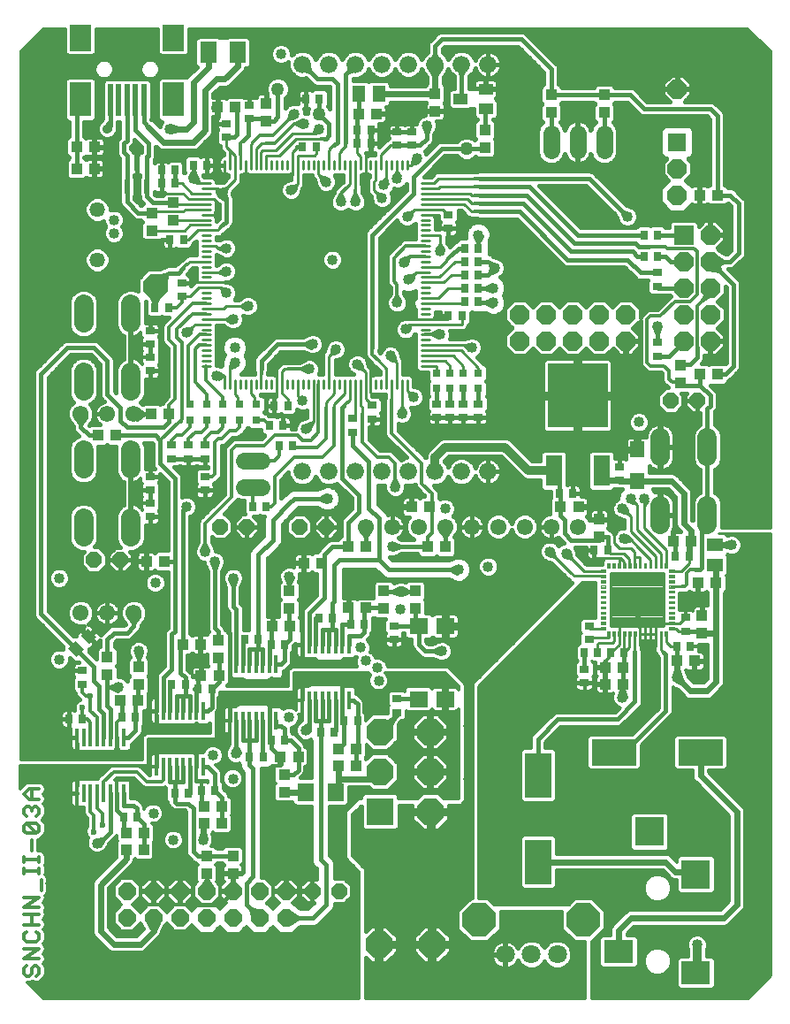
<source format=gtl>
G75*
G70*
%OFA0B0*%
%FSLAX24Y24*%
%IPPOS*%
%LPD*%
%AMOC8*
5,1,8,0,0,1.08239X$1,22.5*
%
%ADD10C,0.0130*%
%ADD11C,0.0098*%
%ADD12R,0.0394X0.0433*%
%ADD13R,0.0354X0.0276*%
%ADD14R,0.0276X0.0354*%
%ADD15R,0.0433X0.0394*%
%ADD16C,0.0576*%
%ADD17R,0.0220X0.0520*%
%ADD18C,0.0104*%
%ADD19C,0.0035*%
%ADD20R,0.0720X0.0720*%
%ADD21OC8,0.0720*%
%ADD22R,0.0787X0.0984*%
%ADD23R,0.0787X0.1299*%
%ADD24R,0.0197X0.1220*%
%ADD25R,0.0315X0.0315*%
%ADD26OC8,0.0648*%
%ADD27C,0.0648*%
%ADD28C,0.0500*%
%ADD29C,0.0660*%
%ADD30R,0.0551X0.0394*%
%ADD31R,0.0591X0.0512*%
%ADD32R,0.1693X0.0984*%
%ADD33R,0.0984X0.1693*%
%ADD34OC8,0.0920*%
%ADD35R,0.0630X0.0787*%
%ADD36R,0.1102X0.0866*%
%ADD37R,0.1102X0.1102*%
%ADD38R,0.0512X0.0591*%
%ADD39R,0.0551X0.0630*%
%ADD40R,0.0413X0.0425*%
%ADD41R,0.2283X0.2441*%
%ADD42R,0.0630X0.1181*%
%ADD43R,0.0177X0.0709*%
%ADD44C,0.0709*%
%ADD45OC8,0.1260*%
%ADD46C,0.0720*%
%ADD47R,0.1030X0.1030*%
%ADD48OC8,0.1030*%
%ADD49R,0.0709X0.0709*%
%ADD50OC8,0.0709*%
%ADD51OC8,0.0576*%
%ADD52C,0.0610*%
%ADD53R,0.0630X0.0710*%
%ADD54R,0.0701X0.0610*%
%ADD55C,0.0236*%
%ADD56C,0.0400*%
%ADD57C,0.0160*%
%ADD58C,0.0100*%
%ADD59C,0.0120*%
%ADD60C,0.0240*%
%ADD61C,0.0320*%
%ADD62C,0.0357*%
D10*
X007047Y006351D02*
X007142Y006256D01*
X007237Y006256D01*
X007332Y006351D01*
X007332Y006541D01*
X007427Y006636D01*
X007522Y006636D01*
X007617Y006541D01*
X007617Y006351D01*
X007522Y006256D01*
X007047Y006351D02*
X007047Y006541D01*
X007142Y006636D01*
X007047Y006900D02*
X007617Y007280D01*
X007047Y007280D01*
X007142Y007545D02*
X007522Y007545D01*
X007617Y007640D01*
X007617Y007830D01*
X007522Y007925D01*
X007617Y008189D02*
X007047Y008189D01*
X007142Y007925D02*
X007047Y007830D01*
X007047Y007640D01*
X007142Y007545D01*
X007047Y006900D02*
X007617Y006900D01*
X007332Y008189D02*
X007332Y008569D01*
X007047Y008569D02*
X007617Y008569D01*
X007617Y008834D02*
X007047Y008834D01*
X007617Y009214D01*
X007047Y009214D01*
X007712Y009478D02*
X007712Y009859D01*
X007617Y010123D02*
X007617Y010313D01*
X007617Y010218D02*
X007047Y010218D01*
X007047Y010123D02*
X007047Y010313D01*
X007047Y010552D02*
X007047Y010743D01*
X007047Y010647D02*
X007617Y010647D01*
X007617Y010552D02*
X007617Y010743D01*
X007332Y010982D02*
X007332Y011362D01*
X007522Y011627D02*
X007142Y011627D01*
X007047Y011722D01*
X007047Y011912D01*
X007142Y012007D01*
X007522Y011627D01*
X007617Y011722D01*
X007617Y011912D01*
X007522Y012007D01*
X007142Y012007D01*
X007142Y012271D02*
X007047Y012366D01*
X007047Y012556D01*
X007142Y012651D01*
X007237Y012651D01*
X007332Y012556D01*
X007427Y012651D01*
X007522Y012651D01*
X007617Y012556D01*
X007617Y012366D01*
X007522Y012271D01*
X007332Y012461D02*
X007332Y012556D01*
X007332Y012916D02*
X007332Y013296D01*
X007237Y013296D02*
X007617Y013296D01*
X007237Y013296D02*
X007047Y013106D01*
X007237Y012916D01*
X007617Y012916D01*
D11*
X014612Y028409D02*
X014612Y028705D01*
X014809Y028705D02*
X014809Y028409D01*
X015006Y028409D02*
X015006Y028705D01*
X015203Y028705D02*
X015203Y028409D01*
X015400Y028409D02*
X015400Y028705D01*
X015597Y028705D02*
X015597Y028409D01*
X015793Y028409D02*
X015793Y028705D01*
X015990Y028705D02*
X015990Y028409D01*
X016187Y028409D02*
X016187Y028705D01*
X016384Y028705D02*
X016384Y028409D01*
X016581Y028409D02*
X016581Y028705D01*
X016778Y028705D02*
X016778Y028409D01*
X016975Y028409D02*
X016975Y028705D01*
X017171Y028705D02*
X017171Y028409D01*
X017368Y028409D02*
X017368Y028705D01*
X017565Y028705D02*
X017565Y028409D01*
X017762Y028409D02*
X017762Y028705D01*
X017959Y028705D02*
X017959Y028409D01*
X018156Y028409D02*
X018156Y028705D01*
X018352Y028705D02*
X018352Y028409D01*
X018549Y028409D02*
X018549Y028705D01*
X018746Y028705D02*
X018746Y028409D01*
X018943Y028409D02*
X018943Y028705D01*
X019140Y028705D02*
X019140Y028409D01*
X019337Y028409D02*
X019337Y028705D01*
X019534Y028705D02*
X019534Y028409D01*
X019730Y028409D02*
X019730Y028705D01*
X019927Y028705D02*
X019927Y028409D01*
X020124Y028409D02*
X020124Y028705D01*
X020321Y028705D02*
X020321Y028409D01*
X020518Y028409D02*
X020518Y028705D01*
X020715Y028705D02*
X020715Y028409D01*
X020912Y028409D02*
X020912Y028705D01*
X021108Y028705D02*
X021108Y028409D01*
X021305Y028409D02*
X021305Y028705D01*
X021502Y028705D02*
X021502Y028409D01*
X022043Y029246D02*
X022339Y029246D01*
X022339Y029443D02*
X022043Y029443D01*
X022043Y029639D02*
X022339Y029639D01*
X022339Y029836D02*
X022043Y029836D01*
X022043Y030033D02*
X022339Y030033D01*
X022339Y030230D02*
X022043Y030230D01*
X022043Y030427D02*
X022339Y030427D01*
X022339Y030624D02*
X022043Y030624D01*
X022043Y030820D02*
X022339Y030820D01*
X022339Y031017D02*
X022043Y031017D01*
X022043Y031214D02*
X022339Y031214D01*
X022339Y031411D02*
X022043Y031411D01*
X022043Y031608D02*
X022339Y031608D01*
X022339Y031805D02*
X022043Y031805D01*
X022043Y032002D02*
X022339Y032002D01*
X022339Y032198D02*
X022043Y032198D01*
X022043Y032395D02*
X022339Y032395D01*
X022339Y032592D02*
X022043Y032592D01*
X022043Y032789D02*
X022339Y032789D01*
X022339Y032986D02*
X022043Y032986D01*
X022043Y033183D02*
X022339Y033183D01*
X022339Y033380D02*
X022043Y033380D01*
X022043Y033576D02*
X022339Y033576D01*
X022339Y033773D02*
X022043Y033773D01*
X022043Y033970D02*
X022339Y033970D01*
X022339Y034167D02*
X022043Y034167D01*
X022043Y034364D02*
X022339Y034364D01*
X022339Y034561D02*
X022043Y034561D01*
X022043Y034757D02*
X022339Y034757D01*
X022339Y034954D02*
X022043Y034954D01*
X022043Y035151D02*
X022339Y035151D01*
X022339Y035348D02*
X022043Y035348D01*
X022043Y035545D02*
X022339Y035545D01*
X022339Y035742D02*
X022043Y035742D01*
X022043Y035939D02*
X022339Y035939D01*
X022339Y036135D02*
X022043Y036135D01*
X021502Y036676D02*
X021502Y036972D01*
X021305Y036972D02*
X021305Y036676D01*
X021108Y036676D02*
X021108Y036972D01*
X020912Y036972D02*
X020912Y036676D01*
X020715Y036676D02*
X020715Y036972D01*
X020518Y036972D02*
X020518Y036676D01*
X020321Y036676D02*
X020321Y036972D01*
X020124Y036972D02*
X020124Y036676D01*
X019927Y036676D02*
X019927Y036972D01*
X019730Y036972D02*
X019730Y036676D01*
X019534Y036676D02*
X019534Y036972D01*
X019337Y036972D02*
X019337Y036676D01*
X019140Y036676D02*
X019140Y036972D01*
X018943Y036972D02*
X018943Y036676D01*
X018746Y036676D02*
X018746Y036972D01*
X018549Y036972D02*
X018549Y036676D01*
X018352Y036676D02*
X018352Y036972D01*
X018156Y036972D02*
X018156Y036676D01*
X017959Y036676D02*
X017959Y036972D01*
X017762Y036972D02*
X017762Y036676D01*
X017565Y036676D02*
X017565Y036972D01*
X017368Y036972D02*
X017368Y036676D01*
X017171Y036676D02*
X017171Y036972D01*
X016975Y036972D02*
X016975Y036676D01*
X016778Y036676D02*
X016778Y036972D01*
X016581Y036972D02*
X016581Y036676D01*
X016384Y036676D02*
X016384Y036972D01*
X016187Y036972D02*
X016187Y036676D01*
X015990Y036676D02*
X015990Y036972D01*
X015793Y036972D02*
X015793Y036676D01*
X015597Y036676D02*
X015597Y036972D01*
X015400Y036972D02*
X015400Y036676D01*
X015203Y036676D02*
X015203Y036972D01*
X015006Y036972D02*
X015006Y036676D01*
X014809Y036676D02*
X014809Y036972D01*
X014612Y036972D02*
X014612Y036676D01*
X014071Y036135D02*
X013775Y036135D01*
X013775Y035939D02*
X014071Y035939D01*
X014071Y035742D02*
X013775Y035742D01*
X013775Y035545D02*
X014071Y035545D01*
X014071Y035348D02*
X013775Y035348D01*
X013775Y035151D02*
X014071Y035151D01*
X014071Y034954D02*
X013775Y034954D01*
X013775Y034757D02*
X014071Y034757D01*
X014071Y034561D02*
X013775Y034561D01*
X013775Y034364D02*
X014071Y034364D01*
X014071Y034167D02*
X013775Y034167D01*
X013775Y033970D02*
X014071Y033970D01*
X014071Y033773D02*
X013775Y033773D01*
X013775Y033576D02*
X014071Y033576D01*
X014071Y033380D02*
X013775Y033380D01*
X013775Y033183D02*
X014071Y033183D01*
X014071Y032986D02*
X013775Y032986D01*
X013775Y032789D02*
X014071Y032789D01*
X014071Y032592D02*
X013775Y032592D01*
X013775Y032395D02*
X014071Y032395D01*
X014071Y032198D02*
X013775Y032198D01*
X013775Y032002D02*
X014071Y032002D01*
X014071Y031805D02*
X013775Y031805D01*
X013775Y031608D02*
X014071Y031608D01*
X014071Y031411D02*
X013775Y031411D01*
X013775Y031214D02*
X014071Y031214D01*
X014071Y031017D02*
X013775Y031017D01*
X013775Y030820D02*
X014071Y030820D01*
X014071Y030624D02*
X013775Y030624D01*
X013775Y030427D02*
X014071Y030427D01*
X014071Y030230D02*
X013775Y030230D01*
X013775Y030033D02*
X014071Y030033D01*
X014071Y029836D02*
X013775Y029836D01*
X013775Y029639D02*
X014071Y029639D01*
X014071Y029443D02*
X013775Y029443D01*
X013775Y029246D02*
X014071Y029246D01*
D12*
X012517Y027441D03*
X011848Y027441D03*
X010517Y026628D03*
X009848Y026628D03*
X011660Y021878D03*
X012329Y021878D03*
X013035Y018753D03*
X013704Y018753D03*
G36*
X009773Y019039D02*
X009494Y018760D01*
X009189Y019065D01*
X009468Y019344D01*
X009773Y019039D01*
G37*
G36*
X009300Y018566D02*
X009021Y018287D01*
X008716Y018592D01*
X008995Y018871D01*
X009300Y018566D01*
G37*
X013848Y012003D03*
X014517Y012003D03*
X011579Y011003D03*
X010910Y011003D03*
X018910Y014191D03*
X019579Y014191D03*
X018267Y021816D03*
X017598Y021816D03*
X019285Y022441D03*
X019954Y022441D03*
X021660Y023941D03*
X022329Y023941D03*
X022285Y022441D03*
X022954Y022441D03*
X028745Y022793D03*
X028745Y023463D03*
X032620Y019838D03*
X032620Y019168D03*
X032535Y028941D03*
X033204Y028941D03*
X022557Y038856D03*
X022557Y039525D03*
X016182Y039150D03*
X016182Y038481D03*
X009704Y036691D03*
X009035Y036691D03*
D13*
X012995Y032384D03*
X012995Y031872D03*
X011807Y030571D03*
X011807Y030060D03*
X011807Y029572D03*
X011807Y029060D03*
X012620Y026259D03*
X012620Y025747D03*
X013245Y025747D03*
X013245Y026259D03*
X013870Y026259D03*
X013870Y025747D03*
X013870Y025071D03*
X013870Y024560D03*
X011807Y024560D03*
X011807Y024071D03*
X011807Y023560D03*
X011807Y025071D03*
X009245Y017759D03*
X009245Y017247D03*
X019432Y026747D03*
X019432Y027259D03*
X020182Y027247D03*
X020182Y027759D03*
X022620Y027821D03*
X023120Y027821D03*
X023620Y027821D03*
X023620Y027310D03*
X023120Y027310D03*
X022620Y027310D03*
X024182Y027310D03*
X024182Y027821D03*
X029495Y025446D03*
X029495Y024935D03*
X030932Y029622D03*
X030932Y030134D03*
X030932Y032247D03*
X030932Y032759D03*
X023057Y034435D03*
X023057Y034946D03*
X021682Y037560D03*
X021682Y038071D03*
X021120Y038071D03*
X021120Y037560D03*
X015557Y038560D03*
X015557Y039071D03*
X014682Y038384D03*
X014682Y037872D03*
X031995Y019759D03*
X031995Y019247D03*
X028370Y019446D03*
X028370Y018935D03*
X028182Y017821D03*
X028182Y017310D03*
X021120Y016696D03*
X021120Y016185D03*
X020995Y018935D03*
X020995Y019446D03*
D14*
X019876Y019503D03*
X019364Y019503D03*
X018688Y019753D03*
X018176Y019753D03*
X016876Y018753D03*
X016364Y018753D03*
X015876Y018941D03*
X015364Y018941D03*
X014126Y017066D03*
X013614Y017066D03*
X013126Y017253D03*
X012614Y017253D03*
X011251Y016003D03*
X010739Y016003D03*
X009251Y015941D03*
X008739Y015941D03*
X010801Y012253D03*
X011313Y012253D03*
X012739Y013128D03*
X013251Y013128D03*
X013739Y013253D03*
X014251Y013253D03*
X015551Y014503D03*
X016063Y014503D03*
X016364Y015128D03*
X016876Y015128D03*
X018239Y015441D03*
X018751Y015441D03*
X019114Y015878D03*
X019626Y015878D03*
X016188Y023941D03*
X015676Y023941D03*
X016676Y026253D03*
X017188Y026253D03*
X016813Y027003D03*
X016301Y027003D03*
X016489Y027753D03*
X017001Y027753D03*
X012501Y031441D03*
X011989Y031441D03*
X012551Y034003D03*
X013063Y034003D03*
X012751Y036128D03*
X012751Y036628D03*
X012239Y036628D03*
X012239Y036128D03*
X013426Y036816D03*
X013938Y036816D03*
X017551Y037503D03*
X018063Y037503D03*
X019614Y037628D03*
X019614Y038128D03*
X020126Y038128D03*
X020126Y037628D03*
X018188Y039316D03*
X017676Y039316D03*
X023676Y033691D03*
X023676Y033191D03*
X023676Y032691D03*
X023676Y032191D03*
X023676Y031691D03*
X024188Y031691D03*
X024188Y032191D03*
X024188Y032691D03*
X024188Y033191D03*
X024188Y033691D03*
X023563Y031128D03*
X023051Y031128D03*
X027239Y024441D03*
X027751Y024441D03*
X028551Y022316D03*
X029063Y022316D03*
X031614Y022065D03*
X032126Y022065D03*
X032188Y018691D03*
X031676Y018691D03*
X029688Y018441D03*
X029176Y018441D03*
X028688Y018441D03*
X028176Y018441D03*
X030426Y033378D03*
X030938Y033378D03*
X030938Y034191D03*
X030426Y034191D03*
D15*
X032535Y035691D03*
X033204Y035691D03*
X028932Y038793D03*
X028932Y039463D03*
X026932Y039463D03*
X026932Y038793D03*
X024432Y038150D03*
X024432Y037481D03*
X020329Y038753D03*
X019660Y038753D03*
X015017Y039003D03*
X014348Y039003D03*
X012682Y035400D03*
X012682Y034731D03*
X011870Y035025D03*
X011870Y034356D03*
X009704Y037503D03*
X009035Y037503D03*
X017057Y020775D03*
X017057Y020106D03*
X017079Y019441D03*
X016410Y019441D03*
X014370Y018900D03*
X014370Y018231D03*
X014392Y017566D03*
X013723Y017566D03*
X011370Y017900D03*
X011370Y017231D03*
X011329Y016628D03*
X010660Y016628D03*
X010182Y017606D03*
X010182Y018275D03*
X013848Y012628D03*
X014517Y012628D03*
X014932Y010775D03*
X014932Y010106D03*
X013932Y010106D03*
X013932Y010775D03*
X011579Y011628D03*
X010910Y011628D03*
X016870Y013168D03*
X016870Y013838D03*
X016723Y014503D03*
X017392Y014503D03*
X018910Y014816D03*
X019579Y014816D03*
X019285Y020128D03*
X019954Y020128D03*
X020620Y020106D03*
X020620Y020775D03*
X021807Y020775D03*
X021807Y020106D03*
X028973Y017878D03*
X028973Y017253D03*
X029642Y017253D03*
X029642Y017878D03*
X031660Y018128D03*
X032329Y018128D03*
X032473Y021066D03*
X033142Y021066D03*
X032204Y022628D03*
X031535Y022628D03*
X031807Y028606D03*
X031807Y029275D03*
D16*
X009807Y033241D03*
X009807Y035141D03*
D17*
X010937Y036011D03*
X011677Y036011D03*
X011307Y036871D03*
D18*
X029189Y019448D02*
X031175Y019448D01*
X029189Y019448D02*
X029189Y021434D01*
X031175Y021434D01*
X031175Y019448D01*
X031175Y019551D02*
X029189Y019551D01*
X029189Y019654D02*
X031175Y019654D01*
X031175Y019757D02*
X029189Y019757D01*
X029189Y019860D02*
X031175Y019860D01*
X031175Y019963D02*
X029189Y019963D01*
X029189Y020066D02*
X031175Y020066D01*
X031175Y020169D02*
X029189Y020169D01*
X029189Y020272D02*
X031175Y020272D01*
X031175Y020375D02*
X029189Y020375D01*
X029189Y020478D02*
X031175Y020478D01*
X031175Y020581D02*
X029189Y020581D01*
X029189Y020684D02*
X031175Y020684D01*
X031175Y020787D02*
X029189Y020787D01*
X029189Y020890D02*
X031175Y020890D01*
X031175Y020993D02*
X029189Y020993D01*
X029189Y021096D02*
X031175Y021096D01*
X031175Y021199D02*
X029189Y021199D01*
X029189Y021302D02*
X031175Y021302D01*
X031175Y021405D02*
X029189Y021405D01*
D19*
X028802Y021368D02*
X028802Y021284D01*
X028802Y021368D02*
X028984Y021368D01*
X028984Y021284D01*
X028802Y021284D01*
X028802Y021318D02*
X028984Y021318D01*
X028984Y021352D02*
X028802Y021352D01*
X028802Y021481D02*
X028802Y021565D01*
X028984Y021565D01*
X028984Y021481D01*
X028802Y021481D01*
X028802Y021515D02*
X028984Y021515D01*
X028984Y021549D02*
X028802Y021549D01*
X029058Y021821D02*
X029142Y021821D01*
X029142Y021639D01*
X029058Y021639D01*
X029058Y021821D01*
X029058Y021673D02*
X029142Y021673D01*
X029142Y021707D02*
X029058Y021707D01*
X029058Y021741D02*
X029142Y021741D01*
X029142Y021775D02*
X029058Y021775D01*
X029058Y021809D02*
X029142Y021809D01*
X029254Y021821D02*
X029338Y021821D01*
X029338Y021639D01*
X029254Y021639D01*
X029254Y021821D01*
X029254Y021673D02*
X029338Y021673D01*
X029338Y021707D02*
X029254Y021707D01*
X029254Y021741D02*
X029338Y021741D01*
X029338Y021775D02*
X029254Y021775D01*
X029254Y021809D02*
X029338Y021809D01*
X029451Y021821D02*
X029535Y021821D01*
X029535Y021639D01*
X029451Y021639D01*
X029451Y021821D01*
X029451Y021673D02*
X029535Y021673D01*
X029535Y021707D02*
X029451Y021707D01*
X029451Y021741D02*
X029535Y021741D01*
X029535Y021775D02*
X029451Y021775D01*
X029451Y021809D02*
X029535Y021809D01*
X029648Y021821D02*
X029732Y021821D01*
X029732Y021639D01*
X029648Y021639D01*
X029648Y021821D01*
X029648Y021673D02*
X029732Y021673D01*
X029732Y021707D02*
X029648Y021707D01*
X029648Y021741D02*
X029732Y021741D01*
X029732Y021775D02*
X029648Y021775D01*
X029648Y021809D02*
X029732Y021809D01*
X029845Y021821D02*
X029929Y021821D01*
X029929Y021639D01*
X029845Y021639D01*
X029845Y021821D01*
X029845Y021673D02*
X029929Y021673D01*
X029929Y021707D02*
X029845Y021707D01*
X029845Y021741D02*
X029929Y021741D01*
X029929Y021775D02*
X029845Y021775D01*
X029845Y021809D02*
X029929Y021809D01*
X030042Y021821D02*
X030126Y021821D01*
X030126Y021639D01*
X030042Y021639D01*
X030042Y021821D01*
X030042Y021673D02*
X030126Y021673D01*
X030126Y021707D02*
X030042Y021707D01*
X030042Y021741D02*
X030126Y021741D01*
X030126Y021775D02*
X030042Y021775D01*
X030042Y021809D02*
X030126Y021809D01*
X030239Y021821D02*
X030323Y021821D01*
X030323Y021639D01*
X030239Y021639D01*
X030239Y021821D01*
X030239Y021673D02*
X030323Y021673D01*
X030323Y021707D02*
X030239Y021707D01*
X030239Y021741D02*
X030323Y021741D01*
X030323Y021775D02*
X030239Y021775D01*
X030239Y021809D02*
X030323Y021809D01*
X030435Y021821D02*
X030519Y021821D01*
X030519Y021639D01*
X030435Y021639D01*
X030435Y021821D01*
X030435Y021673D02*
X030519Y021673D01*
X030519Y021707D02*
X030435Y021707D01*
X030435Y021741D02*
X030519Y021741D01*
X030519Y021775D02*
X030435Y021775D01*
X030435Y021809D02*
X030519Y021809D01*
X030632Y021821D02*
X030716Y021821D01*
X030716Y021639D01*
X030632Y021639D01*
X030632Y021821D01*
X030632Y021673D02*
X030716Y021673D01*
X030716Y021707D02*
X030632Y021707D01*
X030632Y021741D02*
X030716Y021741D01*
X030716Y021775D02*
X030632Y021775D01*
X030632Y021809D02*
X030716Y021809D01*
X030829Y021821D02*
X030913Y021821D01*
X030913Y021639D01*
X030829Y021639D01*
X030829Y021821D01*
X030829Y021673D02*
X030913Y021673D01*
X030913Y021707D02*
X030829Y021707D01*
X030829Y021741D02*
X030913Y021741D01*
X030913Y021775D02*
X030829Y021775D01*
X030829Y021809D02*
X030913Y021809D01*
X031026Y021821D02*
X031110Y021821D01*
X031110Y021639D01*
X031026Y021639D01*
X031026Y021821D01*
X031026Y021673D02*
X031110Y021673D01*
X031110Y021707D02*
X031026Y021707D01*
X031026Y021741D02*
X031110Y021741D01*
X031110Y021775D02*
X031026Y021775D01*
X031026Y021809D02*
X031110Y021809D01*
X031223Y021821D02*
X031307Y021821D01*
X031307Y021639D01*
X031223Y021639D01*
X031223Y021821D01*
X031223Y021673D02*
X031307Y021673D01*
X031307Y021707D02*
X031223Y021707D01*
X031223Y021741D02*
X031307Y021741D01*
X031307Y021775D02*
X031223Y021775D01*
X031223Y021809D02*
X031307Y021809D01*
X031563Y021565D02*
X031563Y021481D01*
X031381Y021481D01*
X031381Y021565D01*
X031563Y021565D01*
X031563Y021515D02*
X031381Y021515D01*
X031381Y021549D02*
X031563Y021549D01*
X031563Y021368D02*
X031563Y021284D01*
X031381Y021284D01*
X031381Y021368D01*
X031563Y021368D01*
X031563Y021318D02*
X031381Y021318D01*
X031381Y021352D02*
X031563Y021352D01*
X031563Y021172D02*
X031563Y021088D01*
X031381Y021088D01*
X031381Y021172D01*
X031563Y021172D01*
X031563Y021122D02*
X031381Y021122D01*
X031381Y021156D02*
X031563Y021156D01*
X031563Y020975D02*
X031563Y020891D01*
X031381Y020891D01*
X031381Y020975D01*
X031563Y020975D01*
X031563Y020925D02*
X031381Y020925D01*
X031381Y020959D02*
X031563Y020959D01*
X031563Y020778D02*
X031563Y020694D01*
X031381Y020694D01*
X031381Y020778D01*
X031563Y020778D01*
X031563Y020728D02*
X031381Y020728D01*
X031381Y020762D02*
X031563Y020762D01*
X031563Y020581D02*
X031563Y020497D01*
X031381Y020497D01*
X031381Y020581D01*
X031563Y020581D01*
X031563Y020531D02*
X031381Y020531D01*
X031381Y020565D02*
X031563Y020565D01*
X031563Y020384D02*
X031563Y020300D01*
X031381Y020300D01*
X031381Y020384D01*
X031563Y020384D01*
X031563Y020334D02*
X031381Y020334D01*
X031381Y020368D02*
X031563Y020368D01*
X031563Y020187D02*
X031563Y020103D01*
X031381Y020103D01*
X031381Y020187D01*
X031563Y020187D01*
X031563Y020137D02*
X031381Y020137D01*
X031381Y020171D02*
X031563Y020171D01*
X031563Y019990D02*
X031563Y019906D01*
X031381Y019906D01*
X031381Y019990D01*
X031563Y019990D01*
X031563Y019940D02*
X031381Y019940D01*
X031381Y019974D02*
X031563Y019974D01*
X031563Y019794D02*
X031563Y019710D01*
X031381Y019710D01*
X031381Y019794D01*
X031563Y019794D01*
X031563Y019744D02*
X031381Y019744D01*
X031381Y019778D02*
X031563Y019778D01*
X031563Y019597D02*
X031563Y019513D01*
X031381Y019513D01*
X031381Y019597D01*
X031563Y019597D01*
X031563Y019547D02*
X031381Y019547D01*
X031381Y019581D02*
X031563Y019581D01*
X031563Y019400D02*
X031563Y019316D01*
X031381Y019316D01*
X031381Y019400D01*
X031563Y019400D01*
X031563Y019350D02*
X031381Y019350D01*
X031381Y019384D02*
X031563Y019384D01*
X031307Y019060D02*
X031223Y019060D01*
X031223Y019242D01*
X031307Y019242D01*
X031307Y019060D01*
X031307Y019094D02*
X031223Y019094D01*
X031223Y019128D02*
X031307Y019128D01*
X031307Y019162D02*
X031223Y019162D01*
X031223Y019196D02*
X031307Y019196D01*
X031307Y019230D02*
X031223Y019230D01*
X031110Y019060D02*
X031026Y019060D01*
X031026Y019242D01*
X031110Y019242D01*
X031110Y019060D01*
X031110Y019094D02*
X031026Y019094D01*
X031026Y019128D02*
X031110Y019128D01*
X031110Y019162D02*
X031026Y019162D01*
X031026Y019196D02*
X031110Y019196D01*
X031110Y019230D02*
X031026Y019230D01*
X030913Y019060D02*
X030829Y019060D01*
X030829Y019242D01*
X030913Y019242D01*
X030913Y019060D01*
X030913Y019094D02*
X030829Y019094D01*
X030829Y019128D02*
X030913Y019128D01*
X030913Y019162D02*
X030829Y019162D01*
X030829Y019196D02*
X030913Y019196D01*
X030913Y019230D02*
X030829Y019230D01*
X030716Y019060D02*
X030632Y019060D01*
X030632Y019242D01*
X030716Y019242D01*
X030716Y019060D01*
X030716Y019094D02*
X030632Y019094D01*
X030632Y019128D02*
X030716Y019128D01*
X030716Y019162D02*
X030632Y019162D01*
X030632Y019196D02*
X030716Y019196D01*
X030716Y019230D02*
X030632Y019230D01*
X030519Y019060D02*
X030435Y019060D01*
X030435Y019242D01*
X030519Y019242D01*
X030519Y019060D01*
X030519Y019094D02*
X030435Y019094D01*
X030435Y019128D02*
X030519Y019128D01*
X030519Y019162D02*
X030435Y019162D01*
X030435Y019196D02*
X030519Y019196D01*
X030519Y019230D02*
X030435Y019230D01*
X030323Y019060D02*
X030239Y019060D01*
X030239Y019242D01*
X030323Y019242D01*
X030323Y019060D01*
X030323Y019094D02*
X030239Y019094D01*
X030239Y019128D02*
X030323Y019128D01*
X030323Y019162D02*
X030239Y019162D01*
X030239Y019196D02*
X030323Y019196D01*
X030323Y019230D02*
X030239Y019230D01*
X030126Y019060D02*
X030042Y019060D01*
X030042Y019242D01*
X030126Y019242D01*
X030126Y019060D01*
X030126Y019094D02*
X030042Y019094D01*
X030042Y019128D02*
X030126Y019128D01*
X030126Y019162D02*
X030042Y019162D01*
X030042Y019196D02*
X030126Y019196D01*
X030126Y019230D02*
X030042Y019230D01*
X029929Y019060D02*
X029845Y019060D01*
X029845Y019242D01*
X029929Y019242D01*
X029929Y019060D01*
X029929Y019094D02*
X029845Y019094D01*
X029845Y019128D02*
X029929Y019128D01*
X029929Y019162D02*
X029845Y019162D01*
X029845Y019196D02*
X029929Y019196D01*
X029929Y019230D02*
X029845Y019230D01*
X029732Y019060D02*
X029648Y019060D01*
X029648Y019242D01*
X029732Y019242D01*
X029732Y019060D01*
X029732Y019094D02*
X029648Y019094D01*
X029648Y019128D02*
X029732Y019128D01*
X029732Y019162D02*
X029648Y019162D01*
X029648Y019196D02*
X029732Y019196D01*
X029732Y019230D02*
X029648Y019230D01*
X029535Y019060D02*
X029451Y019060D01*
X029451Y019242D01*
X029535Y019242D01*
X029535Y019060D01*
X029535Y019094D02*
X029451Y019094D01*
X029451Y019128D02*
X029535Y019128D01*
X029535Y019162D02*
X029451Y019162D01*
X029451Y019196D02*
X029535Y019196D01*
X029535Y019230D02*
X029451Y019230D01*
X029338Y019060D02*
X029254Y019060D01*
X029254Y019242D01*
X029338Y019242D01*
X029338Y019060D01*
X029338Y019094D02*
X029254Y019094D01*
X029254Y019128D02*
X029338Y019128D01*
X029338Y019162D02*
X029254Y019162D01*
X029254Y019196D02*
X029338Y019196D01*
X029338Y019230D02*
X029254Y019230D01*
X029142Y019060D02*
X029058Y019060D01*
X029058Y019242D01*
X029142Y019242D01*
X029142Y019060D01*
X029142Y019094D02*
X029058Y019094D01*
X029058Y019128D02*
X029142Y019128D01*
X029142Y019162D02*
X029058Y019162D01*
X029058Y019196D02*
X029142Y019196D01*
X029142Y019230D02*
X029058Y019230D01*
X028802Y019316D02*
X028802Y019400D01*
X028984Y019400D01*
X028984Y019316D01*
X028802Y019316D01*
X028802Y019350D02*
X028984Y019350D01*
X028984Y019384D02*
X028802Y019384D01*
X028802Y019513D02*
X028802Y019597D01*
X028984Y019597D01*
X028984Y019513D01*
X028802Y019513D01*
X028802Y019547D02*
X028984Y019547D01*
X028984Y019581D02*
X028802Y019581D01*
X028802Y019710D02*
X028802Y019794D01*
X028984Y019794D01*
X028984Y019710D01*
X028802Y019710D01*
X028802Y019744D02*
X028984Y019744D01*
X028984Y019778D02*
X028802Y019778D01*
X028802Y019906D02*
X028802Y019990D01*
X028984Y019990D01*
X028984Y019906D01*
X028802Y019906D01*
X028802Y019940D02*
X028984Y019940D01*
X028984Y019974D02*
X028802Y019974D01*
X028802Y020103D02*
X028802Y020187D01*
X028984Y020187D01*
X028984Y020103D01*
X028802Y020103D01*
X028802Y020137D02*
X028984Y020137D01*
X028984Y020171D02*
X028802Y020171D01*
X028802Y020300D02*
X028802Y020384D01*
X028984Y020384D01*
X028984Y020300D01*
X028802Y020300D01*
X028802Y020334D02*
X028984Y020334D01*
X028984Y020368D02*
X028802Y020368D01*
X028802Y020497D02*
X028802Y020581D01*
X028984Y020581D01*
X028984Y020497D01*
X028802Y020497D01*
X028802Y020531D02*
X028984Y020531D01*
X028984Y020565D02*
X028802Y020565D01*
X028802Y020694D02*
X028802Y020778D01*
X028984Y020778D01*
X028984Y020694D01*
X028802Y020694D01*
X028802Y020728D02*
X028984Y020728D01*
X028984Y020762D02*
X028802Y020762D01*
X028802Y020891D02*
X028802Y020975D01*
X028984Y020975D01*
X028984Y020891D01*
X028802Y020891D01*
X028802Y020925D02*
X028984Y020925D01*
X028984Y020959D02*
X028802Y020959D01*
X028802Y021088D02*
X028802Y021172D01*
X028984Y021172D01*
X028984Y021088D01*
X028802Y021088D01*
X028802Y021122D02*
X028984Y021122D01*
X028984Y021156D02*
X028802Y021156D01*
D20*
X031932Y034191D03*
D21*
X032932Y034191D03*
X032932Y033191D03*
X032932Y032191D03*
X031932Y032191D03*
X031932Y033191D03*
X031932Y031191D03*
X032932Y031191D03*
X032932Y030191D03*
X031932Y030191D03*
X029745Y030191D03*
X029745Y031191D03*
X028745Y031191D03*
X027745Y031191D03*
X026745Y031191D03*
X025745Y031191D03*
X025745Y030191D03*
X026745Y030191D03*
X027745Y030191D03*
X028745Y030191D03*
D22*
X012684Y041622D03*
X009180Y041622D03*
D23*
X009180Y039299D03*
X012684Y039299D03*
D24*
X011562Y039259D03*
X011247Y039259D03*
X010932Y039259D03*
X010617Y039259D03*
X010302Y039259D03*
D25*
X013307Y027798D03*
X013307Y027208D03*
X013932Y027208D03*
X013932Y027798D03*
X014557Y027798D03*
X014557Y027208D03*
X015182Y027208D03*
X015182Y027798D03*
X015807Y027798D03*
X015807Y027208D03*
X022620Y028395D03*
X023120Y028395D03*
X023620Y028395D03*
X024182Y028395D03*
X024182Y028986D03*
X023620Y028986D03*
X023120Y028986D03*
X022620Y028986D03*
D26*
X016932Y009441D03*
X015932Y009441D03*
X014932Y009441D03*
X013932Y009441D03*
X012932Y009441D03*
X011932Y009441D03*
X011932Y008441D03*
X012932Y008441D03*
X013932Y008441D03*
X014932Y008441D03*
X015932Y008441D03*
X016932Y008441D03*
X010932Y008441D03*
X010932Y009441D03*
D27*
X015358Y024691D02*
X016006Y024691D01*
X016006Y025691D02*
X015358Y025691D01*
X026932Y037367D02*
X026932Y038015D01*
X027932Y038015D02*
X027932Y037367D01*
X028932Y037367D02*
X028932Y038015D01*
D28*
X023745Y037441D03*
X018182Y038753D03*
X016620Y039691D03*
D29*
X017552Y040618D03*
X018552Y040618D03*
X019552Y040618D03*
X020552Y040618D03*
X021552Y040618D03*
X022552Y040618D03*
X023552Y040618D03*
X024552Y040618D03*
X024552Y025263D03*
X023552Y025263D03*
X022552Y025263D03*
X021552Y025263D03*
X020552Y025263D03*
X019552Y025263D03*
X018552Y025263D03*
X017552Y025263D03*
D30*
X023522Y039316D03*
X024467Y039690D03*
X024467Y038942D03*
D31*
X033120Y022502D03*
X033120Y021754D03*
D32*
X032566Y014691D03*
X029298Y014691D03*
D33*
X026432Y013824D03*
X026432Y010557D03*
D34*
X011995Y032253D03*
D35*
X014006Y041066D03*
X015108Y041066D03*
D36*
X029476Y007173D03*
X032389Y006385D03*
D37*
X032389Y010086D03*
X030637Y011700D03*
D38*
X020431Y039503D03*
X019683Y039503D03*
D39*
X030182Y026094D03*
X030182Y024913D03*
D40*
X027964Y023941D03*
X027275Y023941D03*
D41*
X027932Y028128D03*
D42*
X027035Y025301D03*
X028830Y025301D03*
D43*
X019307Y018750D03*
X019057Y018750D03*
X018807Y018750D03*
X018557Y018750D03*
X018307Y018750D03*
X018057Y018750D03*
X017807Y018750D03*
X017557Y018750D03*
X016557Y018000D03*
X016307Y018000D03*
X016057Y018000D03*
X015807Y018000D03*
X015557Y018000D03*
X015307Y018000D03*
X015057Y018000D03*
X014807Y018000D03*
X013807Y016250D03*
X013557Y016250D03*
X013307Y016250D03*
X013057Y016250D03*
X012807Y016250D03*
X012557Y016250D03*
X012307Y016250D03*
X012057Y016250D03*
X010807Y015250D03*
X010557Y015250D03*
X010307Y015250D03*
X010057Y015250D03*
X009807Y015250D03*
X009557Y015250D03*
X009307Y015250D03*
X009057Y015250D03*
X009057Y013131D03*
X009307Y013131D03*
X009557Y013131D03*
X009807Y013131D03*
X010057Y013131D03*
X010307Y013131D03*
X010557Y013131D03*
X010807Y013131D03*
X012057Y014131D03*
X012307Y014131D03*
X012557Y014131D03*
X012807Y014131D03*
X013057Y014131D03*
X013307Y014131D03*
X013557Y014131D03*
X013807Y014131D03*
X014807Y015881D03*
X015057Y015881D03*
X015307Y015881D03*
X015557Y015881D03*
X015807Y015881D03*
X016057Y015881D03*
X016307Y015881D03*
X016557Y015881D03*
X017557Y016631D03*
X017807Y016631D03*
X018057Y016631D03*
X018307Y016631D03*
X018557Y016631D03*
X018807Y016631D03*
X019057Y016631D03*
X019307Y016631D03*
D44*
X025198Y007066D03*
X026182Y007066D03*
X027166Y007066D03*
D45*
X028151Y008365D03*
X024214Y008365D03*
D46*
X011072Y022801D02*
X011072Y023521D01*
X011072Y025361D02*
X011072Y026081D01*
X009292Y026081D02*
X009292Y025361D01*
X009292Y023521D02*
X009292Y022801D01*
X009292Y028301D02*
X009292Y029021D01*
X011072Y029021D02*
X011072Y028301D01*
X011072Y030861D02*
X011072Y031581D01*
X009292Y031581D02*
X009292Y030861D01*
X031042Y026547D02*
X031042Y025827D01*
X031042Y023987D02*
X031042Y023267D01*
X032822Y023267D02*
X032822Y023987D01*
X032822Y025827D02*
X032822Y026547D01*
D47*
X020481Y012441D03*
D48*
X020481Y013941D03*
X020481Y015441D03*
X022383Y015441D03*
X022383Y013941D03*
X022383Y012441D03*
X022432Y007441D03*
X020432Y007441D03*
D49*
X031682Y037691D03*
D50*
X031682Y036691D03*
X031682Y035691D03*
X031682Y039691D03*
D51*
X031432Y027941D03*
X032432Y027941D03*
X018432Y023191D03*
X017432Y023191D03*
X015432Y023191D03*
X014432Y023191D03*
X010682Y021941D03*
X009682Y021941D03*
X017932Y009441D03*
X018932Y009441D03*
D52*
X011182Y019941D03*
X010182Y019941D03*
X009182Y019941D03*
X009182Y027441D03*
X010182Y027441D03*
X011182Y027441D03*
X019932Y023191D03*
X020932Y023191D03*
X021932Y023191D03*
X022932Y023191D03*
X023932Y023191D03*
X024932Y023191D03*
X025932Y023191D03*
X026932Y023191D03*
X027932Y023191D03*
D53*
X018805Y013191D03*
X017685Y013191D03*
D54*
X021932Y016688D03*
X022932Y016688D03*
X022932Y019444D03*
X021932Y019444D03*
D55*
X009995Y011941D03*
X009682Y011691D03*
X009245Y016378D03*
X009557Y016816D03*
D56*
X010620Y017128D03*
X011370Y018503D03*
X011995Y021066D03*
X013870Y022253D03*
X014245Y021878D03*
X014932Y021878D03*
X014932Y021253D03*
X017057Y021316D03*
X017932Y020753D03*
X019682Y021066D03*
X021245Y020753D03*
X021245Y020066D03*
X019745Y018628D03*
X019932Y018128D03*
X020370Y017878D03*
X020432Y017378D03*
X022807Y018503D03*
X023807Y019441D03*
X025682Y019316D03*
X026307Y018707D03*
X026182Y020066D03*
X026182Y021316D03*
X026870Y022253D03*
X027495Y022191D03*
X028057Y022253D03*
X029682Y022753D03*
X029620Y023878D03*
X029932Y024253D03*
X030432Y024253D03*
X029620Y026941D03*
X030245Y027128D03*
X029620Y028691D03*
X030932Y030753D03*
X034995Y030441D03*
X034995Y034191D03*
X034995Y037941D03*
X032682Y037941D03*
X029932Y036941D03*
X029807Y034878D03*
X025120Y033816D03*
X024807Y032941D03*
X024745Y032191D03*
X024745Y031628D03*
X023932Y029941D03*
X022745Y030441D03*
X021432Y030628D03*
X021120Y031628D03*
X021557Y032503D03*
X021370Y033128D03*
X022745Y033566D03*
X024182Y034191D03*
X024432Y036753D03*
X021870Y037066D03*
X021120Y036316D03*
X020620Y036066D03*
X020557Y035566D03*
X019557Y035441D03*
X018995Y035441D03*
X018432Y036191D03*
X017120Y035878D03*
X015557Y035691D03*
X014495Y035753D03*
X013432Y036316D03*
X014307Y037441D03*
X012557Y038191D03*
X012245Y037128D03*
X011307Y037441D03*
X010307Y037503D03*
X010307Y036691D03*
X010432Y034753D03*
X010432Y034253D03*
X009120Y034566D03*
X007120Y034128D03*
X007120Y030378D03*
X007120Y026628D03*
X010182Y026003D03*
X011807Y028503D03*
X013182Y030503D03*
X014307Y028878D03*
X014995Y029378D03*
X014995Y029941D03*
X014932Y031003D03*
X015495Y031503D03*
X014682Y032003D03*
X014682Y032816D03*
X014682Y033691D03*
X016120Y032316D03*
X018682Y033253D03*
X019557Y034691D03*
X021495Y034878D03*
X019557Y032066D03*
X018495Y030503D03*
X018807Y029878D03*
X017932Y030066D03*
X017807Y029128D03*
X017557Y027941D03*
X017682Y026878D03*
X018057Y024753D03*
X018495Y024253D03*
X021057Y024691D03*
X022932Y023878D03*
X020932Y022441D03*
X023432Y021566D03*
X024557Y021691D03*
X026245Y024691D03*
X025370Y027441D03*
X026370Y028691D03*
X023370Y026691D03*
X021745Y028066D03*
X021307Y027441D03*
X020245Y026691D03*
X019620Y029316D03*
X020870Y029628D03*
X013870Y023941D03*
X013182Y023941D03*
X008370Y021253D03*
X007120Y022878D03*
X007120Y019128D03*
X008370Y018191D03*
X007120Y015316D03*
X008057Y013878D03*
X010557Y014566D03*
X011932Y012941D03*
X011932Y012378D03*
X012682Y011378D03*
X013807Y011378D03*
X014932Y013691D03*
X014620Y014253D03*
X014182Y014566D03*
X015057Y014628D03*
X017057Y016003D03*
X017682Y015503D03*
X016932Y012441D03*
X019307Y007316D03*
X019307Y005628D03*
X015557Y005628D03*
X011807Y005628D03*
X008057Y005628D03*
X008057Y009753D03*
X009807Y011253D03*
X010182Y010816D03*
X023807Y011691D03*
X024682Y011707D03*
X026432Y011770D03*
X024682Y013707D03*
X023807Y013691D03*
X023807Y015691D03*
X024682Y015707D03*
X025182Y017520D03*
X023807Y017503D03*
X027432Y017191D03*
X028307Y016628D03*
X027432Y016378D03*
X028932Y016628D03*
X029620Y016753D03*
X030557Y017503D03*
X030807Y017066D03*
X031682Y016770D03*
X031682Y017503D03*
X032370Y017441D03*
X032682Y016457D03*
X033682Y017270D03*
X034432Y017270D03*
X034995Y016707D03*
X034995Y014707D03*
X034995Y012707D03*
X034995Y010707D03*
X034995Y008707D03*
X034995Y006707D03*
X034057Y005645D03*
X033120Y005645D03*
X032432Y007441D03*
X030932Y007832D03*
X031057Y005645D03*
X029057Y005645D03*
X028745Y006395D03*
X027995Y005628D03*
X026182Y008441D03*
X026432Y009332D03*
X028057Y009707D03*
X029557Y012457D03*
X027932Y014020D03*
X029932Y015582D03*
X031370Y014707D03*
X030557Y018378D03*
X032120Y020441D03*
X032620Y020441D03*
X033745Y022503D03*
X034995Y022566D03*
X034995Y024066D03*
X033495Y024066D03*
X034995Y026566D03*
X034995Y020636D03*
X034995Y018707D03*
X027682Y018707D03*
X024682Y009707D03*
X023807Y009691D03*
X023807Y005628D03*
X011682Y033441D03*
X008307Y037878D03*
X007120Y037878D03*
X009182Y040378D03*
X010932Y040378D03*
X010932Y041691D03*
X007807Y041691D03*
X013995Y041816D03*
X015370Y039691D03*
X016745Y041003D03*
X017245Y038753D03*
X017620Y038378D03*
X018182Y038191D03*
X021057Y038753D03*
X022245Y038316D03*
X021932Y040003D03*
X027932Y041191D03*
X028932Y040191D03*
X034307Y041691D03*
D57*
X034453Y041814D02*
X025939Y041814D01*
X025966Y041803D02*
X025863Y041846D01*
X022863Y041846D01*
X022751Y041846D01*
X022649Y041803D01*
X022394Y041548D01*
X022315Y041469D01*
X022272Y041366D01*
X022272Y041075D01*
X022252Y041067D01*
X022103Y040918D01*
X022052Y040795D01*
X022002Y040918D01*
X021852Y041067D01*
X021658Y041148D01*
X021447Y041148D01*
X021252Y041067D01*
X021103Y040918D01*
X021052Y040795D01*
X021002Y040918D01*
X020852Y041067D01*
X020658Y041148D01*
X020447Y041148D01*
X020252Y041067D01*
X020103Y040918D01*
X020052Y040795D01*
X020002Y040918D01*
X019852Y041067D01*
X019658Y041148D01*
X019447Y041148D01*
X019252Y041067D01*
X019103Y040918D01*
X019052Y040795D01*
X019002Y040918D01*
X018852Y041067D01*
X018658Y041148D01*
X018447Y041148D01*
X018252Y041067D01*
X018103Y040918D01*
X018052Y040795D01*
X018002Y040918D01*
X017852Y041067D01*
X017658Y041148D01*
X017447Y041148D01*
X017252Y041067D01*
X017145Y040960D01*
X017145Y041083D01*
X017084Y041230D01*
X016971Y041342D01*
X016824Y041403D01*
X016665Y041403D01*
X016518Y041342D01*
X016406Y041230D01*
X016345Y041083D01*
X016345Y040923D01*
X016406Y040776D01*
X016518Y040664D01*
X016665Y040603D01*
X016824Y040603D01*
X016971Y040664D01*
X017022Y040715D01*
X017022Y040512D01*
X017103Y040317D01*
X017252Y040168D01*
X017447Y040088D01*
X017658Y040088D01*
X017678Y040096D01*
X017946Y039828D01*
X018049Y039786D01*
X018160Y039786D01*
X018566Y039786D01*
X018590Y039762D01*
X018590Y038945D01*
X018564Y039008D01*
X018521Y039051D01*
X018526Y039056D01*
X018526Y039576D01*
X018409Y039693D01*
X017967Y039693D01*
X017916Y039641D01*
X017884Y039660D01*
X017838Y039673D01*
X017676Y039673D01*
X017515Y039673D01*
X017469Y039660D01*
X017428Y039637D01*
X017394Y039603D01*
X017371Y039562D01*
X017359Y039516D01*
X017359Y039316D01*
X017676Y039316D01*
X017676Y039673D01*
X017676Y039316D01*
X017676Y039316D01*
X017676Y039315D01*
X017676Y039315D01*
X017676Y038958D01*
X017593Y038958D01*
X017645Y038833D01*
X017645Y038778D01*
X017699Y038778D01*
X017732Y038764D01*
X017732Y038843D01*
X017780Y038958D01*
X017676Y038958D01*
X017676Y039315D01*
X017359Y039315D01*
X017359Y039139D01*
X017324Y039153D01*
X017165Y039153D01*
X017018Y039092D01*
X016906Y038980D01*
X016900Y038965D01*
X016900Y039334D01*
X017001Y039436D01*
X017359Y039436D01*
X017359Y039277D02*
X016900Y039277D01*
X016900Y039119D02*
X017082Y039119D01*
X017001Y039436D02*
X017070Y039601D01*
X017070Y039780D01*
X017001Y039945D01*
X016875Y040072D01*
X016709Y040141D01*
X016530Y040141D01*
X016365Y040072D01*
X016238Y039945D01*
X016170Y039780D01*
X016170Y039601D01*
X016201Y039526D01*
X016201Y039169D01*
X016164Y039169D01*
X016164Y039547D01*
X015962Y039547D01*
X015916Y039534D01*
X015875Y039511D01*
X015841Y039477D01*
X015818Y039436D01*
X014190Y039436D01*
X014190Y039380D02*
X014190Y039496D01*
X014440Y039746D01*
X014683Y039746D01*
X014801Y039794D01*
X014891Y039884D01*
X015380Y040373D01*
X015421Y040472D01*
X015506Y040472D01*
X015623Y040589D01*
X015623Y041542D01*
X015506Y041659D01*
X014711Y041659D01*
X014692Y041641D01*
X014422Y041641D01*
X014404Y041659D01*
X013608Y041659D01*
X013491Y041542D01*
X013491Y040589D01*
X013560Y040520D01*
X013251Y040212D01*
X013174Y040135D01*
X013161Y040148D01*
X012208Y040148D01*
X012090Y040031D01*
X012090Y038566D01*
X012208Y038449D01*
X012250Y038449D01*
X012218Y038417D01*
X012164Y038286D01*
X011926Y038524D01*
X011850Y038556D01*
X011861Y038566D01*
X011861Y039953D01*
X011750Y040063D01*
X011873Y040063D01*
X012012Y040121D01*
X012118Y040227D01*
X012175Y040366D01*
X012175Y040516D01*
X012118Y040654D01*
X012012Y040760D01*
X011873Y040818D01*
X011723Y040818D01*
X011585Y040760D01*
X011479Y040654D01*
X011421Y040516D01*
X011421Y040366D01*
X011479Y040227D01*
X011585Y040121D01*
X011708Y040070D01*
X011428Y040070D01*
X011113Y040070D01*
X010799Y040070D01*
X010484Y040070D01*
X010156Y040070D01*
X010280Y040121D01*
X010386Y040227D01*
X010443Y040366D01*
X010443Y040516D01*
X010386Y040654D01*
X010280Y040760D01*
X010141Y040818D01*
X009991Y040818D01*
X009852Y040760D01*
X009746Y040654D01*
X009689Y040516D01*
X009689Y040366D01*
X009746Y040227D01*
X009852Y040121D01*
X009991Y040063D01*
X010115Y040063D01*
X010004Y039953D01*
X010004Y038566D01*
X010011Y038560D01*
X009946Y038491D01*
X009911Y038454D01*
X009861Y038405D01*
X009804Y038266D01*
X009804Y038115D01*
X009861Y037976D01*
X009963Y037875D01*
X009945Y037880D01*
X009723Y037880D01*
X009723Y037522D01*
X009686Y037522D01*
X009686Y037880D01*
X009464Y037880D01*
X009418Y037868D01*
X009386Y037849D01*
X009334Y037900D01*
X009315Y037900D01*
X009315Y038449D01*
X009657Y038449D01*
X009774Y038566D01*
X009774Y040031D01*
X009657Y040148D01*
X008704Y040148D01*
X008587Y040031D01*
X008587Y038566D01*
X008704Y038449D01*
X008755Y038449D01*
X008755Y037900D01*
X008736Y037900D01*
X008619Y037783D01*
X008619Y037223D01*
X008736Y037106D01*
X008755Y037106D01*
X008638Y036990D01*
X008638Y036391D01*
X008755Y036274D01*
X009315Y036274D01*
X009384Y036343D01*
X009397Y036330D01*
X009438Y036306D01*
X009484Y036294D01*
X009686Y036294D01*
X009686Y036672D01*
X009723Y036672D01*
X009723Y036709D01*
X010081Y036709D01*
X010081Y036931D01*
X010069Y036977D01*
X010045Y037018D01*
X010012Y037051D01*
X009971Y037075D01*
X009925Y037087D01*
X009723Y037087D01*
X009723Y036709D01*
X009686Y036709D01*
X009686Y037087D01*
X009484Y037087D01*
X009438Y037075D01*
X009397Y037051D01*
X009384Y037038D01*
X009316Y037106D01*
X009334Y037106D01*
X009386Y037157D01*
X009418Y037139D01*
X009464Y037126D01*
X009686Y037126D01*
X009686Y037484D01*
X009723Y037484D01*
X009723Y037126D01*
X009945Y037126D01*
X009990Y037139D01*
X010031Y037162D01*
X010065Y037196D01*
X010089Y037237D01*
X010101Y037282D01*
X010101Y037485D01*
X009723Y037485D01*
X009723Y037521D01*
X010101Y037521D01*
X010101Y037724D01*
X010089Y037769D01*
X010065Y037810D01*
X010032Y037843D01*
X010107Y037812D01*
X010257Y037812D01*
X010397Y037870D01*
X010503Y037976D01*
X010561Y038115D01*
X010561Y038175D01*
X010563Y038209D01*
X010582Y038255D01*
X010582Y038366D01*
X010582Y038405D01*
X010582Y038409D01*
X010584Y038412D01*
X010583Y038449D01*
X010652Y038449D01*
X010652Y037869D01*
X010649Y037865D01*
X010570Y037787D01*
X010527Y037684D01*
X010527Y037371D01*
X010527Y037260D01*
X010570Y037157D01*
X010657Y037070D01*
X010657Y036383D01*
X010627Y036353D01*
X010627Y035668D01*
X010657Y035638D01*
X010657Y035491D01*
X010657Y035380D01*
X010700Y035277D01*
X011110Y034867D01*
X011189Y034788D01*
X011292Y034745D01*
X011454Y034745D01*
X011508Y034691D01*
X011453Y034636D01*
X011453Y034076D01*
X011570Y033959D01*
X012169Y033959D01*
X012234Y034024D01*
X012234Y034003D01*
X012234Y033802D01*
X012246Y033756D01*
X012269Y033715D01*
X012303Y033682D01*
X012344Y033658D01*
X012390Y033646D01*
X012551Y033646D01*
X012551Y034003D01*
X012234Y034003D01*
X012551Y034003D01*
X012551Y034003D01*
X012551Y034003D01*
X012551Y033646D01*
X012713Y033646D01*
X012759Y033658D01*
X012791Y033677D01*
X012842Y033626D01*
X013284Y033626D01*
X013401Y033743D01*
X013401Y033806D01*
X013457Y033861D01*
X013526Y033931D01*
X013526Y033920D01*
X013547Y033872D01*
X013526Y033823D01*
X013526Y033724D01*
X013547Y033675D01*
X013526Y033626D01*
X013526Y033527D01*
X013547Y033478D01*
X013528Y033433D01*
X013349Y033433D01*
X013250Y033433D01*
X013158Y033395D01*
X013059Y033296D01*
X013035Y033286D01*
X012947Y033198D01*
X012899Y033178D01*
X012754Y033033D01*
X012439Y033033D01*
X012336Y032990D01*
X012305Y032959D01*
X012159Y032913D01*
X011721Y032913D01*
X011335Y032526D01*
X011335Y032078D01*
X011184Y032141D01*
X010961Y032141D01*
X010755Y032055D01*
X010597Y031898D01*
X010512Y031692D01*
X010512Y030749D01*
X010597Y030543D01*
X010755Y030386D01*
X010792Y030370D01*
X010792Y030115D01*
X010792Y029511D01*
X010755Y029495D01*
X010597Y029338D01*
X010512Y029132D01*
X010512Y028256D01*
X010462Y028306D01*
X010462Y029496D01*
X010420Y029599D01*
X010341Y029678D01*
X009920Y030099D01*
X009841Y030178D01*
X009738Y030221D01*
X008738Y030221D01*
X008626Y030221D01*
X008524Y030178D01*
X007524Y029178D01*
X007445Y029099D01*
X007402Y028996D01*
X007402Y019960D01*
X007402Y019849D01*
X007445Y019746D01*
X008516Y018675D01*
X008516Y018563D01*
X008449Y018591D01*
X008290Y018591D01*
X008143Y018530D01*
X008031Y018417D01*
X007970Y018270D01*
X007970Y018111D01*
X008031Y017964D01*
X008143Y017851D01*
X008290Y017791D01*
X008449Y017791D01*
X008596Y017851D01*
X008709Y017964D01*
X008770Y018111D01*
X008770Y018256D01*
X008939Y018087D01*
X009104Y018087D01*
X009114Y018077D01*
X009044Y018077D01*
X008998Y018064D01*
X008957Y018041D01*
X008924Y018007D01*
X008900Y017966D01*
X008888Y017920D01*
X008888Y017759D01*
X009244Y017759D01*
X009244Y017759D01*
X008888Y017759D01*
X008888Y017597D01*
X008900Y017552D01*
X008919Y017519D01*
X008868Y017468D01*
X008868Y017026D01*
X008985Y016909D01*
X008985Y016889D01*
X009024Y016793D01*
X009097Y016720D01*
X009139Y016679D01*
X009065Y016648D01*
X008975Y016558D01*
X008927Y016441D01*
X008927Y016315D01*
X008938Y016288D01*
X008900Y016298D01*
X008739Y016298D01*
X008739Y015941D01*
X008739Y015941D01*
X008739Y016298D01*
X008577Y016298D01*
X008532Y016285D01*
X008490Y016262D01*
X008457Y016228D01*
X008433Y016187D01*
X008421Y016141D01*
X008421Y015941D01*
X008738Y015941D01*
X008738Y015940D01*
X008421Y015940D01*
X008421Y015740D01*
X008433Y015694D01*
X008457Y015653D01*
X008490Y015619D01*
X008532Y015596D01*
X008577Y015583D01*
X008739Y015583D01*
X008789Y015583D01*
X008789Y015250D01*
X009019Y015250D01*
X009019Y015249D01*
X008789Y015249D01*
X008789Y014872D01*
X008801Y014826D01*
X008825Y014785D01*
X008858Y014751D01*
X008899Y014728D01*
X008945Y014715D01*
X009057Y014715D01*
X009057Y014774D01*
X009057Y014774D01*
X009057Y014715D01*
X009116Y014715D01*
X009136Y014695D01*
X009479Y014695D01*
X009729Y014695D01*
X009979Y014695D01*
X010229Y014695D01*
X010479Y014695D01*
X010499Y014715D01*
X010557Y014715D01*
X010557Y014774D01*
X010557Y014774D01*
X010557Y014774D01*
X010557Y014715D01*
X010616Y014715D01*
X010636Y014695D01*
X010979Y014695D01*
X011096Y014812D01*
X011096Y014990D01*
X011150Y015012D01*
X011409Y015272D01*
X011488Y015350D01*
X011531Y015453D01*
X011531Y015685D01*
X011588Y015743D01*
X011588Y016231D01*
X011629Y016231D01*
X011746Y016348D01*
X011746Y016908D01*
X011744Y016909D01*
X011786Y016951D01*
X011786Y017511D01*
X011731Y017566D01*
X011786Y017620D01*
X011786Y018180D01*
X011701Y018265D01*
X011705Y018273D01*
X011709Y018276D01*
X011738Y018346D01*
X011741Y018354D01*
X011758Y018391D01*
X011758Y018391D01*
X011758Y018391D01*
X011758Y018395D01*
X011770Y018423D01*
X011770Y018583D01*
X011709Y018730D01*
X011596Y018842D01*
X011449Y018903D01*
X011290Y018903D01*
X011143Y018842D01*
X011031Y018730D01*
X010970Y018583D01*
X010970Y018423D01*
X010982Y018395D01*
X010982Y018391D01*
X011003Y018344D01*
X011031Y018276D01*
X011034Y018273D01*
X011038Y018265D01*
X010953Y018180D01*
X010953Y017620D01*
X011008Y017566D01*
X010953Y017511D01*
X010953Y017360D01*
X010846Y017467D01*
X010699Y017528D01*
X010599Y017528D01*
X010599Y017886D01*
X010544Y017941D01*
X010599Y017995D01*
X010599Y018555D01*
X010482Y018672D01*
X010462Y018672D01*
X010462Y018825D01*
X010548Y018911D01*
X010988Y018911D01*
X011091Y018953D01*
X011170Y019032D01*
X011420Y019282D01*
X011462Y019385D01*
X011462Y019459D01*
X011571Y019615D01*
X011610Y019654D01*
X011628Y019696D01*
X011628Y019697D01*
X011629Y019699D01*
X011687Y019840D01*
X011687Y020041D01*
X011610Y020227D01*
X011468Y020369D01*
X011283Y020446D01*
X011082Y020446D01*
X010896Y020369D01*
X010754Y020227D01*
X010677Y020041D01*
X010677Y019840D01*
X010736Y019699D01*
X010736Y019697D01*
X010737Y019696D01*
X010754Y019654D01*
X010793Y019615D01*
X010862Y019516D01*
X010816Y019471D01*
X010488Y019471D01*
X010376Y019471D01*
X010274Y019428D01*
X010024Y019178D01*
X009945Y019099D01*
X009944Y019097D01*
X009941Y019108D01*
X009918Y019149D01*
X009761Y019306D01*
X009508Y019052D01*
X009775Y018785D01*
X009902Y018912D01*
X009902Y018672D01*
X009883Y018672D01*
X009766Y018555D01*
X009766Y018217D01*
X009500Y018483D01*
X009500Y018580D01*
X009519Y018580D01*
X009565Y018592D01*
X009606Y018616D01*
X009749Y018759D01*
X009481Y019026D01*
X009508Y019052D01*
X009481Y019078D01*
X009455Y019052D01*
X009188Y019319D01*
X009045Y019177D01*
X009021Y019136D01*
X009009Y019090D01*
X009009Y019071D01*
X008912Y019071D01*
X007962Y020021D01*
X007962Y028825D01*
X008798Y029661D01*
X009566Y029661D01*
X009902Y029325D01*
X009902Y028135D01*
X009945Y028032D01*
X010024Y027953D01*
X010064Y027912D01*
X009996Y027890D01*
X009928Y027855D01*
X009866Y027811D01*
X009812Y027757D01*
X009767Y027695D01*
X009733Y027627D01*
X009709Y027554D01*
X009697Y027479D01*
X009697Y027441D01*
X010182Y027441D01*
X010182Y027440D01*
X009697Y027440D01*
X009697Y027402D01*
X009709Y027327D01*
X009733Y027254D01*
X009767Y027186D01*
X009812Y027124D01*
X009866Y027071D01*
X009902Y027045D01*
X009568Y027045D01*
X009521Y026998D01*
X009502Y027016D01*
X009571Y027115D01*
X009610Y027154D01*
X009628Y027196D01*
X009628Y027197D01*
X009629Y027199D01*
X009687Y027340D01*
X009687Y027541D01*
X009610Y027727D01*
X009540Y027797D01*
X009609Y027826D01*
X009767Y027983D01*
X009852Y028189D01*
X009852Y029132D01*
X009767Y029338D01*
X009609Y029495D01*
X009404Y029581D01*
X009181Y029581D01*
X008975Y029495D01*
X008817Y029338D01*
X008732Y029132D01*
X008732Y028189D01*
X008817Y027983D01*
X008922Y027879D01*
X008896Y027869D01*
X008754Y027727D01*
X008677Y027541D01*
X008677Y027340D01*
X008736Y027199D01*
X008736Y027197D01*
X008737Y027196D01*
X008754Y027154D01*
X008793Y027115D01*
X008902Y026959D01*
X008902Y026885D01*
X008945Y026782D01*
X009024Y026703D01*
X009114Y026613D01*
X008975Y026555D01*
X008817Y026398D01*
X008732Y026192D01*
X008732Y025249D01*
X008817Y025043D01*
X008975Y024886D01*
X009181Y024801D01*
X009404Y024801D01*
X009609Y024886D01*
X009767Y025043D01*
X009852Y025249D01*
X009852Y026192D01*
X009844Y026211D01*
X010127Y026211D01*
X010182Y026266D01*
X010237Y026211D01*
X010520Y026211D01*
X010512Y026192D01*
X010512Y025249D01*
X010597Y025043D01*
X010755Y024886D01*
X010792Y024870D01*
X010792Y024615D01*
X010792Y024011D01*
X010755Y023995D01*
X010597Y023838D01*
X010512Y023632D01*
X010512Y022689D01*
X010597Y022483D01*
X010672Y022409D01*
X010488Y022409D01*
X010214Y022134D01*
X010214Y021941D01*
X010682Y021941D01*
X010682Y021940D01*
X010682Y021940D01*
X010682Y021473D01*
X010488Y021473D01*
X010214Y021747D01*
X010214Y021940D01*
X010682Y021940D01*
X010682Y021473D01*
X010876Y021473D01*
X011150Y021747D01*
X011150Y021940D01*
X010683Y021940D01*
X010683Y021941D01*
X011150Y021941D01*
X011150Y022134D01*
X011044Y022241D01*
X011184Y022241D01*
X011389Y022326D01*
X011547Y022483D01*
X011632Y022689D01*
X011632Y023242D01*
X011807Y023242D01*
X011807Y023409D01*
X011807Y023409D01*
X011807Y023242D01*
X012008Y023242D01*
X012054Y023254D01*
X012095Y023278D01*
X012128Y023311D01*
X012152Y023352D01*
X012164Y023398D01*
X012164Y023559D01*
X012034Y023559D01*
X012035Y023560D01*
X012164Y023560D01*
X012164Y023721D01*
X012152Y023767D01*
X012133Y023800D01*
X012184Y023851D01*
X012184Y024292D01*
X012161Y024316D01*
X012184Y024339D01*
X012184Y024780D01*
X012133Y024831D01*
X012152Y024864D01*
X012164Y024910D01*
X012164Y025071D01*
X011982Y025071D01*
X011981Y025072D01*
X012164Y025072D01*
X012164Y025187D01*
X012465Y024887D01*
X012465Y022295D01*
X012050Y022295D01*
X011981Y022225D01*
X011967Y022239D01*
X011926Y022262D01*
X011881Y022275D01*
X011679Y022275D01*
X011679Y021897D01*
X011642Y021897D01*
X011642Y022275D01*
X011439Y022275D01*
X011394Y022262D01*
X011353Y022239D01*
X011319Y022205D01*
X011296Y022164D01*
X011283Y022118D01*
X011283Y021896D01*
X011641Y021896D01*
X011641Y021860D01*
X011283Y021860D01*
X011283Y021638D01*
X011296Y021592D01*
X011319Y021551D01*
X011353Y021517D01*
X011394Y021494D01*
X011439Y021482D01*
X011642Y021482D01*
X011642Y021859D01*
X011679Y021859D01*
X011679Y021482D01*
X011881Y021482D01*
X011926Y021494D01*
X011967Y021517D01*
X011981Y021531D01*
X012046Y021466D01*
X011915Y021466D01*
X011768Y021405D01*
X011656Y021292D01*
X011595Y021145D01*
X011595Y020986D01*
X011656Y020839D01*
X011768Y020726D01*
X011915Y020666D01*
X012074Y020666D01*
X012221Y020726D01*
X012334Y020839D01*
X012395Y020986D01*
X012395Y021145D01*
X012334Y021292D01*
X012221Y021405D01*
X012084Y021462D01*
X012465Y021462D01*
X012465Y019369D01*
X012461Y019365D01*
X012382Y019287D01*
X012340Y019184D01*
X012340Y017932D01*
X012149Y017740D01*
X012070Y017662D01*
X012027Y017559D01*
X012027Y016784D01*
X011945Y016784D01*
X011899Y016772D01*
X011858Y016748D01*
X011825Y016714D01*
X011801Y016673D01*
X011789Y016628D01*
X011789Y016250D01*
X012019Y016250D01*
X012019Y016249D01*
X011789Y016249D01*
X011789Y015872D01*
X011801Y015826D01*
X011825Y015785D01*
X011858Y015751D01*
X011899Y015728D01*
X011945Y015715D01*
X012057Y015715D01*
X012057Y015774D01*
X012057Y015774D01*
X012057Y015715D01*
X012116Y015715D01*
X012136Y015695D01*
X012479Y015695D01*
X012729Y015695D01*
X012979Y015695D01*
X013229Y015695D01*
X013479Y015695D01*
X013499Y015715D01*
X013557Y015715D01*
X013557Y015774D01*
X013557Y015774D01*
X013557Y015774D01*
X013557Y015715D01*
X013616Y015715D01*
X013636Y015695D01*
X013979Y015695D01*
X014047Y015764D01*
X014047Y015451D01*
X011693Y015451D01*
X011597Y015411D01*
X011524Y015338D01*
X011485Y015242D01*
X011485Y015139D01*
X011485Y014451D01*
X006932Y014451D01*
X006932Y041095D01*
X007786Y041948D01*
X008587Y041948D01*
X008587Y041047D01*
X008704Y040930D01*
X009657Y040930D01*
X009774Y041047D01*
X009774Y041948D01*
X012090Y041948D01*
X012090Y041047D01*
X012208Y040930D01*
X013161Y040930D01*
X013278Y041047D01*
X013278Y041948D01*
X034319Y041948D01*
X035172Y041095D01*
X035172Y023191D01*
X033382Y023191D01*
X033382Y024098D01*
X033297Y024304D01*
X033139Y024462D01*
X033102Y024477D01*
X033102Y025337D01*
X033139Y025352D01*
X033297Y025510D01*
X033382Y025716D01*
X033382Y026658D01*
X033297Y026864D01*
X033139Y027022D01*
X033102Y027037D01*
X033102Y027527D01*
X033170Y027594D01*
X033212Y027697D01*
X033212Y027809D01*
X033212Y028184D01*
X033170Y028287D01*
X033091Y028365D01*
X032932Y028524D01*
X033484Y028524D01*
X033601Y028641D01*
X033601Y028682D01*
X033653Y028703D01*
X033732Y028782D01*
X033966Y029016D01*
X034045Y029094D01*
X034087Y029197D01*
X034087Y032371D01*
X034045Y032474D01*
X033966Y032553D01*
X033966Y032553D01*
X033608Y032911D01*
X033738Y032911D01*
X033841Y032953D01*
X033920Y033032D01*
X034232Y033344D01*
X034275Y033447D01*
X034275Y033559D01*
X034275Y035434D01*
X034232Y035537D01*
X034153Y035615D01*
X033841Y035928D01*
X033738Y035971D01*
X033626Y035971D01*
X033621Y035971D01*
X033504Y036087D01*
X033484Y036087D01*
X033484Y038724D01*
X033442Y038827D01*
X033363Y038906D01*
X033170Y039099D01*
X033091Y039178D01*
X032988Y039221D01*
X031968Y039221D01*
X032216Y039469D01*
X032216Y039672D01*
X031701Y039672D01*
X031701Y039709D01*
X032216Y039709D01*
X032216Y039912D01*
X031904Y040225D01*
X031701Y040225D01*
X031701Y039709D01*
X031664Y039709D01*
X031664Y040225D01*
X031461Y040225D01*
X031148Y039912D01*
X031148Y039709D01*
X031664Y039709D01*
X031664Y039672D01*
X031148Y039672D01*
X031148Y039469D01*
X031397Y039221D01*
X030548Y039221D01*
X030069Y039700D01*
X029966Y039743D01*
X029854Y039743D01*
X029348Y039743D01*
X029232Y039860D01*
X028633Y039860D01*
X028516Y039743D01*
X027348Y039743D01*
X027232Y039860D01*
X027212Y039860D01*
X027212Y040496D01*
X027170Y040599D01*
X027091Y040678D01*
X027091Y040678D01*
X026045Y041724D01*
X025966Y041803D01*
X026113Y041656D02*
X034612Y041656D01*
X034770Y041497D02*
X026272Y041497D01*
X026430Y041338D02*
X034929Y041338D01*
X035087Y041180D02*
X026589Y041180D01*
X026747Y041021D02*
X035172Y041021D01*
X035172Y040863D02*
X026906Y040863D01*
X027064Y040704D02*
X035172Y040704D01*
X035172Y040546D02*
X027192Y040546D01*
X027212Y040387D02*
X035172Y040387D01*
X035172Y040229D02*
X027212Y040229D01*
X027212Y040070D02*
X031306Y040070D01*
X031148Y039912D02*
X027212Y039912D01*
X027338Y039753D02*
X028526Y039753D01*
X028932Y039463D02*
X029910Y039463D01*
X030432Y038941D01*
X032932Y038941D01*
X033204Y038668D01*
X033204Y035691D01*
X033204Y035691D01*
X033682Y035691D01*
X033995Y035378D01*
X033995Y033503D01*
X033682Y033191D01*
X033432Y033191D01*
X033089Y032959D01*
X032932Y033191D01*
X032879Y032916D01*
X033286Y032837D01*
X033207Y033244D01*
X032932Y033191D01*
X033089Y033423D01*
X033432Y033191D01*
X032932Y033191D01*
X033286Y032837D01*
X033807Y032316D01*
X033807Y029253D01*
X033495Y028941D01*
X033204Y028941D01*
X033204Y028941D01*
X033601Y028655D02*
X035172Y028655D01*
X035172Y028814D02*
X033764Y028814D01*
X033732Y028782D02*
X033732Y028782D01*
X033922Y028972D02*
X035172Y028972D01*
X035172Y029131D02*
X034059Y029131D01*
X033966Y029016D02*
X033966Y029016D01*
X034087Y029289D02*
X035172Y029289D01*
X035172Y029448D02*
X034087Y029448D01*
X034087Y029606D02*
X035172Y029606D01*
X035172Y029765D02*
X034087Y029765D01*
X034087Y029923D02*
X035172Y029923D01*
X035172Y030082D02*
X034087Y030082D01*
X034087Y030240D02*
X035172Y030240D01*
X035172Y030399D02*
X034087Y030399D01*
X034087Y030557D02*
X035172Y030557D01*
X035172Y030716D02*
X034087Y030716D01*
X034087Y030875D02*
X035172Y030875D01*
X035172Y031033D02*
X034087Y031033D01*
X034087Y031192D02*
X035172Y031192D01*
X035172Y031350D02*
X034087Y031350D01*
X034087Y031509D02*
X035172Y031509D01*
X035172Y031667D02*
X034087Y031667D01*
X034087Y031826D02*
X035172Y031826D01*
X035172Y031984D02*
X034087Y031984D01*
X034087Y032143D02*
X035172Y032143D01*
X035172Y032301D02*
X034087Y032301D01*
X034050Y032460D02*
X035172Y032460D01*
X035172Y032619D02*
X033900Y032619D01*
X033742Y032777D02*
X035172Y032777D01*
X035172Y032936D02*
X033798Y032936D01*
X033982Y033094D02*
X035172Y033094D01*
X035172Y033253D02*
X034140Y033253D01*
X034260Y033411D02*
X035172Y033411D01*
X035172Y033570D02*
X034275Y033570D01*
X034275Y033728D02*
X035172Y033728D01*
X035172Y033887D02*
X034275Y033887D01*
X034275Y034045D02*
X035172Y034045D01*
X035172Y034204D02*
X034275Y034204D01*
X034275Y034363D02*
X035172Y034363D01*
X035172Y034521D02*
X034275Y034521D01*
X034275Y034680D02*
X035172Y034680D01*
X035172Y034838D02*
X034275Y034838D01*
X034275Y034997D02*
X035172Y034997D01*
X035172Y035155D02*
X034275Y035155D01*
X034275Y035314D02*
X035172Y035314D01*
X035172Y035472D02*
X034259Y035472D01*
X034138Y035631D02*
X035172Y035631D01*
X035172Y035789D02*
X033979Y035789D01*
X033792Y035948D02*
X035172Y035948D01*
X035172Y036106D02*
X033484Y036106D01*
X033484Y036265D02*
X035172Y036265D01*
X035172Y036424D02*
X033484Y036424D01*
X033484Y036582D02*
X035172Y036582D01*
X035172Y036741D02*
X033484Y036741D01*
X033484Y036899D02*
X035172Y036899D01*
X035172Y037058D02*
X033484Y037058D01*
X033484Y037216D02*
X035172Y037216D01*
X035172Y037375D02*
X033484Y037375D01*
X033484Y037533D02*
X035172Y037533D01*
X035172Y037692D02*
X033484Y037692D01*
X033484Y037850D02*
X035172Y037850D01*
X035172Y038009D02*
X033484Y038009D01*
X033484Y038168D02*
X035172Y038168D01*
X035172Y038326D02*
X033484Y038326D01*
X033484Y038485D02*
X035172Y038485D01*
X035172Y038643D02*
X033484Y038643D01*
X033452Y038802D02*
X035172Y038802D01*
X035172Y038960D02*
X033308Y038960D01*
X033170Y039099D02*
X033170Y039099D01*
X033150Y039119D02*
X035172Y039119D01*
X035172Y039277D02*
X032025Y039277D01*
X032183Y039436D02*
X035172Y039436D01*
X035172Y039594D02*
X032216Y039594D01*
X032216Y039753D02*
X035172Y039753D01*
X035172Y039912D02*
X032216Y039912D01*
X032058Y040070D02*
X035172Y040070D01*
X032924Y038552D02*
X032924Y036087D01*
X032905Y036087D01*
X032854Y036036D01*
X032821Y036055D01*
X032775Y036067D01*
X032554Y036067D01*
X032554Y035709D01*
X032517Y035709D01*
X032517Y036067D01*
X032295Y036067D01*
X032249Y036055D01*
X032227Y036043D01*
X032023Y036247D01*
X032236Y036461D01*
X032236Y036920D01*
X032098Y037059D01*
X032195Y037099D01*
X032274Y037178D01*
X032316Y037281D01*
X032316Y038101D01*
X032274Y038203D01*
X032195Y038282D01*
X032092Y038325D01*
X031272Y038325D01*
X031169Y038282D01*
X031091Y038203D01*
X031048Y038101D01*
X031048Y037281D01*
X031091Y037178D01*
X031169Y037099D01*
X031266Y037059D01*
X031128Y036920D01*
X031128Y036461D01*
X031342Y036247D01*
X031048Y035953D01*
X031048Y035428D01*
X031419Y035056D01*
X031945Y035056D01*
X032227Y035339D01*
X032249Y035326D01*
X032295Y035314D01*
X032517Y035314D01*
X032554Y035314D01*
X032775Y035314D01*
X032821Y035326D01*
X032854Y035345D01*
X032905Y035294D01*
X033504Y035294D01*
X033593Y035383D01*
X033715Y035262D01*
X033715Y033619D01*
X033566Y033471D01*
X033518Y033471D01*
X033290Y033625D01*
X033210Y033705D01*
X033472Y033967D01*
X033472Y034170D01*
X032952Y034170D01*
X032952Y034211D01*
X032912Y034211D01*
X032912Y034731D01*
X032709Y034731D01*
X032492Y034514D01*
X032492Y034633D01*
X032375Y034751D01*
X031489Y034751D01*
X031372Y034633D01*
X031372Y034471D01*
X031256Y034471D01*
X031159Y034568D01*
X030717Y034568D01*
X030682Y034532D01*
X030647Y034568D01*
X030206Y034568D01*
X030108Y034471D01*
X028048Y034471D01*
X026483Y036036D01*
X028254Y036036D01*
X029358Y034931D01*
X029407Y034804D01*
X029407Y034798D01*
X029435Y034731D01*
X029454Y034683D01*
X029456Y034680D01*
X029468Y034651D01*
X029581Y034539D01*
X029728Y034478D01*
X029887Y034478D01*
X030034Y034539D01*
X030146Y034651D01*
X030207Y034798D01*
X030207Y034958D01*
X030146Y035105D01*
X030034Y035217D01*
X030005Y035229D01*
X030003Y035231D01*
X030003Y035231D01*
X030003Y035231D01*
X029956Y035249D01*
X029887Y035278D01*
X029881Y035278D01*
X029754Y035327D01*
X028528Y036553D01*
X028425Y036596D01*
X028314Y036596D01*
X024189Y036596D01*
X024141Y036576D01*
X024005Y036576D01*
X023981Y036566D01*
X022732Y036566D01*
X022632Y036566D01*
X022541Y036527D01*
X022399Y036385D01*
X022148Y036385D01*
X022923Y037161D01*
X023388Y037161D01*
X023490Y037059D01*
X023655Y036991D01*
X023834Y036991D01*
X024000Y037059D01*
X024079Y037138D01*
X024133Y037084D01*
X024732Y037084D01*
X024849Y037201D01*
X024849Y037761D01*
X024794Y037816D01*
X024849Y037870D01*
X024849Y038430D01*
X024734Y038545D01*
X024826Y038545D01*
X024943Y038662D01*
X024943Y039221D01*
X024829Y039335D01*
X024853Y039349D01*
X024887Y039382D01*
X024910Y039423D01*
X024923Y039469D01*
X024923Y039671D01*
X024486Y039671D01*
X024486Y039708D01*
X024923Y039708D01*
X024923Y039910D01*
X024910Y039956D01*
X024887Y039997D01*
X024853Y040030D01*
X024812Y040054D01*
X024766Y040066D01*
X024486Y040066D01*
X024486Y039708D01*
X024449Y039708D01*
X024449Y040066D01*
X024168Y040066D01*
X024122Y040054D01*
X024081Y040030D01*
X024047Y039997D01*
X024024Y039956D01*
X024012Y039910D01*
X024012Y039708D01*
X024448Y039708D01*
X024448Y039671D01*
X024234Y039671D01*
X024203Y039703D01*
X023890Y039703D01*
X023881Y039712D01*
X023832Y039712D01*
X023832Y040160D01*
X023852Y040168D01*
X024002Y040317D01*
X024064Y040469D01*
X024080Y040422D01*
X024116Y040350D01*
X024163Y040285D01*
X024220Y040229D01*
X024285Y040182D01*
X024356Y040145D01*
X024433Y040120D01*
X024512Y040108D01*
X024552Y040108D01*
X024552Y040617D01*
X024552Y040617D01*
X024552Y040108D01*
X024592Y040108D01*
X024672Y040120D01*
X024748Y040145D01*
X024820Y040182D01*
X024884Y040229D01*
X026652Y040229D01*
X026652Y040325D02*
X026652Y039860D01*
X026633Y039860D01*
X026516Y039742D01*
X026516Y039183D01*
X026571Y039128D01*
X026516Y039073D01*
X026516Y038514D01*
X026603Y038426D01*
X026488Y038311D01*
X026408Y038119D01*
X026408Y037262D01*
X026488Y037070D01*
X026635Y036922D01*
X026828Y036843D01*
X027036Y036843D01*
X027229Y036922D01*
X027376Y037070D01*
X027445Y037235D01*
X027465Y037173D01*
X027501Y037102D01*
X027548Y037038D01*
X027604Y036982D01*
X027668Y036935D01*
X027739Y036899D01*
X027173Y036899D01*
X027364Y037058D02*
X027534Y037058D01*
X027451Y037216D02*
X027437Y037216D01*
X027739Y036899D02*
X027814Y036875D01*
X027893Y036863D01*
X027922Y036863D01*
X027922Y037680D01*
X027942Y037680D01*
X027942Y036863D01*
X027972Y036863D01*
X028050Y036875D01*
X028126Y036899D01*
X028196Y036935D01*
X028261Y036982D01*
X028317Y037038D01*
X028363Y037102D01*
X028399Y037173D01*
X028419Y037235D01*
X028488Y037070D01*
X028635Y036922D01*
X028828Y036843D01*
X029036Y036843D01*
X029229Y036922D01*
X029376Y037070D01*
X029456Y037262D01*
X029456Y038119D01*
X029376Y038311D01*
X029261Y038426D01*
X029349Y038514D01*
X029349Y039073D01*
X029294Y039128D01*
X029348Y039183D01*
X029794Y039183D01*
X030195Y038782D01*
X030274Y038703D01*
X030376Y038661D01*
X032816Y038661D01*
X032924Y038552D01*
X032924Y038485D02*
X029320Y038485D01*
X029349Y038643D02*
X032834Y038643D01*
X032924Y038326D02*
X029362Y038326D01*
X029436Y038168D02*
X031076Y038168D01*
X031048Y038009D02*
X029456Y038009D01*
X029456Y037850D02*
X031048Y037850D01*
X031048Y037692D02*
X029456Y037692D01*
X029456Y037533D02*
X031048Y037533D01*
X031048Y037375D02*
X029456Y037375D01*
X029437Y037216D02*
X031074Y037216D01*
X031266Y037058D02*
X029364Y037058D01*
X029173Y036899D02*
X031128Y036899D01*
X031128Y036741D02*
X022503Y036741D01*
X022662Y036899D02*
X026691Y036899D01*
X026500Y037058D02*
X023996Y037058D01*
X023745Y037441D02*
X022807Y037441D01*
X021745Y036378D01*
X021745Y035753D01*
X020182Y034191D01*
X020182Y029941D01*
X019922Y029837D02*
X019922Y029639D01*
X019962Y029543D01*
X020035Y029470D01*
X020285Y029220D01*
X020309Y029210D01*
X020465Y029055D01*
X020465Y028952D01*
X020419Y028933D01*
X020371Y028954D01*
X020271Y028954D01*
X020196Y028922D01*
X020191Y028925D01*
X020177Y028927D01*
X020177Y028958D01*
X020177Y029058D01*
X020139Y029150D01*
X020054Y029235D01*
X020020Y029366D01*
X020020Y029395D01*
X020000Y029443D01*
X019995Y029464D01*
X019987Y029473D01*
X019959Y029542D01*
X019846Y029655D01*
X019699Y029716D01*
X019540Y029716D01*
X019393Y029655D01*
X019281Y029542D01*
X019220Y029395D01*
X019220Y029236D01*
X019281Y029089D01*
X019393Y028976D01*
X019462Y028948D01*
X019465Y028946D01*
X019435Y028933D01*
X019386Y028954D01*
X019287Y028954D01*
X019238Y028933D01*
X019189Y028954D01*
X019090Y028954D01*
X019041Y028933D01*
X018993Y028954D01*
X018893Y028954D01*
X018845Y028933D01*
X018799Y028952D01*
X018799Y029463D01*
X018858Y029478D01*
X018887Y029478D01*
X018934Y029498D01*
X018955Y029503D01*
X018955Y029503D01*
X018955Y029503D01*
X018965Y029510D01*
X019034Y029539D01*
X019146Y029651D01*
X019207Y029798D01*
X019207Y029958D01*
X019146Y030105D01*
X019034Y030217D01*
X018887Y030278D01*
X018728Y030278D01*
X018581Y030217D01*
X018468Y030105D01*
X018440Y030036D01*
X018432Y030026D01*
X018427Y030005D01*
X018407Y029958D01*
X018407Y029929D01*
X018373Y029798D01*
X018337Y029762D01*
X018299Y029670D01*
X018299Y028952D01*
X018254Y028933D01*
X018205Y028954D01*
X018168Y028954D01*
X018207Y029048D01*
X018207Y029208D01*
X018146Y029355D01*
X018034Y029467D01*
X017887Y029528D01*
X017728Y029528D01*
X017674Y029506D01*
X017663Y029505D01*
X017663Y029505D01*
X017635Y029490D01*
X017581Y029467D01*
X017566Y029452D01*
X017446Y029388D01*
X016943Y029388D01*
X016919Y029378D01*
X016820Y029378D01*
X016728Y029340D01*
X016658Y029270D01*
X016636Y029248D01*
X016566Y029178D01*
X016528Y029086D01*
X016528Y028927D01*
X016514Y028925D01*
X016509Y028922D01*
X016434Y028954D01*
X016334Y028954D01*
X016286Y028933D01*
X016255Y028946D01*
X016255Y029024D01*
X016275Y029072D01*
X016275Y029325D01*
X016736Y029786D01*
X017577Y029786D01*
X017702Y029730D01*
X017706Y029726D01*
X017773Y029698D01*
X017820Y029677D01*
X017824Y029677D01*
X017853Y029666D01*
X018012Y029666D01*
X018159Y029726D01*
X018271Y029839D01*
X018332Y029986D01*
X018332Y030145D01*
X018271Y030292D01*
X018159Y030405D01*
X018012Y030466D01*
X017853Y030466D01*
X017824Y030454D01*
X017820Y030454D01*
X017783Y030437D01*
X017775Y030433D01*
X017706Y030405D01*
X017702Y030401D01*
X017577Y030346D01*
X016564Y030346D01*
X016461Y030303D01*
X016382Y030224D01*
X015757Y029599D01*
X015715Y029496D01*
X015715Y029385D01*
X015715Y029072D01*
X015735Y029024D01*
X015735Y028950D01*
X015695Y028933D01*
X015646Y028954D01*
X015547Y028954D01*
X015498Y028933D01*
X015449Y028954D01*
X015350Y028954D01*
X015301Y028933D01*
X015252Y028954D01*
X015227Y028954D01*
X015229Y028955D01*
X015267Y028971D01*
X015402Y029106D01*
X015475Y029283D01*
X015475Y029474D01*
X015402Y029650D01*
X015392Y029659D01*
X015402Y029669D01*
X015475Y029845D01*
X015475Y030036D01*
X015402Y030212D01*
X015267Y030347D01*
X015090Y030421D01*
X014899Y030421D01*
X014723Y030347D01*
X014588Y030212D01*
X014515Y030036D01*
X014515Y029845D01*
X014588Y029669D01*
X014597Y029659D01*
X014588Y029650D01*
X014535Y029522D01*
X014529Y029513D01*
X014528Y029507D01*
X014515Y029474D01*
X014515Y029414D01*
X014499Y029305D01*
X014479Y029258D01*
X014479Y029241D01*
X014479Y029241D01*
X014468Y029248D01*
X014468Y029248D01*
X014456Y029249D01*
X014387Y029278D01*
X014320Y029278D01*
X014320Y029295D01*
X014300Y029344D01*
X014320Y029393D01*
X014320Y029492D01*
X014300Y029541D01*
X014320Y029590D01*
X014320Y029689D01*
X014300Y029738D01*
X014320Y029787D01*
X014320Y029886D01*
X014300Y029935D01*
X014320Y029983D01*
X014320Y030083D01*
X014300Y030131D01*
X014320Y030180D01*
X014320Y030279D01*
X014300Y030328D01*
X014320Y030377D01*
X014320Y030476D01*
X014300Y030525D01*
X014320Y030574D01*
X014320Y030673D01*
X014300Y030722D01*
X014319Y030767D01*
X014562Y030767D01*
X014679Y030691D01*
X014706Y030664D01*
X014744Y030648D01*
X014754Y030641D01*
X014765Y030639D01*
X014853Y030603D01*
X015012Y030603D01*
X015159Y030664D01*
X015271Y030776D01*
X015332Y030923D01*
X015332Y031083D01*
X015305Y031149D01*
X015315Y031144D01*
X015334Y031133D01*
X015346Y031132D01*
X015415Y031103D01*
X015574Y031103D01*
X015721Y031164D01*
X015834Y031276D01*
X015895Y031423D01*
X015895Y031583D01*
X015834Y031730D01*
X015721Y031842D01*
X015574Y031903D01*
X015415Y031903D01*
X015346Y031874D01*
X015334Y031873D01*
X015316Y031862D01*
X015268Y031842D01*
X015248Y031822D01*
X015131Y031753D01*
X014998Y031753D01*
X015021Y031776D01*
X015082Y031923D01*
X015082Y032083D01*
X015021Y032230D01*
X014909Y032342D01*
X014815Y032381D01*
X014807Y032386D01*
X014798Y032388D01*
X014762Y032403D01*
X014720Y032403D01*
X014655Y032416D01*
X014762Y032416D01*
X014909Y032476D01*
X015021Y032589D01*
X015082Y032736D01*
X015082Y032895D01*
X015021Y033042D01*
X014909Y033155D01*
X014762Y033216D01*
X014603Y033216D01*
X014494Y033171D01*
X014489Y033169D01*
X014486Y033167D01*
X014456Y033155D01*
X014422Y033121D01*
X014316Y033045D01*
X014300Y033084D01*
X014320Y033133D01*
X014320Y033232D01*
X014300Y033281D01*
X014320Y033330D01*
X014320Y033429D01*
X014314Y033443D01*
X014316Y033442D01*
X014435Y033372D01*
X014456Y033351D01*
X014503Y033332D01*
X014522Y033321D01*
X014534Y033319D01*
X014603Y033291D01*
X014762Y033291D01*
X014909Y033351D01*
X015021Y033464D01*
X015082Y033611D01*
X015082Y033770D01*
X015021Y033917D01*
X014909Y034030D01*
X014762Y034091D01*
X014603Y034091D01*
X014534Y034062D01*
X014522Y034060D01*
X014522Y034060D01*
X014522Y034060D01*
X014503Y034049D01*
X014456Y034030D01*
X014435Y034009D01*
X014408Y033993D01*
X014337Y034023D01*
X014319Y034023D01*
X014300Y034069D01*
X014319Y034114D01*
X014405Y034114D01*
X014497Y034152D01*
X014555Y034210D01*
X014579Y034220D01*
X014668Y034308D01*
X014716Y034328D01*
X014841Y034453D01*
X014920Y034532D01*
X014962Y034635D01*
X014962Y035508D01*
X014967Y035546D01*
X014965Y035553D01*
X014965Y035560D01*
X014962Y035570D01*
X014962Y035621D01*
X014920Y035724D01*
X014917Y035727D01*
X014909Y035756D01*
X014929Y035833D01*
X015218Y036123D01*
X015256Y036215D01*
X015256Y036314D01*
X015256Y036429D01*
X015327Y036459D01*
X015333Y036456D01*
X015377Y036448D01*
X015399Y036448D01*
X015399Y036521D01*
X015400Y036521D01*
X015400Y036448D01*
X015422Y036448D01*
X015467Y036456D01*
X015472Y036459D01*
X015547Y036428D01*
X015646Y036428D01*
X015695Y036448D01*
X015744Y036428D01*
X015843Y036428D01*
X015892Y036448D01*
X015941Y036428D01*
X016040Y036428D01*
X016089Y036448D01*
X016138Y036428D01*
X016237Y036428D01*
X016286Y036448D01*
X016334Y036428D01*
X016434Y036428D01*
X016482Y036448D01*
X016531Y036428D01*
X016630Y036428D01*
X016679Y036448D01*
X016728Y036428D01*
X016827Y036428D01*
X016876Y036448D01*
X016925Y036428D01*
X017024Y036428D01*
X017099Y036459D01*
X017104Y036456D01*
X017118Y036454D01*
X017118Y036291D01*
X017069Y036278D01*
X017040Y036278D01*
X016993Y036258D01*
X016972Y036253D01*
X016962Y036246D01*
X016893Y036217D01*
X016781Y036105D01*
X016720Y035958D01*
X016720Y035798D01*
X016781Y035651D01*
X016893Y035539D01*
X017040Y035478D01*
X017199Y035478D01*
X017346Y035539D01*
X017459Y035651D01*
X017487Y035720D01*
X017495Y035730D01*
X017500Y035751D01*
X017520Y035798D01*
X017520Y035827D01*
X017554Y035958D01*
X017580Y035985D01*
X017618Y036077D01*
X017618Y036429D01*
X017664Y036448D01*
X017712Y036428D01*
X017811Y036428D01*
X017860Y036448D01*
X017906Y036429D01*
X017906Y036417D01*
X017944Y036326D01*
X017998Y036271D01*
X018032Y036140D01*
X018032Y036111D01*
X018052Y036064D01*
X018057Y036042D01*
X018065Y036033D01*
X018093Y035964D01*
X018206Y035851D01*
X018353Y035791D01*
X018512Y035791D01*
X018659Y035851D01*
X018771Y035964D01*
X018832Y036111D01*
X018832Y036270D01*
X018771Y036417D01*
X018761Y036428D01*
X018796Y036428D01*
X018845Y036448D01*
X018893Y036428D01*
X018993Y036428D01*
X019041Y036448D01*
X019087Y036429D01*
X019087Y036199D01*
X019059Y036171D01*
X019035Y036161D01*
X018847Y035973D01*
X018774Y035900D01*
X018735Y035805D01*
X018735Y035801D01*
X018670Y035682D01*
X018656Y035667D01*
X018633Y035613D01*
X018618Y035585D01*
X018617Y035574D01*
X018595Y035520D01*
X018595Y035361D01*
X018656Y035214D01*
X018768Y035101D01*
X018915Y035041D01*
X019074Y035041D01*
X019221Y035101D01*
X019276Y035156D01*
X019331Y035101D01*
X019478Y035041D01*
X019637Y035041D01*
X019784Y035101D01*
X019896Y035214D01*
X019957Y035361D01*
X019957Y035520D01*
X019935Y035574D01*
X019934Y035585D01*
X019919Y035612D01*
X019896Y035667D01*
X019881Y035682D01*
X019817Y035801D01*
X019817Y035930D01*
X019807Y035954D01*
X019807Y036053D01*
X019784Y036110D01*
X019784Y036429D01*
X019855Y036459D01*
X019860Y036456D01*
X019905Y036448D01*
X019927Y036448D01*
X019927Y036521D01*
X019927Y036521D01*
X019927Y036521D01*
X019927Y036448D01*
X019950Y036448D01*
X019994Y036456D01*
X020000Y036459D01*
X020071Y036429D01*
X020071Y036370D01*
X020033Y036332D01*
X019995Y036240D01*
X019995Y035928D01*
X019995Y035828D01*
X020033Y035736D01*
X020123Y035646D01*
X020157Y035515D01*
X020157Y035486D01*
X020177Y035439D01*
X020182Y035417D01*
X020190Y035408D01*
X020218Y035339D01*
X020331Y035226D01*
X020478Y035166D01*
X020637Y035166D01*
X020784Y035226D01*
X020896Y035339D01*
X020957Y035486D01*
X020957Y035645D01*
X020901Y035781D01*
X020959Y035839D01*
X020998Y035933D01*
X021040Y035916D01*
X021199Y035916D01*
X021346Y035976D01*
X021459Y036089D01*
X021465Y036103D01*
X021465Y035869D01*
X020024Y034428D01*
X020024Y034428D01*
X019945Y034349D01*
X019902Y034246D01*
X019902Y029885D01*
X019922Y029837D01*
X019922Y029765D02*
X019193Y029765D01*
X019207Y029923D02*
X019902Y029923D01*
X019902Y030082D02*
X019156Y030082D01*
X018978Y030240D02*
X019902Y030240D01*
X019902Y030399D02*
X018164Y030399D01*
X018293Y030240D02*
X018637Y030240D01*
X018459Y030082D02*
X018332Y030082D01*
X018432Y030026D02*
X018432Y030026D01*
X018432Y030026D01*
X018406Y029923D02*
X018306Y029923D01*
X018340Y029765D02*
X018197Y029765D01*
X018299Y029606D02*
X016556Y029606D01*
X016398Y029448D02*
X017557Y029448D01*
X017663Y029505D02*
X017663Y029505D01*
X017624Y029765D02*
X016715Y029765D01*
X016620Y030066D02*
X017637Y030066D01*
X017883Y030175D01*
X017932Y030066D01*
X017883Y029956D01*
X017637Y030066D01*
X017932Y030066D01*
X017820Y030454D02*
X017820Y030454D01*
X017820Y030454D01*
X017698Y030399D02*
X015142Y030399D01*
X015374Y030240D02*
X016399Y030240D01*
X016240Y030082D02*
X015456Y030082D01*
X015475Y029923D02*
X016081Y029923D01*
X015923Y029765D02*
X015441Y029765D01*
X015420Y029606D02*
X015764Y029606D01*
X015715Y029448D02*
X015475Y029448D01*
X015475Y029289D02*
X015715Y029289D01*
X015715Y029131D02*
X015412Y029131D01*
X015268Y028972D02*
X015735Y028972D01*
X015995Y029128D02*
X015995Y029441D01*
X016620Y030066D01*
X016677Y029289D02*
X016275Y029289D01*
X016275Y029131D02*
X016546Y029131D01*
X016528Y028972D02*
X016255Y028972D01*
X016286Y028180D02*
X016334Y028160D01*
X016434Y028160D01*
X016509Y028191D01*
X016514Y028189D01*
X016528Y028186D01*
X016528Y028170D01*
X016553Y028110D01*
X016489Y028110D01*
X016489Y027753D01*
X016489Y027396D01*
X016650Y027396D01*
X016696Y027408D01*
X016729Y027427D01*
X016780Y027376D01*
X017221Y027376D01*
X017338Y027493D01*
X017338Y027598D01*
X017478Y027541D01*
X017637Y027541D01*
X017709Y027570D01*
X017709Y027308D01*
X017634Y027278D01*
X017603Y027278D01*
X017456Y027217D01*
X017343Y027105D01*
X017282Y026958D01*
X017282Y026888D01*
X017131Y026888D01*
X017131Y027003D01*
X016814Y027003D01*
X016814Y027003D01*
X017131Y027003D01*
X017131Y027204D01*
X017119Y027250D01*
X017095Y027291D01*
X017061Y027324D01*
X017020Y027348D01*
X016975Y027360D01*
X016813Y027360D01*
X016652Y027360D01*
X016606Y027348D01*
X016573Y027329D01*
X016522Y027380D01*
X016292Y027380D01*
X016244Y027428D01*
X016148Y027468D01*
X016145Y027468D01*
X016110Y027503D01*
X016165Y027558D01*
X016165Y028039D01*
X016048Y028156D01*
X015978Y028156D01*
X015976Y028160D01*
X016040Y028160D01*
X016089Y028180D01*
X016138Y028160D01*
X016237Y028160D01*
X016286Y028180D01*
X016287Y028179D02*
X016284Y028179D01*
X016282Y028098D02*
X016240Y028074D01*
X016207Y028041D01*
X016183Y028000D01*
X016171Y027954D01*
X016171Y027753D01*
X016171Y027552D01*
X016183Y027506D01*
X016207Y027465D01*
X016240Y027432D01*
X016282Y027408D01*
X016327Y027396D01*
X016489Y027396D01*
X016489Y027753D01*
X016489Y027753D01*
X016489Y027753D01*
X016489Y028110D01*
X016327Y028110D01*
X016282Y028098D01*
X016196Y028021D02*
X016165Y028021D01*
X016165Y027862D02*
X016171Y027862D01*
X016171Y027753D02*
X016488Y027753D01*
X016171Y027753D01*
X016165Y027704D02*
X016171Y027704D01*
X016173Y027545D02*
X016152Y027545D01*
X016285Y027387D02*
X016769Y027387D01*
X016813Y027360D02*
X016813Y027003D01*
X016813Y027003D01*
X016813Y027360D01*
X016813Y027228D02*
X016813Y027228D01*
X016813Y027070D02*
X016813Y027070D01*
X017131Y027070D02*
X017329Y027070D01*
X017282Y026911D02*
X017131Y026911D01*
X017124Y027228D02*
X017482Y027228D01*
X017709Y027387D02*
X017232Y027387D01*
X017338Y027545D02*
X017466Y027545D01*
X017648Y027545D02*
X017709Y027545D01*
X016489Y027545D02*
X016489Y027545D01*
X016489Y027704D02*
X016489Y027704D01*
X016488Y027753D02*
X016488Y027753D01*
X016489Y027862D02*
X016489Y027862D01*
X016489Y028021D02*
X016489Y028021D01*
X016481Y028179D02*
X016528Y028179D01*
X016091Y028179D02*
X016087Y028179D01*
X015964Y026850D02*
X015567Y026850D01*
X015495Y026923D01*
X015429Y026857D01*
X015403Y026793D01*
X015329Y026720D01*
X015204Y026595D01*
X015109Y026556D01*
X015005Y026556D01*
X014915Y026556D01*
X014642Y026283D01*
X014546Y026243D01*
X014505Y026243D01*
X014505Y025139D01*
X014465Y025043D01*
X014392Y024970D01*
X014392Y024970D01*
X014273Y024851D01*
X014229Y024833D01*
X014196Y024800D01*
X014215Y024767D01*
X014227Y024721D01*
X014227Y024560D01*
X013870Y024560D01*
X013870Y024559D01*
X013870Y024242D01*
X014071Y024242D01*
X014116Y024254D01*
X014157Y024278D01*
X014191Y024311D01*
X014215Y024352D01*
X014227Y024398D01*
X014227Y024559D01*
X013870Y024559D01*
X013869Y024559D01*
X013869Y024242D01*
X013669Y024242D01*
X013623Y024254D01*
X013582Y024278D01*
X013549Y024311D01*
X013525Y024352D01*
X013513Y024398D01*
X013513Y024559D01*
X013869Y024559D01*
X013869Y024560D01*
X013513Y024560D01*
X013513Y024721D01*
X013525Y024767D01*
X013544Y024800D01*
X013493Y024851D01*
X013493Y025292D01*
X013610Y025409D01*
X013985Y025409D01*
X013985Y025429D01*
X013870Y025429D01*
X013870Y025747D01*
X013869Y025747D01*
X013513Y025747D01*
X013245Y025747D01*
X013245Y025747D01*
X013602Y025747D01*
X013869Y025747D01*
X013869Y025747D01*
X013869Y025429D01*
X013669Y025429D01*
X013623Y025442D01*
X013582Y025465D01*
X013557Y025490D01*
X013532Y025465D01*
X013491Y025442D01*
X013446Y025429D01*
X013245Y025429D01*
X013245Y025747D01*
X013244Y025747D01*
X012977Y025747D01*
X012620Y025747D01*
X012620Y025747D01*
X012888Y025747D01*
X013244Y025747D01*
X013244Y025747D01*
X013244Y025429D01*
X013044Y025429D01*
X012998Y025442D01*
X012957Y025465D01*
X012932Y025490D01*
X012907Y025465D01*
X012866Y025442D01*
X012821Y025429D01*
X012714Y025429D01*
X012903Y025240D01*
X012982Y025162D01*
X013025Y025059D01*
X013025Y024308D01*
X013103Y024341D01*
X013262Y024341D01*
X013409Y024280D01*
X013521Y024167D01*
X013582Y024020D01*
X013582Y023861D01*
X013521Y023714D01*
X013409Y023601D01*
X013315Y023563D01*
X013315Y019169D01*
X013384Y019100D01*
X013397Y019114D01*
X013438Y019137D01*
X013484Y019150D01*
X013686Y019150D01*
X013686Y018772D01*
X013723Y018772D01*
X013723Y019150D01*
X013925Y019150D01*
X013953Y019142D01*
X013953Y019180D01*
X014003Y019230D01*
X013965Y019322D01*
X013965Y021523D01*
X013909Y021648D01*
X013906Y021651D01*
X013878Y021719D01*
X013857Y021766D01*
X013857Y021770D01*
X013845Y021798D01*
X013845Y021853D01*
X013790Y021853D01*
X013643Y021914D01*
X013531Y022026D01*
X013470Y022173D01*
X013470Y022333D01*
X013492Y022386D01*
X013493Y022397D01*
X013508Y022425D01*
X013531Y022480D01*
X013545Y022494D01*
X013610Y022614D01*
X013610Y023367D01*
X013649Y023463D01*
X013722Y023536D01*
X014610Y024423D01*
X014610Y026014D01*
X014610Y026117D01*
X014649Y026213D01*
X014910Y026473D01*
X015005Y026513D01*
X015109Y026513D01*
X016012Y026513D01*
X016125Y026626D01*
X016081Y026626D01*
X015964Y026743D01*
X015964Y026850D01*
X015964Y026752D02*
X015362Y026752D01*
X015483Y026911D02*
X015506Y026911D01*
X015201Y026594D02*
X016093Y026594D01*
X014872Y026435D02*
X014795Y026435D01*
X014713Y026277D02*
X014628Y026277D01*
X014610Y026118D02*
X014505Y026118D01*
X014505Y025960D02*
X014610Y025960D01*
X014610Y025801D02*
X014505Y025801D01*
X014505Y025643D02*
X014610Y025643D01*
X014610Y025484D02*
X014505Y025484D01*
X014505Y025326D02*
X014610Y025326D01*
X014610Y025167D02*
X014505Y025167D01*
X014430Y025008D02*
X014610Y025008D01*
X014610Y024850D02*
X014270Y024850D01*
X014227Y024691D02*
X014610Y024691D01*
X014610Y024533D02*
X014227Y024533D01*
X014220Y024374D02*
X014561Y024374D01*
X014402Y024216D02*
X013473Y024216D01*
X013519Y024374D02*
X013025Y024374D01*
X013025Y024533D02*
X013513Y024533D01*
X013513Y024691D02*
X013025Y024691D01*
X013025Y024850D02*
X013493Y024850D01*
X013493Y025008D02*
X013025Y025008D01*
X012977Y025167D02*
X013493Y025167D01*
X013526Y025326D02*
X012818Y025326D01*
X012926Y025484D02*
X012938Y025484D01*
X012977Y025747D02*
X012977Y025747D01*
X012888Y025747D02*
X012888Y025747D01*
X013244Y025643D02*
X013245Y025643D01*
X013244Y025484D02*
X013245Y025484D01*
X013551Y025484D02*
X013563Y025484D01*
X013602Y025747D02*
X013602Y025747D01*
X013513Y025747D02*
X013513Y025747D01*
X013869Y025643D02*
X013870Y025643D01*
X013869Y025484D02*
X013870Y025484D01*
X013869Y024533D02*
X013870Y024533D01*
X013869Y024374D02*
X013870Y024374D01*
X013567Y024057D02*
X014244Y024057D01*
X014085Y023899D02*
X013582Y023899D01*
X013532Y023740D02*
X013927Y023740D01*
X013768Y023582D02*
X013361Y023582D01*
X013315Y023423D02*
X013633Y023423D01*
X013610Y023264D02*
X013315Y023264D01*
X013315Y023106D02*
X013610Y023106D01*
X013610Y022947D02*
X013315Y022947D01*
X013315Y022789D02*
X013610Y022789D01*
X013610Y022630D02*
X013315Y022630D01*
X013315Y022472D02*
X013527Y022472D01*
X013470Y022313D02*
X013315Y022313D01*
X013315Y022155D02*
X013477Y022155D01*
X013561Y021996D02*
X013315Y021996D01*
X013315Y021838D02*
X013845Y021838D01*
X013894Y021679D02*
X013315Y021679D01*
X013315Y021521D02*
X013965Y021521D01*
X013965Y021362D02*
X013315Y021362D01*
X013315Y021203D02*
X013965Y021203D01*
X013965Y021045D02*
X013315Y021045D01*
X013315Y020886D02*
X013965Y020886D01*
X013965Y020728D02*
X013315Y020728D01*
X013315Y020569D02*
X013965Y020569D01*
X013965Y020411D02*
X013315Y020411D01*
X013315Y020252D02*
X013965Y020252D01*
X013965Y020094D02*
X013315Y020094D01*
X013315Y019935D02*
X013965Y019935D01*
X013965Y019777D02*
X013315Y019777D01*
X013315Y019618D02*
X013965Y019618D01*
X013965Y019459D02*
X013315Y019459D01*
X013315Y019301D02*
X013974Y019301D01*
X013952Y019142D02*
X013953Y019142D01*
X013723Y019142D02*
X013686Y019142D01*
X013686Y018984D02*
X013723Y018984D01*
X013723Y018825D02*
X013686Y018825D01*
X013686Y018734D02*
X013723Y018734D01*
X013723Y018357D01*
X013925Y018357D01*
X013953Y018364D01*
X013953Y017951D01*
X013962Y017942D01*
X013741Y017942D01*
X013741Y017584D01*
X013704Y017584D01*
X013393Y017584D01*
X013393Y017584D01*
X013429Y017547D01*
X013704Y017547D01*
X013704Y017584D01*
X013704Y017942D01*
X013482Y017942D01*
X013437Y017930D01*
X013395Y017906D01*
X013362Y017873D01*
X013338Y017832D01*
X013326Y017786D01*
X013326Y017693D01*
X013284Y017734D01*
X013212Y017806D01*
X013212Y018337D01*
X013315Y018337D01*
X013384Y018406D01*
X013397Y018392D01*
X013438Y018369D01*
X013484Y018357D01*
X013686Y018357D01*
X013686Y018734D01*
X013686Y018667D02*
X013723Y018667D01*
X013723Y018508D02*
X013686Y018508D01*
X013953Y018350D02*
X013328Y018350D01*
X013212Y018191D02*
X013953Y018191D01*
X013953Y018033D02*
X013212Y018033D01*
X013212Y017874D02*
X013363Y017874D01*
X013326Y017715D02*
X013303Y017715D01*
X013419Y017557D02*
X013704Y017557D01*
X013723Y017566D02*
X013614Y017566D01*
X013614Y017066D01*
X013557Y017066D01*
X013557Y016250D01*
X013307Y016250D02*
X013307Y016816D01*
X013126Y016816D01*
X013126Y017253D01*
X013126Y017497D01*
X012932Y017691D01*
X012932Y018650D01*
X013035Y018753D01*
X013035Y023793D01*
X013182Y023941D01*
X013126Y023884D01*
X012465Y023899D02*
X012184Y023899D01*
X012184Y024057D02*
X012465Y024057D01*
X012465Y024216D02*
X012184Y024216D01*
X012184Y024374D02*
X012465Y024374D01*
X012465Y024533D02*
X012184Y024533D01*
X012184Y024691D02*
X012465Y024691D01*
X012465Y024850D02*
X012144Y024850D01*
X012164Y025008D02*
X012343Y025008D01*
X012245Y025071D02*
X012245Y023566D01*
X011807Y023566D01*
X011807Y023560D01*
X011807Y023264D02*
X011807Y023264D01*
X011632Y023106D02*
X012465Y023106D01*
X012465Y023264D02*
X012072Y023264D01*
X012164Y023423D02*
X012465Y023423D01*
X012465Y023582D02*
X012164Y023582D01*
X012159Y023740D02*
X012465Y023740D01*
X012465Y022947D02*
X011632Y022947D01*
X011632Y022789D02*
X012465Y022789D01*
X012465Y022630D02*
X011608Y022630D01*
X011535Y022472D02*
X012465Y022472D01*
X012465Y022313D02*
X011359Y022313D01*
X011293Y022155D02*
X011130Y022155D01*
X011150Y021996D02*
X011283Y021996D01*
X011283Y021838D02*
X011150Y021838D01*
X011083Y021679D02*
X011283Y021679D01*
X011350Y021521D02*
X010924Y021521D01*
X010682Y021521D02*
X010682Y021521D01*
X010682Y021679D02*
X010682Y021679D01*
X010682Y021838D02*
X010682Y021838D01*
X010440Y021521D02*
X009952Y021521D01*
X009884Y021453D02*
X010170Y021738D01*
X010170Y022143D01*
X009884Y022429D01*
X009712Y022429D01*
X009767Y022483D01*
X009852Y022689D01*
X009852Y023632D01*
X009767Y023838D01*
X009609Y023995D01*
X009404Y024081D01*
X009181Y024081D01*
X008975Y023995D01*
X008817Y023838D01*
X008732Y023632D01*
X008732Y022689D01*
X008817Y022483D01*
X008975Y022326D01*
X009181Y022241D01*
X009292Y022241D01*
X009194Y022143D01*
X009194Y021738D01*
X009480Y021453D01*
X009884Y021453D01*
X010111Y021679D02*
X010282Y021679D01*
X010214Y021838D02*
X010170Y021838D01*
X010170Y021996D02*
X010214Y021996D01*
X010235Y022155D02*
X010158Y022155D01*
X010000Y022313D02*
X010393Y022313D01*
X010609Y022472D02*
X009755Y022472D01*
X009828Y022630D02*
X010537Y022630D01*
X010512Y022789D02*
X009852Y022789D01*
X009852Y022947D02*
X010512Y022947D01*
X010512Y023106D02*
X009852Y023106D01*
X009852Y023264D02*
X010512Y023264D01*
X010512Y023423D02*
X009852Y023423D01*
X009852Y023582D02*
X010512Y023582D01*
X010557Y023740D02*
X009807Y023740D01*
X009706Y023899D02*
X010658Y023899D01*
X010792Y024057D02*
X009460Y024057D01*
X009125Y024057D02*
X007962Y024057D01*
X007962Y023899D02*
X008878Y023899D01*
X008777Y023740D02*
X007962Y023740D01*
X007962Y023582D02*
X008732Y023582D01*
X008732Y023423D02*
X007962Y023423D01*
X007962Y023264D02*
X008732Y023264D01*
X008732Y023106D02*
X007962Y023106D01*
X007962Y022947D02*
X008732Y022947D01*
X008732Y022789D02*
X007962Y022789D01*
X007962Y022630D02*
X008757Y022630D01*
X008829Y022472D02*
X007962Y022472D01*
X007962Y022313D02*
X009005Y022313D01*
X009206Y022155D02*
X007962Y022155D01*
X007962Y021996D02*
X009194Y021996D01*
X009194Y021838D02*
X007962Y021838D01*
X007962Y021679D02*
X009254Y021679D01*
X009412Y021521D02*
X008668Y021521D01*
X008709Y021480D02*
X008596Y021592D01*
X008449Y021653D01*
X008290Y021653D01*
X008143Y021592D01*
X008031Y021480D01*
X007970Y021333D01*
X007970Y021173D01*
X008031Y021026D01*
X008143Y020914D01*
X008290Y020853D01*
X008449Y020853D01*
X008596Y020914D01*
X008709Y021026D01*
X008770Y021173D01*
X008770Y021333D01*
X008709Y021480D01*
X008758Y021362D02*
X011725Y021362D01*
X011679Y021521D02*
X011642Y021521D01*
X011642Y021679D02*
X011679Y021679D01*
X011679Y021838D02*
X011642Y021838D01*
X011642Y021996D02*
X011679Y021996D01*
X011679Y022155D02*
X011642Y022155D01*
X011970Y021521D02*
X011991Y021521D01*
X012264Y021362D02*
X012465Y021362D01*
X012465Y021203D02*
X012371Y021203D01*
X012395Y021045D02*
X012465Y021045D01*
X012465Y020886D02*
X012353Y020886D01*
X012465Y020728D02*
X012223Y020728D01*
X012465Y020569D02*
X007962Y020569D01*
X007962Y020411D02*
X008997Y020411D01*
X009082Y020446D02*
X008896Y020369D01*
X008754Y020227D01*
X008677Y020041D01*
X008677Y019840D01*
X008754Y019654D01*
X008896Y019512D01*
X009082Y019435D01*
X009283Y019435D01*
X009319Y019450D01*
X009214Y019346D01*
X009481Y019078D01*
X009735Y019332D01*
X009578Y019488D01*
X009537Y019512D01*
X009491Y019524D01*
X009480Y019524D01*
X009610Y019654D01*
X009687Y019840D01*
X009687Y020041D01*
X009610Y020227D01*
X009468Y020369D01*
X009283Y020446D01*
X009082Y020446D01*
X009367Y020411D02*
X010059Y020411D01*
X010069Y020414D02*
X009996Y020390D01*
X009928Y020355D01*
X009866Y020311D01*
X009812Y020257D01*
X009767Y020195D01*
X009733Y020127D01*
X009709Y020054D01*
X009697Y019979D01*
X009697Y019941D01*
X010182Y019941D01*
X010182Y020426D01*
X010144Y020426D01*
X010069Y020414D01*
X010182Y020411D02*
X010182Y020411D01*
X010182Y020426D02*
X010220Y020426D01*
X010296Y020414D01*
X010368Y020390D01*
X010436Y020355D01*
X010498Y020311D01*
X010552Y020257D01*
X010597Y020195D01*
X010632Y020127D01*
X010655Y020054D01*
X010667Y019979D01*
X010667Y019941D01*
X010183Y019941D01*
X010183Y019940D01*
X010667Y019940D01*
X010667Y019902D01*
X010655Y019827D01*
X010632Y019754D01*
X010597Y019686D01*
X010552Y019624D01*
X010498Y019571D01*
X010436Y019526D01*
X010368Y019491D01*
X010296Y019467D01*
X010220Y019455D01*
X010182Y019455D01*
X010182Y019940D01*
X010182Y019940D01*
X010182Y019455D01*
X010144Y019455D01*
X010069Y019467D01*
X009996Y019491D01*
X009928Y019526D01*
X009866Y019571D01*
X009812Y019624D01*
X009767Y019686D01*
X009733Y019754D01*
X009709Y019827D01*
X009697Y019902D01*
X009697Y019940D01*
X010182Y019940D01*
X010182Y019941D01*
X010182Y019941D01*
X010182Y020426D01*
X010305Y020411D02*
X010997Y020411D01*
X010779Y020252D02*
X010555Y020252D01*
X010643Y020094D02*
X010699Y020094D01*
X010677Y019935D02*
X010667Y019935D01*
X010639Y019777D02*
X010703Y019777D01*
X010790Y019618D02*
X010546Y019618D01*
X010350Y019459D02*
X010246Y019459D01*
X010182Y019459D02*
X010182Y019459D01*
X010119Y019459D02*
X009607Y019459D01*
X009574Y019618D02*
X009819Y019618D01*
X009725Y019777D02*
X009661Y019777D01*
X009687Y019935D02*
X009697Y019935D01*
X009722Y020094D02*
X009666Y020094D01*
X009585Y020252D02*
X009809Y020252D01*
X010182Y020252D02*
X010182Y020252D01*
X010182Y020094D02*
X010182Y020094D01*
X010182Y019935D02*
X010182Y019935D01*
X010182Y019777D02*
X010182Y019777D01*
X010182Y019618D02*
X010182Y019618D01*
X010147Y019301D02*
X009765Y019301D01*
X009756Y019301D02*
X009704Y019301D01*
X009598Y019142D02*
X009545Y019142D01*
X009417Y019142D02*
X009365Y019142D01*
X009259Y019301D02*
X009206Y019301D01*
X009169Y019301D02*
X008682Y019301D01*
X008523Y019459D02*
X009024Y019459D01*
X008790Y019618D02*
X008365Y019618D01*
X008206Y019777D02*
X008703Y019777D01*
X008677Y019935D02*
X008048Y019935D01*
X007962Y020094D02*
X008699Y020094D01*
X008779Y020252D02*
X007962Y020252D01*
X007682Y019905D02*
X009008Y018579D01*
X009682Y017905D01*
X009682Y017378D01*
X009870Y017191D01*
X009870Y016316D01*
X010057Y016128D01*
X010057Y015250D01*
X010307Y015250D02*
X010307Y016316D01*
X010182Y016441D01*
X010182Y017128D01*
X010182Y017606D01*
X010182Y017606D01*
X010599Y017557D02*
X011000Y017557D01*
X010953Y017715D02*
X010599Y017715D01*
X010599Y017874D02*
X010953Y017874D01*
X010953Y018033D02*
X010599Y018033D01*
X010599Y018191D02*
X010964Y018191D01*
X011000Y018350D02*
X010599Y018350D01*
X010599Y018508D02*
X010970Y018508D01*
X011005Y018667D02*
X010487Y018667D01*
X010463Y018825D02*
X011126Y018825D01*
X011121Y018984D02*
X012340Y018984D01*
X012340Y019142D02*
X011280Y019142D01*
X011427Y019301D02*
X012397Y019301D01*
X012465Y019459D02*
X011463Y019459D01*
X011574Y019618D02*
X012465Y019618D01*
X012465Y019777D02*
X011661Y019777D01*
X011687Y019935D02*
X012465Y019935D01*
X012465Y020094D02*
X011666Y020094D01*
X011585Y020252D02*
X012465Y020252D01*
X012465Y020411D02*
X011367Y020411D01*
X011182Y019941D02*
X010997Y019812D01*
X011182Y019547D01*
X011182Y019441D01*
X010932Y019191D01*
X010432Y019191D01*
X010182Y018941D01*
X010182Y018275D01*
X009766Y018350D02*
X009633Y018350D01*
X009500Y018508D02*
X009766Y018508D01*
X009657Y018667D02*
X009878Y018667D01*
X009902Y018825D02*
X009815Y018825D01*
X009734Y018825D02*
X009682Y018825D01*
X009576Y018984D02*
X009524Y018984D01*
X009921Y019142D02*
X009988Y019142D01*
X009025Y019142D02*
X008841Y019142D01*
X008366Y018825D02*
X006932Y018825D01*
X006932Y018667D02*
X008516Y018667D01*
X008122Y018508D02*
X006932Y018508D01*
X006932Y018350D02*
X008003Y018350D01*
X007970Y018191D02*
X006932Y018191D01*
X006932Y018033D02*
X008002Y018033D01*
X008121Y017874D02*
X006932Y017874D01*
X006932Y017715D02*
X008888Y017715D01*
X008898Y017557D02*
X006932Y017557D01*
X006932Y017398D02*
X008868Y017398D01*
X008868Y017240D02*
X006932Y017240D01*
X006932Y017081D02*
X008868Y017081D01*
X008971Y016923D02*
X006932Y016923D01*
X006932Y016764D02*
X009053Y016764D01*
X008985Y016909D02*
X008985Y016909D01*
X009023Y016606D02*
X006932Y016606D01*
X006932Y016447D02*
X008929Y016447D01*
X008934Y016289D02*
X008937Y016289D01*
X008739Y016289D02*
X008739Y016289D01*
X008739Y016130D02*
X008739Y016130D01*
X008739Y015971D02*
X008739Y015971D01*
X008739Y015940D02*
X008739Y015583D01*
X008739Y015940D01*
X008739Y015940D01*
X008739Y015813D02*
X008739Y015813D01*
X008739Y015654D02*
X008739Y015654D01*
X008789Y015496D02*
X006932Y015496D01*
X006932Y015654D02*
X008456Y015654D01*
X008421Y015813D02*
X006932Y015813D01*
X006932Y015971D02*
X008421Y015971D01*
X008421Y016130D02*
X006932Y016130D01*
X006932Y016289D02*
X008543Y016289D01*
X008789Y015337D02*
X006932Y015337D01*
X006932Y015179D02*
X008789Y015179D01*
X008789Y015020D02*
X006932Y015020D01*
X006932Y014862D02*
X008791Y014862D01*
X009057Y015003D02*
X009057Y014691D01*
X009128Y014703D02*
X006932Y014703D01*
X006932Y014545D02*
X011485Y014545D01*
X011485Y014703D02*
X010986Y014703D01*
X011096Y014862D02*
X011485Y014862D01*
X011485Y015020D02*
X011158Y015020D01*
X011316Y015179D02*
X011485Y015179D01*
X011475Y015337D02*
X011524Y015337D01*
X011531Y015496D02*
X014047Y015496D01*
X014047Y015654D02*
X011531Y015654D01*
X011588Y015813D02*
X011808Y015813D01*
X011789Y015971D02*
X011588Y015971D01*
X011588Y016130D02*
X011789Y016130D01*
X011789Y016289D02*
X011686Y016289D01*
X011746Y016447D02*
X011789Y016447D01*
X011789Y016606D02*
X011746Y016606D01*
X011746Y016764D02*
X011886Y016764D01*
X011932Y016878D02*
X012057Y016753D01*
X012057Y016250D01*
X012057Y016066D02*
X012057Y015691D01*
X012307Y016250D02*
X012307Y017503D01*
X012620Y017816D01*
X012620Y019128D01*
X012745Y019253D01*
X012745Y021691D01*
X012745Y021878D01*
X012329Y021878D01*
X012745Y021878D02*
X012745Y025003D01*
X012182Y025566D01*
X012182Y026441D01*
X011995Y026628D01*
X010517Y026628D01*
X010512Y026118D02*
X009852Y026118D01*
X009852Y025960D02*
X010512Y025960D01*
X010512Y025801D02*
X009852Y025801D01*
X009852Y025643D02*
X010512Y025643D01*
X010512Y025484D02*
X009852Y025484D01*
X009852Y025326D02*
X010512Y025326D01*
X010546Y025167D02*
X009818Y025167D01*
X009732Y025008D02*
X010632Y025008D01*
X010792Y024850D02*
X009523Y024850D01*
X009062Y024850D02*
X007962Y024850D01*
X007962Y025008D02*
X008852Y025008D01*
X008766Y025167D02*
X007962Y025167D01*
X007962Y025326D02*
X008732Y025326D01*
X008732Y025484D02*
X007962Y025484D01*
X007962Y025643D02*
X008732Y025643D01*
X008732Y025801D02*
X007962Y025801D01*
X007962Y025960D02*
X008732Y025960D01*
X008732Y026118D02*
X007962Y026118D01*
X007962Y026277D02*
X008767Y026277D01*
X008855Y026435D02*
X007962Y026435D01*
X007962Y026594D02*
X009068Y026594D01*
X008974Y026752D02*
X007962Y026752D01*
X007962Y026911D02*
X008902Y026911D01*
X008825Y027070D02*
X007962Y027070D01*
X007962Y027228D02*
X008723Y027228D01*
X008677Y027387D02*
X007962Y027387D01*
X007962Y027545D02*
X008679Y027545D01*
X008744Y027704D02*
X007962Y027704D01*
X007962Y027862D02*
X008890Y027862D01*
X008802Y028021D02*
X007962Y028021D01*
X007962Y028179D02*
X008736Y028179D01*
X008732Y028338D02*
X007962Y028338D01*
X007962Y028496D02*
X008732Y028496D01*
X008732Y028655D02*
X007962Y028655D01*
X007962Y028814D02*
X008732Y028814D01*
X008732Y028972D02*
X008110Y028972D01*
X008268Y029131D02*
X008732Y029131D01*
X008797Y029289D02*
X008427Y029289D01*
X008585Y029448D02*
X008927Y029448D01*
X008744Y029606D02*
X009621Y029606D01*
X009657Y029448D02*
X009779Y029448D01*
X009787Y029289D02*
X009902Y029289D01*
X009902Y029131D02*
X009852Y029131D01*
X009852Y028972D02*
X009902Y028972D01*
X009902Y028814D02*
X009852Y028814D01*
X009852Y028655D02*
X009902Y028655D01*
X009902Y028496D02*
X009852Y028496D01*
X009852Y028338D02*
X009902Y028338D01*
X009902Y028179D02*
X009848Y028179D01*
X009782Y028021D02*
X009956Y028021D01*
X009941Y027862D02*
X009646Y027862D01*
X009620Y027704D02*
X009774Y027704D01*
X009708Y027545D02*
X009686Y027545D01*
X009687Y027387D02*
X009700Y027387D01*
X009746Y027228D02*
X009641Y027228D01*
X009539Y027070D02*
X009867Y027070D01*
X009848Y026628D02*
X009495Y026628D01*
X009182Y026941D01*
X009182Y027047D01*
X008997Y027312D01*
X009182Y027441D01*
X009367Y027312D01*
X009182Y027047D01*
X009182Y027441D01*
X010182Y028191D02*
X010182Y029441D01*
X009682Y029941D01*
X008682Y029941D01*
X007682Y028941D01*
X007682Y019905D01*
X007432Y019777D02*
X006932Y019777D01*
X006932Y019935D02*
X007402Y019935D01*
X007402Y020094D02*
X006932Y020094D01*
X006932Y020252D02*
X007402Y020252D01*
X007402Y020411D02*
X006932Y020411D01*
X006932Y020569D02*
X007402Y020569D01*
X007402Y020728D02*
X006932Y020728D01*
X006932Y020886D02*
X007402Y020886D01*
X007402Y021045D02*
X006932Y021045D01*
X006932Y021203D02*
X007402Y021203D01*
X007402Y021362D02*
X006932Y021362D01*
X006932Y021521D02*
X007402Y021521D01*
X007402Y021679D02*
X006932Y021679D01*
X006932Y021838D02*
X007402Y021838D01*
X007402Y021996D02*
X006932Y021996D01*
X006932Y022155D02*
X007402Y022155D01*
X007402Y022313D02*
X006932Y022313D01*
X006932Y022472D02*
X007402Y022472D01*
X007402Y022630D02*
X006932Y022630D01*
X006932Y022789D02*
X007402Y022789D01*
X007402Y022947D02*
X006932Y022947D01*
X006932Y023106D02*
X007402Y023106D01*
X007402Y023264D02*
X006932Y023264D01*
X006932Y023423D02*
X007402Y023423D01*
X007402Y023582D02*
X006932Y023582D01*
X006932Y023740D02*
X007402Y023740D01*
X007402Y023899D02*
X006932Y023899D01*
X006932Y024057D02*
X007402Y024057D01*
X007402Y024216D02*
X006932Y024216D01*
X006932Y024374D02*
X007402Y024374D01*
X007402Y024533D02*
X006932Y024533D01*
X006932Y024691D02*
X007402Y024691D01*
X007402Y024850D02*
X006932Y024850D01*
X006932Y025008D02*
X007402Y025008D01*
X007402Y025167D02*
X006932Y025167D01*
X006932Y025326D02*
X007402Y025326D01*
X007402Y025484D02*
X006932Y025484D01*
X006932Y025643D02*
X007402Y025643D01*
X007402Y025801D02*
X006932Y025801D01*
X006932Y025960D02*
X007402Y025960D01*
X007402Y026118D02*
X006932Y026118D01*
X006932Y026277D02*
X007402Y026277D01*
X007402Y026435D02*
X006932Y026435D01*
X006932Y026594D02*
X007402Y026594D01*
X007402Y026752D02*
X006932Y026752D01*
X006932Y026911D02*
X007402Y026911D01*
X007402Y027070D02*
X006932Y027070D01*
X006932Y027228D02*
X007402Y027228D01*
X007402Y027387D02*
X006932Y027387D01*
X006932Y027545D02*
X007402Y027545D01*
X007402Y027704D02*
X006932Y027704D01*
X006932Y027862D02*
X007402Y027862D01*
X007402Y028021D02*
X006932Y028021D01*
X006932Y028179D02*
X007402Y028179D01*
X007402Y028338D02*
X006932Y028338D01*
X006932Y028496D02*
X007402Y028496D01*
X007402Y028655D02*
X006932Y028655D01*
X006932Y028814D02*
X007402Y028814D01*
X007402Y028972D02*
X006932Y028972D01*
X006932Y029131D02*
X007476Y029131D01*
X007635Y029289D02*
X006932Y029289D01*
X006932Y029448D02*
X007793Y029448D01*
X007952Y029606D02*
X006932Y029606D01*
X006932Y029765D02*
X008110Y029765D01*
X008269Y029923D02*
X006932Y029923D01*
X006932Y030082D02*
X008428Y030082D01*
X008817Y030543D02*
X008975Y030386D01*
X009181Y030301D01*
X009404Y030301D01*
X009609Y030386D01*
X009767Y030543D01*
X009852Y030749D01*
X009852Y031692D01*
X009767Y031898D01*
X009609Y032055D01*
X009404Y032141D01*
X009181Y032141D01*
X008975Y032055D01*
X008817Y031898D01*
X008732Y031692D01*
X008732Y030749D01*
X008817Y030543D01*
X008812Y030557D02*
X006932Y030557D01*
X006932Y030399D02*
X008962Y030399D01*
X008746Y030716D02*
X006932Y030716D01*
X006932Y030875D02*
X008732Y030875D01*
X008732Y031033D02*
X006932Y031033D01*
X006932Y031192D02*
X008732Y031192D01*
X008732Y031350D02*
X006932Y031350D01*
X006932Y031509D02*
X008732Y031509D01*
X008732Y031667D02*
X006932Y031667D01*
X006932Y031826D02*
X008788Y031826D01*
X008904Y031984D02*
X006932Y031984D01*
X006932Y032143D02*
X011335Y032143D01*
X011335Y032301D02*
X006932Y032301D01*
X006932Y032460D02*
X011335Y032460D01*
X011427Y032619D02*
X006932Y032619D01*
X006932Y032777D02*
X009651Y032777D01*
X009710Y032753D02*
X009904Y032753D01*
X010084Y032827D01*
X010221Y032964D01*
X010295Y033143D01*
X010295Y033338D01*
X010221Y033517D01*
X010084Y033654D01*
X009904Y033729D01*
X009710Y033729D01*
X009531Y033654D01*
X009394Y033517D01*
X009319Y033338D01*
X009319Y033143D01*
X009394Y032964D01*
X009531Y032827D01*
X009710Y032753D01*
X009963Y032777D02*
X011585Y032777D01*
X011904Y032539D02*
X011995Y032253D01*
X011727Y032117D01*
X011989Y031603D01*
X012260Y032112D01*
X011995Y032253D01*
X012281Y032163D01*
X012454Y032713D01*
X011904Y032539D01*
X011995Y032253D02*
X011989Y032247D01*
X011989Y031603D01*
X011989Y031441D01*
X011651Y031509D02*
X011632Y031509D01*
X011651Y031650D02*
X011651Y031181D01*
X011768Y031063D01*
X012209Y031063D01*
X012245Y031099D01*
X012280Y031063D01*
X012500Y031063D01*
X012370Y030933D01*
X012370Y030933D01*
X012296Y030860D01*
X012257Y030764D01*
X012257Y030283D01*
X012257Y030179D01*
X012296Y030084D01*
X012485Y029895D01*
X012485Y028111D01*
X012370Y027996D01*
X012296Y027922D01*
X012269Y027857D01*
X012237Y027857D01*
X012182Y027802D01*
X012127Y027857D01*
X011568Y027857D01*
X011527Y027816D01*
X011517Y027823D01*
X011508Y027829D01*
X011468Y027869D01*
X011443Y027879D01*
X011547Y027983D01*
X011632Y028189D01*
X011632Y028742D01*
X011807Y028742D01*
X011807Y028979D01*
X011807Y028979D01*
X011807Y028742D01*
X012008Y028742D01*
X012054Y028754D01*
X012095Y028778D01*
X012128Y028811D01*
X012152Y028852D01*
X012164Y028898D01*
X012164Y029059D01*
X011981Y029059D01*
X011982Y029060D01*
X012164Y029060D01*
X012164Y029221D01*
X012152Y029267D01*
X012133Y029300D01*
X012184Y029351D01*
X012184Y029792D01*
X012161Y029816D01*
X012184Y029839D01*
X012184Y030280D01*
X012133Y030331D01*
X012152Y030364D01*
X012164Y030410D01*
X012164Y030571D01*
X011877Y030571D01*
X011876Y030572D01*
X012164Y030572D01*
X012164Y030733D01*
X012152Y030779D01*
X012128Y030820D01*
X012095Y030853D01*
X012054Y030877D01*
X012008Y030889D01*
X011807Y030889D01*
X011632Y030889D01*
X011632Y031682D01*
X011637Y031678D01*
X011651Y031650D01*
X011642Y031667D02*
X011632Y031667D01*
X011632Y031350D02*
X011651Y031350D01*
X011651Y031192D02*
X011632Y031192D01*
X011632Y031033D02*
X012470Y031033D01*
X012311Y030875D02*
X012058Y030875D01*
X012164Y030716D02*
X012257Y030716D01*
X012257Y030557D02*
X012164Y030557D01*
X012161Y030399D02*
X012257Y030399D01*
X012257Y030240D02*
X012184Y030240D01*
X012184Y030082D02*
X012298Y030082D01*
X012184Y029923D02*
X012457Y029923D01*
X012485Y029765D02*
X012184Y029765D01*
X012184Y029606D02*
X012485Y029606D01*
X012485Y029448D02*
X012184Y029448D01*
X012139Y029289D02*
X012485Y029289D01*
X012485Y029131D02*
X012164Y029131D01*
X012164Y028972D02*
X012485Y028972D01*
X012485Y028814D02*
X012130Y028814D01*
X011807Y028814D02*
X011807Y028814D01*
X011807Y028972D02*
X011807Y028972D01*
X011632Y028655D02*
X012485Y028655D01*
X012485Y028496D02*
X011632Y028496D01*
X011632Y028338D02*
X012485Y028338D01*
X012485Y028179D02*
X011628Y028179D01*
X011562Y028021D02*
X012395Y028021D01*
X012272Y027862D02*
X011475Y027862D01*
X011517Y027823D02*
X011517Y027823D01*
X011311Y027625D02*
X011182Y027441D01*
X011311Y027256D01*
X011576Y027441D01*
X011311Y027625D01*
X011182Y027441D02*
X011576Y027441D01*
X011848Y027441D01*
X012307Y026941D02*
X010932Y026941D01*
X010682Y027191D01*
X010682Y027691D01*
X010182Y028191D01*
X010462Y028338D02*
X010512Y028338D01*
X010512Y028496D02*
X010462Y028496D01*
X010462Y028655D02*
X010512Y028655D01*
X010512Y028814D02*
X010462Y028814D01*
X010462Y028972D02*
X010512Y028972D01*
X010512Y029131D02*
X010462Y029131D01*
X010462Y029289D02*
X010577Y029289D01*
X010462Y029448D02*
X010707Y029448D01*
X010792Y029606D02*
X010412Y029606D01*
X010254Y029765D02*
X010792Y029765D01*
X010792Y029923D02*
X010095Y029923D01*
X009937Y030082D02*
X010792Y030082D01*
X010792Y030240D02*
X006932Y030240D01*
X006932Y032936D02*
X009422Y032936D01*
X009340Y033094D02*
X006932Y033094D01*
X006932Y033253D02*
X009319Y033253D01*
X009350Y033411D02*
X006932Y033411D01*
X006932Y033570D02*
X009446Y033570D01*
X009710Y033728D02*
X006932Y033728D01*
X006932Y033887D02*
X010271Y033887D01*
X010206Y033914D02*
X010353Y033853D01*
X010512Y033853D01*
X010659Y033914D01*
X010771Y034026D01*
X010832Y034173D01*
X010832Y034333D01*
X010771Y034480D01*
X010748Y034503D01*
X010771Y034526D01*
X010832Y034673D01*
X010832Y034833D01*
X010771Y034980D01*
X010659Y035092D01*
X010512Y035153D01*
X010353Y035153D01*
X010295Y035129D01*
X010295Y035238D01*
X010221Y035417D01*
X010084Y035554D01*
X009904Y035629D01*
X009710Y035629D01*
X009531Y035554D01*
X009394Y035417D01*
X009319Y035238D01*
X009319Y035043D01*
X009394Y034864D01*
X009531Y034727D01*
X009710Y034653D01*
X009904Y034653D01*
X010032Y034706D01*
X010032Y034673D01*
X010093Y034526D01*
X010117Y034503D01*
X010093Y034480D01*
X010032Y034333D01*
X010032Y034173D01*
X010093Y034026D01*
X010206Y033914D01*
X010085Y034045D02*
X006932Y034045D01*
X006932Y034204D02*
X010032Y034204D01*
X010045Y034363D02*
X006932Y034363D01*
X006932Y034521D02*
X010099Y034521D01*
X010032Y034680D02*
X009969Y034680D01*
X009645Y034680D02*
X006932Y034680D01*
X006932Y034838D02*
X009419Y034838D01*
X009339Y034997D02*
X006932Y034997D01*
X006932Y035155D02*
X009319Y035155D01*
X009351Y035314D02*
X006932Y035314D01*
X006932Y035472D02*
X009449Y035472D01*
X010166Y035472D02*
X010657Y035472D01*
X010657Y035631D02*
X006932Y035631D01*
X006932Y035789D02*
X010627Y035789D01*
X010627Y035948D02*
X006932Y035948D01*
X006932Y036106D02*
X010627Y036106D01*
X010627Y036265D02*
X006932Y036265D01*
X006932Y036424D02*
X008638Y036424D01*
X008638Y036582D02*
X006932Y036582D01*
X006932Y036741D02*
X008638Y036741D01*
X008638Y036899D02*
X006932Y036899D01*
X006932Y037058D02*
X008706Y037058D01*
X008626Y037216D02*
X006932Y037216D01*
X006932Y037375D02*
X008619Y037375D01*
X008619Y037533D02*
X006932Y037533D01*
X006932Y037692D02*
X008619Y037692D01*
X008686Y037850D02*
X006932Y037850D01*
X006932Y038009D02*
X008755Y038009D01*
X008755Y038168D02*
X006932Y038168D01*
X006932Y038326D02*
X008755Y038326D01*
X008668Y038485D02*
X006932Y038485D01*
X006932Y038643D02*
X008587Y038643D01*
X008587Y038802D02*
X006932Y038802D01*
X006932Y038960D02*
X008587Y038960D01*
X008587Y039119D02*
X006932Y039119D01*
X006932Y039277D02*
X008587Y039277D01*
X008587Y039436D02*
X006932Y039436D01*
X006932Y039594D02*
X008587Y039594D01*
X008587Y039753D02*
X006932Y039753D01*
X006932Y039912D02*
X008587Y039912D01*
X008625Y040070D02*
X006932Y040070D01*
X006932Y040229D02*
X009746Y040229D01*
X009735Y040070D02*
X009975Y040070D01*
X010004Y039912D02*
X009774Y039912D01*
X009774Y039753D02*
X010004Y039753D01*
X010004Y039594D02*
X009774Y039594D01*
X009774Y039436D02*
X010004Y039436D01*
X010004Y039277D02*
X009774Y039277D01*
X009774Y039119D02*
X010004Y039119D01*
X010004Y038960D02*
X009774Y038960D01*
X009774Y038802D02*
X010004Y038802D01*
X010004Y038643D02*
X009774Y038643D01*
X009692Y038485D02*
X009940Y038485D01*
X009946Y038491D02*
X009946Y038491D01*
X009829Y038326D02*
X009315Y038326D01*
X009315Y038168D02*
X009804Y038168D01*
X009848Y038009D02*
X009315Y038009D01*
X009384Y037850D02*
X009389Y037850D01*
X009686Y037850D02*
X009723Y037850D01*
X009723Y037692D02*
X009686Y037692D01*
X009686Y037533D02*
X009723Y037533D01*
X009723Y037375D02*
X009686Y037375D01*
X009686Y037216D02*
X009723Y037216D01*
X009723Y037058D02*
X009686Y037058D01*
X009686Y036899D02*
X009723Y036899D01*
X009723Y036741D02*
X009686Y036741D01*
X009723Y036672D02*
X010081Y036672D01*
X010081Y036450D01*
X010069Y036405D01*
X010045Y036363D01*
X010012Y036330D01*
X009971Y036306D01*
X009925Y036294D01*
X009723Y036294D01*
X009723Y036672D01*
X009723Y036582D02*
X009686Y036582D01*
X009686Y036424D02*
X009723Y036424D01*
X010074Y036424D02*
X010657Y036424D01*
X010657Y036582D02*
X010081Y036582D01*
X010081Y036741D02*
X010657Y036741D01*
X010657Y036899D02*
X010081Y036899D01*
X010000Y037058D02*
X010657Y037058D01*
X010545Y037216D02*
X010077Y037216D01*
X010101Y037375D02*
X010527Y037375D01*
X010527Y037533D02*
X010101Y037533D01*
X010101Y037692D02*
X010531Y037692D01*
X010634Y037850D02*
X010350Y037850D01*
X010517Y038009D02*
X010652Y038009D01*
X010652Y038168D02*
X010561Y038168D01*
X010582Y038326D02*
X010652Y038326D01*
X010302Y038311D02*
X010302Y038460D01*
X010280Y038183D01*
X010182Y038191D01*
X010111Y038258D01*
X010302Y038460D01*
X010302Y039259D01*
X010932Y039259D02*
X010932Y037753D01*
X010807Y037628D01*
X010807Y037316D01*
X010937Y037186D01*
X010937Y036011D01*
X010937Y035436D01*
X011348Y035025D01*
X011870Y035025D01*
X011910Y035400D02*
X012682Y035400D01*
X012357Y035771D02*
X012266Y035680D01*
X012026Y035680D01*
X011987Y035719D01*
X011987Y035810D01*
X011990Y035807D01*
X012031Y035783D01*
X012077Y035771D01*
X012239Y035771D01*
X012357Y035771D01*
X012239Y035771D02*
X012239Y036128D01*
X012239Y036128D01*
X012239Y036128D01*
X012239Y036485D01*
X012239Y036628D01*
X012239Y036628D01*
X012239Y036628D01*
X012239Y036985D01*
X012400Y036985D01*
X012446Y036973D01*
X012479Y036954D01*
X012530Y037005D01*
X012971Y037005D01*
X013088Y036888D01*
X013088Y036531D01*
X013093Y036542D01*
X013094Y036543D01*
X013096Y036548D01*
X013089Y036556D01*
X013089Y037076D01*
X013206Y037193D01*
X013647Y037193D01*
X013698Y037141D01*
X013731Y037160D01*
X013777Y037173D01*
X013938Y037173D01*
X013938Y036816D01*
X013938Y036816D01*
X013938Y037173D01*
X014100Y037173D01*
X014145Y037160D01*
X014186Y037137D01*
X014220Y037103D01*
X014244Y037062D01*
X014256Y037016D01*
X014256Y036816D01*
X013939Y036816D01*
X013939Y036815D01*
X014256Y036815D01*
X014256Y036615D01*
X014244Y036569D01*
X014220Y036528D01*
X014186Y036494D01*
X014145Y036471D01*
X014100Y036458D01*
X013938Y036458D01*
X013938Y036815D01*
X013938Y036815D01*
X013938Y036458D01*
X013807Y036458D01*
X013818Y036435D01*
X013818Y036429D01*
X013832Y036395D01*
X013832Y036393D01*
X013835Y036385D01*
X013973Y036385D01*
X013975Y036385D01*
X014121Y036385D01*
X014212Y036347D01*
X014282Y036277D01*
X014319Y036189D01*
X014359Y036189D01*
X014401Y036171D01*
X014473Y036161D01*
X014575Y036187D01*
X014756Y036368D01*
X014756Y036429D01*
X014685Y036459D01*
X014679Y036456D01*
X014635Y036448D01*
X014612Y036448D01*
X014612Y036521D01*
X014612Y036448D01*
X014590Y036448D01*
X014545Y036456D01*
X014504Y036474D01*
X014466Y036499D01*
X014434Y036531D01*
X014409Y036568D01*
X014392Y036610D01*
X014383Y036654D01*
X014383Y036824D01*
X014559Y036824D01*
X014559Y036825D01*
X014383Y036825D01*
X014383Y036995D01*
X014392Y037039D01*
X014409Y037081D01*
X014434Y037118D01*
X014466Y037150D01*
X014504Y037175D01*
X014545Y037192D01*
X014559Y037195D01*
X014559Y037275D01*
X014541Y037293D01*
X014470Y037363D01*
X014432Y037455D01*
X014432Y037534D01*
X014422Y037534D01*
X014305Y037652D01*
X014305Y038093D01*
X014356Y038144D01*
X014337Y038177D01*
X014325Y038222D01*
X014325Y038384D01*
X014682Y038384D01*
X014682Y038384D01*
X014325Y038384D01*
X014325Y038546D01*
X014337Y038591D01*
X014361Y038632D01*
X014366Y038637D01*
X014366Y038984D01*
X014329Y038984D01*
X014329Y038626D01*
X014190Y038626D01*
X014190Y038064D01*
X014141Y037947D01*
X014051Y037857D01*
X014051Y037857D01*
X013703Y037509D01*
X013703Y037509D01*
X013618Y037423D01*
X013613Y037419D01*
X013496Y037371D01*
X013369Y037371D01*
X012244Y037371D01*
X012126Y037419D01*
X012036Y037509D01*
X012025Y037521D01*
X012025Y037246D01*
X012025Y037135D01*
X011982Y037032D01*
X011962Y037012D01*
X011962Y036921D01*
X011990Y036949D01*
X012031Y036973D01*
X012077Y036985D01*
X012239Y036985D01*
X012239Y036628D01*
X012239Y036485D01*
X012239Y036128D01*
X012239Y035771D01*
X012239Y035789D02*
X012239Y035789D01*
X012239Y035948D02*
X012239Y035948D01*
X012239Y036106D02*
X012239Y036106D01*
X012239Y036265D02*
X012239Y036265D01*
X012239Y036424D02*
X012239Y036424D01*
X012239Y036582D02*
X012239Y036582D01*
X012239Y036741D02*
X012239Y036741D01*
X012239Y036899D02*
X012239Y036899D01*
X011993Y037058D02*
X013089Y037058D01*
X013077Y036899D02*
X013089Y036899D01*
X013088Y036741D02*
X013089Y036741D01*
X013088Y036582D02*
X013089Y036582D01*
X013322Y036362D02*
X013432Y036316D01*
X013541Y036366D01*
X013426Y036611D01*
X013322Y036362D01*
X013426Y036321D02*
X013432Y036316D01*
X013426Y036321D02*
X013426Y036611D01*
X013426Y036816D01*
X013938Y036741D02*
X013938Y036741D01*
X013938Y036899D02*
X013938Y036899D01*
X013938Y037058D02*
X013938Y037058D01*
X014245Y037058D02*
X014400Y037058D01*
X014383Y036899D02*
X014256Y036899D01*
X014256Y036741D02*
X014383Y036741D01*
X014403Y036582D02*
X014247Y036582D01*
X013938Y036582D02*
X013938Y036582D01*
X013820Y036424D02*
X014756Y036424D01*
X014612Y036521D02*
X014612Y036521D01*
X014653Y036265D02*
X014287Y036265D01*
X014495Y035753D02*
X014441Y035646D01*
X014682Y035525D01*
X014610Y035785D01*
X014495Y035753D01*
X014682Y035566D01*
X014682Y035525D01*
X014682Y034691D01*
X014557Y034566D01*
X014750Y034363D02*
X019958Y034363D01*
X019902Y034204D02*
X014549Y034204D01*
X014494Y034045D02*
X014309Y034045D01*
X014871Y034045D02*
X019902Y034045D01*
X019902Y033887D02*
X015034Y033887D01*
X015082Y033728D02*
X019902Y033728D01*
X019902Y033570D02*
X018931Y033570D01*
X018909Y033592D02*
X018762Y033653D01*
X018603Y033653D01*
X018456Y033592D01*
X018343Y033480D01*
X018282Y033333D01*
X018282Y033173D01*
X018343Y033026D01*
X018456Y032914D01*
X018603Y032853D01*
X018762Y032853D01*
X018909Y032914D01*
X019021Y033026D01*
X019082Y033173D01*
X019082Y033333D01*
X019021Y033480D01*
X018909Y033592D01*
X019050Y033411D02*
X019902Y033411D01*
X019902Y033253D02*
X019082Y033253D01*
X019049Y033094D02*
X019902Y033094D01*
X019902Y032936D02*
X018931Y032936D01*
X018434Y032936D02*
X015065Y032936D01*
X015082Y032777D02*
X019902Y032777D01*
X019902Y032619D02*
X015034Y032619D01*
X014869Y032460D02*
X019902Y032460D01*
X019902Y032301D02*
X014949Y032301D01*
X015057Y032143D02*
X019902Y032143D01*
X019902Y031984D02*
X015082Y031984D01*
X015042Y031826D02*
X015252Y031826D01*
X015334Y031873D02*
X015334Y031873D01*
X015334Y031873D01*
X015738Y031826D02*
X019902Y031826D01*
X019902Y031667D02*
X015860Y031667D01*
X015895Y031509D02*
X019902Y031509D01*
X019902Y031350D02*
X015864Y031350D01*
X015749Y031192D02*
X019902Y031192D01*
X019902Y031033D02*
X015332Y031033D01*
X015312Y030875D02*
X019902Y030875D01*
X019902Y030716D02*
X015211Y030716D01*
X014847Y030399D02*
X014320Y030399D01*
X014313Y030557D02*
X019902Y030557D01*
X020462Y030557D02*
X021032Y030557D01*
X021032Y030548D02*
X021093Y030401D01*
X021206Y030289D01*
X021353Y030228D01*
X021512Y030228D01*
X021659Y030289D01*
X021771Y030401D01*
X021790Y030446D01*
X021794Y030451D01*
X021794Y030377D01*
X021814Y030328D01*
X021794Y030279D01*
X021794Y030180D01*
X021814Y030131D01*
X021794Y030083D01*
X021794Y029983D01*
X021814Y029935D01*
X021794Y029886D01*
X021794Y029787D01*
X021814Y029738D01*
X021794Y029689D01*
X021794Y029590D01*
X021814Y029541D01*
X021794Y029492D01*
X021794Y029393D01*
X021814Y029344D01*
X021794Y029295D01*
X021794Y029196D01*
X021832Y029104D01*
X021902Y029034D01*
X021994Y028996D01*
X022139Y028996D01*
X022141Y028996D01*
X022262Y028996D01*
X022262Y028745D01*
X022317Y028691D01*
X022262Y028636D01*
X022262Y028155D01*
X022309Y028108D01*
X022243Y028042D01*
X022243Y027601D01*
X022294Y027550D01*
X022275Y027517D01*
X022263Y027471D01*
X022263Y027310D01*
X022619Y027310D01*
X022619Y027309D01*
X022263Y027309D01*
X022263Y027148D01*
X022275Y027102D01*
X022299Y027061D01*
X022332Y027028D01*
X022373Y027004D01*
X022419Y026992D01*
X022619Y026992D01*
X022619Y027309D01*
X022620Y027309D01*
X022620Y026992D01*
X022821Y026992D01*
X022866Y027004D01*
X022870Y027006D01*
X022873Y027004D01*
X022919Y026992D01*
X023119Y026992D01*
X023119Y027309D01*
X022763Y027309D01*
X022620Y027309D01*
X022620Y027310D01*
X022763Y027310D01*
X023119Y027310D01*
X023119Y027309D01*
X023120Y027309D01*
X023120Y026992D01*
X023321Y026992D01*
X023366Y027004D01*
X023370Y027006D01*
X023373Y027004D01*
X023419Y026992D01*
X023619Y026992D01*
X023619Y027309D01*
X023263Y027309D01*
X023120Y027309D01*
X023120Y027310D01*
X023477Y027310D01*
X023619Y027310D01*
X023619Y027309D01*
X023620Y027309D01*
X023620Y026992D01*
X023821Y026992D01*
X023866Y027004D01*
X023901Y027024D01*
X023936Y027004D01*
X023981Y026992D01*
X024182Y026992D01*
X024182Y027309D01*
X024182Y027309D01*
X024182Y026992D01*
X024383Y026992D01*
X024429Y027004D01*
X024470Y027028D01*
X024503Y027061D01*
X024527Y027102D01*
X024539Y027148D01*
X024539Y027309D01*
X024183Y027309D01*
X024183Y027310D01*
X024539Y027310D01*
X024539Y027471D01*
X024527Y027517D01*
X024508Y027550D01*
X024559Y027601D01*
X024559Y028042D01*
X024493Y028108D01*
X024540Y028155D01*
X024540Y028636D01*
X024485Y028691D01*
X024540Y028745D01*
X024540Y029226D01*
X024423Y029343D01*
X024383Y029343D01*
X024324Y029402D01*
X024135Y029591D01*
X024159Y029601D01*
X024271Y029714D01*
X024332Y029861D01*
X024332Y030020D01*
X024271Y030167D01*
X024159Y030280D01*
X024012Y030341D01*
X023904Y030341D01*
X023896Y030342D01*
X023896Y030342D01*
X023896Y030342D01*
X023889Y030341D01*
X023853Y030341D01*
X023812Y030324D01*
X023798Y030321D01*
X023633Y030285D01*
X023619Y030286D01*
X023611Y030283D01*
X023602Y030283D01*
X023112Y030283D01*
X023145Y030361D01*
X023145Y030520D01*
X023124Y030570D01*
X023613Y030570D01*
X023705Y030609D01*
X023775Y030679D01*
X023813Y030771D01*
X023813Y030780D01*
X023901Y030868D01*
X023901Y031246D01*
X023932Y031259D01*
X023995Y031233D01*
X024382Y031233D01*
X024417Y031248D01*
X024468Y031226D01*
X024473Y031221D01*
X024555Y031187D01*
X024573Y031179D01*
X024615Y031160D01*
X024620Y031160D01*
X024649Y031148D01*
X024840Y031148D01*
X025017Y031221D01*
X025152Y031356D01*
X025225Y031533D01*
X025225Y031724D01*
X025152Y031900D01*
X025142Y031909D01*
X025152Y031919D01*
X025225Y032095D01*
X025225Y032286D01*
X025152Y032462D01*
X025019Y032595D01*
X025034Y032601D01*
X025146Y032714D01*
X025207Y032861D01*
X025207Y033020D01*
X025146Y033167D01*
X025034Y033280D01*
X025005Y033291D01*
X025003Y033294D01*
X025003Y033294D01*
X025003Y033294D01*
X024956Y033312D01*
X024887Y033341D01*
X024881Y033341D01*
X024754Y033389D01*
X024716Y033428D01*
X024613Y033471D01*
X024606Y033471D01*
X024606Y033923D01*
X024598Y033941D01*
X024623Y034001D01*
X024650Y034061D01*
X024650Y034066D01*
X024662Y034095D01*
X024662Y034286D01*
X024589Y034462D01*
X024454Y034597D01*
X024278Y034671D01*
X024087Y034671D01*
X023910Y034597D01*
X023775Y034462D01*
X023702Y034286D01*
X023702Y034095D01*
X023714Y034068D01*
X023456Y034068D01*
X023346Y033958D01*
X023274Y033928D01*
X023195Y033849D01*
X023100Y033754D01*
X023084Y033792D01*
X023063Y033812D01*
X022995Y033929D01*
X022995Y034117D01*
X023057Y034117D01*
X023057Y034434D01*
X023057Y034434D01*
X023057Y034117D01*
X023258Y034117D01*
X023304Y034129D01*
X023345Y034153D01*
X023378Y034186D01*
X023402Y034227D01*
X023414Y034273D01*
X023414Y034434D01*
X023058Y034434D01*
X023058Y034435D01*
X023414Y034435D01*
X023414Y034596D01*
X023402Y034642D01*
X023383Y034675D01*
X023434Y034726D01*
X023434Y035098D01*
X023546Y035098D01*
X023720Y034924D01*
X023791Y034854D01*
X023882Y034816D01*
X023981Y034816D01*
X024005Y034806D01*
X024141Y034806D01*
X024189Y034786D01*
X025629Y034786D01*
X027320Y033094D01*
X025176Y033094D01*
X025207Y032936D02*
X029729Y032936D01*
X029691Y032973D02*
X030064Y032600D01*
X030143Y032522D01*
X030246Y032479D01*
X030566Y032479D01*
X030555Y032468D01*
X030555Y032026D01*
X030672Y031909D01*
X031192Y031909D01*
X031193Y031911D01*
X031420Y031911D01*
X031446Y031885D01*
X030950Y031388D01*
X030734Y031388D01*
X030630Y031388D01*
X030535Y031348D01*
X030410Y031223D01*
X030337Y031150D01*
X030305Y031073D01*
X030305Y031423D01*
X029977Y031751D01*
X029513Y031751D01*
X029245Y031482D01*
X028977Y031751D01*
X028513Y031751D01*
X028245Y031482D01*
X027977Y031751D01*
X027513Y031751D01*
X027245Y031482D01*
X026977Y031751D01*
X026513Y031751D01*
X026245Y031482D01*
X025977Y031751D01*
X025513Y031751D01*
X025185Y031423D01*
X025185Y030959D01*
X025453Y030691D01*
X025185Y030423D01*
X025185Y029959D01*
X025513Y029631D01*
X025977Y029631D01*
X026245Y029899D01*
X026513Y029631D01*
X026977Y029631D01*
X027245Y029899D01*
X027513Y029631D01*
X027977Y029631D01*
X028245Y029899D01*
X028513Y029631D01*
X028977Y029631D01*
X029259Y029913D01*
X029521Y029651D01*
X029725Y029651D01*
X029725Y030170D01*
X029765Y030170D01*
X029765Y029651D01*
X029968Y029651D01*
X030285Y029967D01*
X030285Y030171D01*
X029765Y030171D01*
X029765Y030211D01*
X030285Y030211D01*
X030285Y030414D01*
X030022Y030676D01*
X030297Y030951D01*
X030297Y029430D01*
X030297Y029326D01*
X030337Y029231D01*
X030462Y029106D01*
X030535Y029033D01*
X030630Y028993D01*
X031074Y028993D01*
X031110Y028958D01*
X031110Y028805D01*
X031110Y028701D01*
X031149Y028606D01*
X031274Y028481D01*
X031327Y028429D01*
X031230Y028429D01*
X030944Y028143D01*
X030944Y027738D01*
X031230Y027453D01*
X031634Y027453D01*
X031920Y027738D01*
X031920Y028143D01*
X031854Y028209D01*
X032039Y028209D01*
X031964Y028134D01*
X031964Y027941D01*
X032432Y027941D01*
X032432Y027940D01*
X032432Y027940D01*
X032432Y027473D01*
X032238Y027473D01*
X031964Y027747D01*
X031964Y027940D01*
X032432Y027940D01*
X032432Y027473D01*
X032542Y027473D01*
X032542Y027037D01*
X032505Y027022D01*
X032347Y026864D01*
X032262Y026658D01*
X032262Y025716D01*
X032347Y025510D01*
X032505Y025352D01*
X032542Y025337D01*
X032542Y024477D01*
X032505Y024462D01*
X032347Y024304D01*
X032262Y024098D01*
X032262Y023438D01*
X032252Y023448D01*
X032252Y024504D01*
X032203Y024622D01*
X032113Y024712D01*
X031731Y025094D01*
X031641Y025184D01*
X031524Y025232D01*
X030658Y025232D01*
X030658Y025310D01*
X030632Y025336D01*
X030632Y025473D01*
X030690Y025415D01*
X030759Y025365D01*
X030835Y025327D01*
X030916Y025300D01*
X031000Y025287D01*
X031022Y025287D01*
X031022Y026167D01*
X031062Y026167D01*
X031062Y025287D01*
X031085Y025287D01*
X031169Y025300D01*
X031249Y025327D01*
X031325Y025365D01*
X031394Y025415D01*
X031454Y025475D01*
X031504Y025544D01*
X031543Y025620D01*
X031569Y025701D01*
X031582Y025785D01*
X031582Y026167D01*
X031062Y026167D01*
X031062Y026207D01*
X031022Y026207D01*
X031022Y027087D01*
X031000Y027087D01*
X030916Y027074D01*
X030835Y027047D01*
X030759Y027009D01*
X030690Y026959D01*
X030630Y026899D01*
X030580Y026830D01*
X030542Y026754D01*
X030516Y026674D01*
X030502Y026590D01*
X030502Y026583D01*
X030481Y026589D01*
X030240Y026589D01*
X030240Y026152D01*
X030124Y026152D01*
X030124Y026589D01*
X029883Y026589D01*
X029837Y026576D01*
X029796Y026553D01*
X029763Y026519D01*
X029739Y026478D01*
X029727Y026432D01*
X029727Y026151D01*
X030124Y026151D01*
X030124Y026036D01*
X029727Y026036D01*
X029727Y025756D01*
X029696Y025764D01*
X029495Y025764D01*
X029495Y025447D01*
X029494Y025447D01*
X029494Y025764D01*
X029345Y025764D01*
X029345Y025974D01*
X029228Y026091D01*
X028432Y026091D01*
X028315Y025974D01*
X028315Y024627D01*
X028432Y024510D01*
X029228Y024510D01*
X029314Y024597D01*
X029420Y024597D01*
X029431Y024593D01*
X029593Y024593D01*
X029525Y024525D01*
X029452Y024349D01*
X029452Y024242D01*
X029393Y024217D01*
X029281Y024105D01*
X029220Y023958D01*
X029220Y023798D01*
X029281Y023651D01*
X029393Y023539D01*
X029462Y023511D01*
X029472Y023503D01*
X029493Y023498D01*
X029540Y023478D01*
X029569Y023478D01*
X029682Y023449D01*
X029682Y023153D01*
X029603Y023153D01*
X029456Y023092D01*
X029343Y022980D01*
X029316Y022914D01*
X029300Y022952D01*
X029222Y023031D01*
X029141Y023064D01*
X029141Y023093D01*
X029090Y023144D01*
X029109Y023177D01*
X029121Y023222D01*
X029121Y023444D01*
X028763Y023444D01*
X028763Y023481D01*
X028726Y023481D01*
X028726Y023444D01*
X028374Y023444D01*
X028360Y023477D01*
X028263Y023574D01*
X028281Y023584D01*
X028315Y023617D01*
X028339Y023659D01*
X028351Y023704D01*
X028351Y023917D01*
X027988Y023917D01*
X027988Y023964D01*
X028351Y023964D01*
X028351Y024177D01*
X028339Y024223D01*
X028315Y024264D01*
X028281Y024297D01*
X028240Y024321D01*
X028195Y024333D01*
X028068Y024333D01*
X028068Y024440D01*
X027751Y024440D01*
X027751Y024441D01*
X027750Y024441D01*
X027750Y024798D01*
X027589Y024798D01*
X027549Y024787D01*
X027549Y025974D01*
X027432Y026091D01*
X026637Y026091D01*
X026520Y025974D01*
X026520Y025661D01*
X026221Y025661D01*
X025487Y026394D01*
X025386Y026496D01*
X025254Y026551D01*
X023004Y026551D01*
X022861Y026551D01*
X022728Y026496D01*
X022348Y026116D01*
X022247Y026015D01*
X022192Y025882D01*
X022192Y025798D01*
X021171Y026819D01*
X021171Y027064D01*
X021228Y027041D01*
X021387Y027041D01*
X021534Y027101D01*
X021646Y027214D01*
X021707Y027361D01*
X021707Y027520D01*
X021678Y027591D01*
X021676Y027603D01*
X021676Y027603D01*
X021667Y027618D01*
X021666Y027620D01*
X021646Y027667D01*
X021636Y027678D01*
X021665Y027666D01*
X021824Y027666D01*
X021971Y027726D01*
X022084Y027839D01*
X022145Y027986D01*
X022145Y028145D01*
X022084Y028292D01*
X021971Y028405D01*
X021902Y028433D01*
X021893Y028440D01*
X021893Y028440D01*
X021893Y028440D01*
X021872Y028446D01*
X021824Y028466D01*
X021795Y028466D01*
X021752Y028477D01*
X021752Y028606D01*
X021751Y028608D01*
X021751Y028754D01*
X021713Y028845D01*
X021643Y028916D01*
X021552Y028954D01*
X021452Y028954D01*
X021404Y028933D01*
X021358Y028952D01*
X021358Y029340D01*
X021358Y029439D01*
X021320Y029531D01*
X021304Y029548D01*
X021270Y029679D01*
X021270Y029708D01*
X021250Y029755D01*
X021245Y029776D01*
X021245Y029776D01*
X021237Y029786D01*
X021209Y029855D01*
X021096Y029967D01*
X020949Y030028D01*
X020790Y030028D01*
X020643Y029967D01*
X020531Y029855D01*
X020488Y029752D01*
X020442Y029798D01*
X020442Y029837D01*
X020462Y029885D01*
X020462Y034075D01*
X021121Y034734D01*
X021156Y034651D01*
X021268Y034539D01*
X021415Y034478D01*
X021574Y034478D01*
X021721Y034539D01*
X021796Y034613D01*
X021794Y034610D01*
X021794Y034511D01*
X021814Y034462D01*
X021794Y034413D01*
X021794Y034314D01*
X021814Y034265D01*
X021794Y034216D01*
X021794Y034117D01*
X021814Y034068D01*
X021800Y034033D01*
X021504Y034033D01*
X021401Y034033D01*
X021305Y033994D01*
X020847Y033536D01*
X020774Y033463D01*
X020735Y033367D01*
X020735Y032492D01*
X020735Y032389D01*
X020774Y032293D01*
X020860Y032208D01*
X020860Y031989D01*
X020795Y031869D01*
X020781Y031855D01*
X020758Y031800D01*
X020743Y031772D01*
X020742Y031761D01*
X020720Y031708D01*
X020720Y031548D01*
X020781Y031401D01*
X020893Y031289D01*
X021040Y031228D01*
X021199Y031228D01*
X021346Y031289D01*
X021459Y031401D01*
X021520Y031548D01*
X021520Y031708D01*
X021497Y031761D01*
X021496Y031772D01*
X021481Y031800D01*
X021459Y031855D01*
X021444Y031869D01*
X021380Y031989D01*
X021380Y032057D01*
X021462Y032023D01*
X021653Y032023D01*
X021810Y032088D01*
X021794Y032051D01*
X021794Y031952D01*
X021814Y031903D01*
X021794Y031854D01*
X021794Y031824D01*
X021764Y031794D01*
X021714Y031673D01*
X021714Y031542D01*
X021764Y031421D01*
X021794Y031391D01*
X021794Y031361D01*
X021814Y031313D01*
X021794Y031264D01*
X021794Y031165D01*
X021825Y031090D01*
X021823Y031084D01*
X021820Y031070D01*
X021698Y031070D01*
X021690Y031073D01*
X021675Y031072D01*
X021661Y031075D01*
X021634Y031070D01*
X021606Y031070D01*
X021575Y031070D01*
X021530Y031052D01*
X021397Y031028D01*
X021353Y031028D01*
X021319Y031014D01*
X021313Y031013D01*
X021306Y031009D01*
X021206Y030967D01*
X021093Y030855D01*
X021032Y030708D01*
X021032Y030548D01*
X021096Y030399D02*
X020462Y030399D01*
X020462Y030240D02*
X021323Y030240D01*
X021541Y030240D02*
X021794Y030240D01*
X021794Y030082D02*
X020462Y030082D01*
X020462Y029923D02*
X020599Y029923D01*
X020493Y029765D02*
X020476Y029765D01*
X020057Y029448D02*
X019999Y029448D01*
X019995Y029464D02*
X019995Y029464D01*
X019995Y029464D01*
X019936Y029606D02*
X019895Y029606D01*
X020040Y029289D02*
X020216Y029289D01*
X020147Y029131D02*
X020389Y029131D01*
X020465Y028972D02*
X020177Y028972D01*
X019404Y028972D02*
X018799Y028972D01*
X018799Y029131D02*
X019263Y029131D01*
X019220Y029289D02*
X018799Y029289D01*
X018799Y029448D02*
X019242Y029448D01*
X019345Y029606D02*
X019101Y029606D01*
X018299Y029448D02*
X018053Y029448D01*
X018173Y029289D02*
X018299Y029289D01*
X018299Y029131D02*
X018207Y029131D01*
X018175Y028972D02*
X018299Y028972D01*
X019120Y027753D02*
X019057Y027691D01*
X019057Y025003D01*
X019682Y024378D01*
X019682Y023753D01*
X019285Y023356D01*
X019285Y022441D01*
X019285Y022441D01*
X018682Y022441D01*
X018370Y022128D01*
X018370Y021816D01*
X018267Y021816D01*
X018370Y021816D02*
X018370Y020503D01*
X017807Y019941D01*
X017807Y018750D01*
X017557Y018750D02*
X017557Y018066D01*
X018245Y018066D01*
X018163Y018115D02*
X018451Y018115D01*
X018701Y018115D01*
X018951Y018115D01*
X019054Y018158D01*
X019112Y018215D01*
X019116Y018215D01*
X019136Y018195D01*
X019479Y018195D01*
X019556Y018273D01*
X019559Y018272D01*
X019532Y018208D01*
X019532Y018048D01*
X019573Y017951D01*
X017193Y017951D01*
X017097Y017911D01*
X017024Y017838D01*
X016985Y017742D01*
X016985Y017639D01*
X016985Y017201D01*
X014723Y017201D01*
X014808Y017286D01*
X014808Y017465D01*
X014866Y017465D01*
X014886Y017445D01*
X015229Y017445D01*
X015273Y017445D01*
X015310Y017408D01*
X015413Y017365D01*
X015701Y017365D01*
X015951Y017365D01*
X016201Y017365D01*
X016304Y017408D01*
X016362Y017465D01*
X016366Y017465D01*
X016386Y017445D01*
X016729Y017445D01*
X016846Y017562D01*
X016846Y017740D01*
X016900Y017762D01*
X017034Y017897D01*
X017113Y017975D01*
X017156Y018078D01*
X017156Y018435D01*
X017213Y018493D01*
X017213Y018695D01*
X017238Y018719D01*
X017289Y018770D01*
X017289Y018750D01*
X017519Y018750D01*
X017519Y018749D01*
X017289Y018749D01*
X017289Y018372D01*
X017301Y018326D01*
X017325Y018285D01*
X017358Y018251D01*
X017399Y018228D01*
X017445Y018215D01*
X017557Y018215D01*
X017557Y018274D01*
X017557Y018274D01*
X017557Y018215D01*
X017616Y018215D01*
X017636Y018195D01*
X017979Y018195D01*
X018023Y018195D01*
X018060Y018158D01*
X018163Y018115D01*
X018027Y018191D02*
X017156Y018191D01*
X017156Y018350D02*
X017294Y018350D01*
X017289Y018508D02*
X017213Y018508D01*
X017213Y018667D02*
X017289Y018667D01*
X017557Y018750D02*
X017557Y020941D01*
X017432Y021066D01*
X017474Y021055D02*
X017409Y021120D01*
X017425Y021158D01*
X017428Y021166D01*
X017445Y021204D01*
X017445Y021207D01*
X017457Y021236D01*
X017457Y021395D01*
X017447Y021419D01*
X017579Y021419D01*
X017579Y021797D01*
X017616Y021797D01*
X017616Y021419D01*
X017818Y021419D01*
X017864Y021431D01*
X017905Y021455D01*
X017918Y021468D01*
X017987Y021399D01*
X018090Y021399D01*
X018090Y020619D01*
X017570Y020099D01*
X017527Y019996D01*
X017527Y019885D01*
X017527Y019284D01*
X017496Y019284D01*
X017496Y019720D01*
X017432Y019784D01*
X017474Y019826D01*
X017474Y020386D01*
X017419Y020441D01*
X017474Y020496D01*
X017474Y021055D01*
X017474Y021045D02*
X018090Y021045D01*
X018090Y021203D02*
X017445Y021203D01*
X017445Y021204D02*
X017445Y021204D01*
X017445Y021204D01*
X017457Y021362D02*
X018090Y021362D01*
X018090Y020886D02*
X017474Y020886D01*
X017474Y020728D02*
X018090Y020728D01*
X018040Y020569D02*
X017474Y020569D01*
X017449Y020411D02*
X017881Y020411D01*
X017723Y020252D02*
X017474Y020252D01*
X017474Y020094D02*
X017568Y020094D01*
X017527Y019935D02*
X017474Y019935D01*
X017440Y019777D02*
X017527Y019777D01*
X017527Y019618D02*
X017496Y019618D01*
X017496Y019459D02*
X017527Y019459D01*
X017527Y019301D02*
X017496Y019301D01*
X017079Y019441D02*
X017079Y018957D01*
X016876Y018753D01*
X016876Y018134D01*
X016741Y018000D01*
X016557Y018000D01*
X016307Y018000D02*
X016307Y018696D01*
X016364Y018753D01*
X016364Y019441D01*
X016410Y019441D01*
X016391Y019459D02*
X016391Y019422D01*
X016320Y019422D01*
X016320Y019459D01*
X016391Y019459D01*
X016392Y019459D02*
X016392Y019817D01*
X016236Y019817D01*
X016236Y021985D01*
X016636Y022385D01*
X016737Y022487D01*
X016792Y022619D01*
X016792Y023291D01*
X017362Y023862D01*
X017394Y023893D01*
X018123Y023893D01*
X018218Y023851D01*
X018223Y023846D01*
X018305Y023812D01*
X018323Y023804D01*
X018365Y023785D01*
X018370Y023785D01*
X018399Y023773D01*
X018590Y023773D01*
X018767Y023846D01*
X018902Y023981D01*
X018975Y024158D01*
X018975Y024349D01*
X018902Y024525D01*
X018767Y024660D01*
X018590Y024733D01*
X018399Y024733D01*
X018370Y024721D01*
X018365Y024721D01*
X018365Y024721D01*
X018365Y024721D01*
X018306Y024694D01*
X018223Y024660D01*
X018218Y024655D01*
X018123Y024613D01*
X017173Y024613D01*
X017041Y024558D01*
X016940Y024457D01*
X016853Y024371D01*
X016755Y024272D01*
X016755Y024958D01*
X017022Y025226D01*
X017022Y025158D01*
X017103Y024963D01*
X017252Y024814D01*
X017447Y024733D01*
X017658Y024733D01*
X017852Y024814D01*
X018002Y024963D01*
X018052Y025086D01*
X018103Y024963D01*
X018252Y024814D01*
X018447Y024733D01*
X018658Y024733D01*
X018851Y024813D01*
X019402Y024262D01*
X019402Y023869D01*
X019126Y023593D01*
X019048Y023515D01*
X019005Y023412D01*
X019005Y022857D01*
X018888Y022740D01*
X018888Y022721D01*
X018738Y022721D01*
X018626Y022721D01*
X018524Y022678D01*
X018211Y022365D01*
X018132Y022287D01*
X018110Y022232D01*
X017987Y022232D01*
X017918Y022163D01*
X017905Y022176D01*
X017864Y022200D01*
X017818Y022212D01*
X017616Y022212D01*
X017616Y021834D01*
X017579Y021834D01*
X017579Y021797D01*
X017221Y021797D01*
X017221Y021681D01*
X017137Y021715D01*
X016978Y021715D01*
X016831Y021655D01*
X016718Y021542D01*
X016657Y021395D01*
X016657Y021236D01*
X016669Y021207D01*
X016669Y021204D01*
X016690Y021156D01*
X016705Y021120D01*
X016641Y021055D01*
X016641Y020496D01*
X016696Y020441D01*
X016641Y020386D01*
X016641Y019826D01*
X016650Y019817D01*
X016429Y019817D01*
X016429Y019459D01*
X016392Y019459D01*
X016429Y019459D01*
X016429Y019618D02*
X016392Y019618D01*
X016392Y019777D02*
X016429Y019777D01*
X016236Y019935D02*
X016641Y019935D01*
X016641Y020094D02*
X016236Y020094D01*
X016236Y020252D02*
X016641Y020252D01*
X016666Y020411D02*
X016236Y020411D01*
X016236Y020569D02*
X016641Y020569D01*
X016641Y020728D02*
X016236Y020728D01*
X016236Y020886D02*
X016641Y020886D01*
X016641Y021045D02*
X016236Y021045D01*
X016236Y021203D02*
X016669Y021203D01*
X016657Y021362D02*
X016236Y021362D01*
X016236Y021521D02*
X016709Y021521D01*
X016890Y021679D02*
X016236Y021679D01*
X016236Y021838D02*
X017221Y021838D01*
X017221Y021834D02*
X017579Y021834D01*
X017579Y022212D01*
X017377Y022212D01*
X017331Y022200D01*
X017290Y022176D01*
X017257Y022143D01*
X017233Y022102D01*
X017221Y022056D01*
X017221Y021834D01*
X017221Y021996D02*
X016247Y021996D01*
X016405Y022155D02*
X017269Y022155D01*
X017579Y022155D02*
X017616Y022155D01*
X017616Y021996D02*
X017579Y021996D01*
X017579Y021838D02*
X017616Y021838D01*
X017616Y021679D02*
X017579Y021679D01*
X017579Y021521D02*
X017616Y021521D01*
X017167Y021267D02*
X017057Y021316D01*
X016948Y021267D01*
X017057Y021020D01*
X017167Y021267D01*
X017057Y021316D02*
X017057Y021020D01*
X017057Y020775D01*
X017057Y020775D01*
X017057Y020106D02*
X017057Y019463D01*
X017079Y019441D01*
X018057Y019753D02*
X018057Y018750D01*
X018307Y018750D02*
X018307Y019316D01*
X018557Y019316D01*
X018688Y019316D01*
X018688Y019753D01*
X018682Y019759D01*
X018682Y020316D01*
X018745Y020378D01*
X018745Y021753D01*
X018932Y021941D01*
X020432Y021941D01*
X020807Y021566D01*
X023137Y021566D01*
X023383Y021675D01*
X023432Y021566D01*
X023383Y021456D01*
X023137Y021566D01*
X023432Y021566D01*
X023243Y022007D02*
X023160Y021972D01*
X023156Y021968D01*
X023061Y021926D01*
X020956Y021926D01*
X020833Y022049D01*
X020853Y022041D01*
X021012Y022041D01*
X021040Y022052D01*
X021044Y022052D01*
X021091Y022073D01*
X021159Y022101D01*
X021163Y022105D01*
X021287Y022161D01*
X021888Y022161D01*
X021888Y022141D01*
X022005Y022024D01*
X022565Y022024D01*
X022620Y022079D01*
X022675Y022024D01*
X023234Y022024D01*
X023351Y022141D01*
X023351Y022740D01*
X023282Y022809D01*
X023321Y022865D01*
X023360Y022904D01*
X023378Y022946D01*
X023378Y022947D01*
X023379Y022949D01*
X023437Y023090D01*
X023437Y023291D01*
X023360Y023477D01*
X023228Y023609D01*
X023271Y023651D01*
X023332Y023798D01*
X023332Y023958D01*
X023271Y024105D01*
X023159Y024217D01*
X023012Y024278D01*
X022853Y024278D01*
X022726Y024226D01*
X022726Y024240D01*
X022692Y024274D01*
X022692Y024492D01*
X022653Y024588D01*
X022579Y024661D01*
X022507Y024733D01*
X022658Y024733D01*
X022852Y024814D01*
X023002Y024963D01*
X023052Y025086D01*
X023103Y024963D01*
X023252Y024814D01*
X023447Y024733D01*
X023658Y024733D01*
X023852Y024814D01*
X024002Y024963D01*
X024064Y025115D01*
X024080Y025068D01*
X024116Y024996D01*
X024163Y024931D01*
X024220Y024874D01*
X024285Y024827D01*
X024356Y024791D01*
X024433Y024766D01*
X024512Y024753D01*
X024552Y024753D01*
X024552Y025263D01*
X024552Y025263D01*
X024552Y024753D01*
X024592Y024753D01*
X024672Y024766D01*
X024748Y024791D01*
X024820Y024827D01*
X024884Y024874D01*
X024941Y024931D01*
X024988Y024996D01*
X025025Y025068D01*
X025050Y025144D01*
X025062Y025223D01*
X025062Y025263D01*
X024553Y025263D01*
X024553Y025264D01*
X025062Y025264D01*
X025062Y025304D01*
X025050Y025383D01*
X025025Y025459D01*
X024988Y025531D01*
X024941Y025596D01*
X024884Y025652D01*
X024820Y025700D01*
X024748Y025736D01*
X024672Y025761D01*
X024592Y025773D01*
X024552Y025773D01*
X024512Y025773D01*
X024433Y025761D01*
X024356Y025736D01*
X024285Y025700D01*
X024220Y025652D01*
X024163Y025596D01*
X024116Y025531D01*
X024080Y025459D01*
X024064Y025412D01*
X024002Y025564D01*
X023852Y025713D01*
X023658Y025793D01*
X023447Y025793D01*
X023252Y025713D01*
X023103Y025564D01*
X023052Y025441D01*
X023002Y025564D01*
X022912Y025653D01*
X022912Y025661D01*
X023081Y025831D01*
X025033Y025831D01*
X025868Y024996D01*
X026000Y024941D01*
X026144Y024941D01*
X026520Y024941D01*
X026520Y024627D01*
X026637Y024510D01*
X026901Y024510D01*
X026901Y024268D01*
X026869Y024236D01*
X026869Y023672D01*
X026819Y023664D01*
X026746Y023640D01*
X026678Y023605D01*
X026616Y023561D01*
X026562Y023507D01*
X026517Y023445D01*
X026483Y023377D01*
X026459Y023304D01*
X026447Y023229D01*
X026447Y023191D01*
X026932Y023191D01*
X026932Y023190D01*
X026932Y023190D01*
X026932Y022705D01*
X026894Y022705D01*
X026819Y022717D01*
X026746Y022741D01*
X026678Y022776D01*
X026616Y022821D01*
X026562Y022874D01*
X026517Y022936D01*
X026483Y023004D01*
X026459Y023077D01*
X026447Y023152D01*
X026447Y023190D01*
X026932Y023190D01*
X026932Y022705D01*
X026970Y022705D01*
X027046Y022717D01*
X027118Y022741D01*
X027186Y022776D01*
X027195Y022782D01*
X027274Y022703D01*
X027395Y022582D01*
X027268Y022530D01*
X027211Y022473D01*
X027209Y022480D01*
X027096Y022592D01*
X026949Y022653D01*
X026790Y022653D01*
X026643Y022592D01*
X026531Y022480D01*
X026470Y022333D01*
X026470Y022173D01*
X026531Y022026D01*
X026643Y021914D01*
X026697Y021892D01*
X026705Y021885D01*
X026736Y021876D01*
X026790Y021853D01*
X026811Y021853D01*
X026941Y021814D01*
X027535Y021220D01*
X027559Y021210D01*
X027655Y021114D01*
X027724Y021086D01*
X023970Y017332D01*
X023932Y017240D01*
X023692Y017240D01*
X023692Y017242D02*
X023653Y017338D01*
X023579Y017411D01*
X023079Y017911D01*
X022984Y017951D01*
X022880Y017951D01*
X020770Y017951D01*
X020770Y017958D01*
X020709Y018105D01*
X020596Y018217D01*
X020449Y018278D01*
X020303Y018278D01*
X020271Y018355D01*
X020159Y018467D01*
X020118Y018484D01*
X020145Y018548D01*
X020145Y018708D01*
X020084Y018855D01*
X020007Y018932D01*
X020034Y018959D01*
X020113Y019038D01*
X020156Y019141D01*
X020156Y019185D01*
X020213Y019243D01*
X020213Y019731D01*
X020254Y019731D01*
X020276Y019753D01*
X020320Y019709D01*
X020660Y019709D01*
X020618Y019667D01*
X020618Y019226D01*
X020669Y019175D01*
X020650Y019142D01*
X020638Y019096D01*
X020638Y018935D01*
X020994Y018935D01*
X020994Y018934D01*
X020638Y018934D01*
X020638Y018773D01*
X020650Y018727D01*
X020674Y018686D01*
X020707Y018653D01*
X020748Y018629D01*
X020794Y018617D01*
X020994Y018617D01*
X020994Y018934D01*
X020995Y018934D01*
X020995Y018617D01*
X021196Y018617D01*
X021241Y018629D01*
X021282Y018653D01*
X021316Y018686D01*
X021340Y018727D01*
X021352Y018773D01*
X021352Y018934D01*
X020995Y018934D01*
X020995Y018935D01*
X021352Y018935D01*
X021352Y019096D01*
X021340Y019142D01*
X021327Y019164D01*
X021382Y019164D01*
X021382Y019056D01*
X021499Y018938D01*
X021652Y018938D01*
X021652Y018697D01*
X021695Y018594D01*
X021774Y018516D01*
X022024Y018266D01*
X022126Y018223D01*
X022238Y018223D01*
X022452Y018223D01*
X022577Y018168D01*
X022581Y018164D01*
X022648Y018136D01*
X022695Y018115D01*
X022699Y018115D01*
X022728Y018103D01*
X022887Y018103D01*
X023034Y018164D01*
X023146Y018276D01*
X023207Y018423D01*
X023207Y018583D01*
X023146Y018730D01*
X023034Y018842D01*
X022887Y018903D01*
X022728Y018903D01*
X022699Y018891D01*
X022695Y018891D01*
X022658Y018874D01*
X022650Y018871D01*
X022581Y018842D01*
X022577Y018838D01*
X022452Y018783D01*
X022298Y018783D01*
X022212Y018869D01*
X022212Y018938D01*
X022365Y018938D01*
X022446Y019019D01*
X022471Y018994D01*
X022512Y018971D01*
X022558Y018958D01*
X022860Y018958D01*
X022860Y019371D01*
X023005Y019371D01*
X023005Y019516D01*
X023463Y019516D01*
X023463Y019772D01*
X023450Y019818D01*
X023427Y019859D01*
X023393Y019893D01*
X023352Y019916D01*
X023306Y019929D01*
X023005Y019929D01*
X023005Y019516D01*
X022860Y019516D01*
X022860Y019929D01*
X022558Y019929D01*
X022512Y019916D01*
X022471Y019893D01*
X022446Y019868D01*
X022365Y019949D01*
X022224Y019949D01*
X022224Y020386D01*
X022169Y020441D01*
X022224Y020495D01*
X022224Y021055D01*
X022107Y021172D01*
X021508Y021172D01*
X021441Y021105D01*
X021402Y021121D01*
X021356Y021141D01*
X021353Y021141D01*
X021324Y021153D01*
X021165Y021153D01*
X021136Y021141D01*
X021133Y021141D01*
X021133Y021141D01*
X021133Y021141D01*
X021095Y021124D01*
X021088Y021121D01*
X021018Y021092D01*
X021014Y021088D01*
X021006Y021085D01*
X020919Y021172D01*
X020320Y021172D01*
X020203Y021055D01*
X020203Y020525D01*
X019655Y020525D01*
X019604Y020474D01*
X019571Y020493D01*
X019525Y020505D01*
X019303Y020505D01*
X019303Y020147D01*
X019267Y020147D01*
X019267Y020505D01*
X019105Y020505D01*
X019105Y021581D01*
X020283Y021581D01*
X020502Y021362D01*
X019105Y021362D01*
X019105Y021521D02*
X020343Y021521D01*
X020502Y021362D02*
X020603Y021260D01*
X020736Y021206D01*
X023060Y021206D01*
X023156Y021163D01*
X023160Y021159D01*
X023242Y021125D01*
X023302Y021098D01*
X023307Y021098D01*
X023337Y021086D01*
X023528Y021086D01*
X023704Y021159D01*
X023839Y021294D01*
X023912Y021470D01*
X023912Y021661D01*
X023839Y021837D01*
X023704Y021972D01*
X023528Y022046D01*
X023337Y022046D01*
X023307Y022033D01*
X023303Y022033D01*
X023302Y022033D01*
X023243Y022007D01*
X023218Y021996D02*
X020886Y021996D01*
X020981Y022331D02*
X020932Y022441D01*
X020981Y022550D01*
X021228Y022441D01*
X020981Y022331D01*
X020932Y022441D02*
X021228Y022441D01*
X022285Y022441D01*
X022285Y022441D01*
X021888Y022155D02*
X021274Y022155D01*
X021287Y022721D02*
X021175Y022770D01*
X021186Y022776D01*
X021248Y022821D01*
X021302Y022874D01*
X021347Y022936D01*
X021382Y023004D01*
X021405Y023077D01*
X021417Y023152D01*
X021417Y023190D01*
X020933Y023190D01*
X020933Y023191D01*
X021417Y023191D01*
X021417Y023229D01*
X021405Y023304D01*
X021382Y023377D01*
X021347Y023445D01*
X021302Y023507D01*
X021248Y023561D01*
X021186Y023605D01*
X021118Y023640D01*
X021046Y023664D01*
X020970Y023676D01*
X020932Y023676D01*
X020894Y023676D01*
X020819Y023664D01*
X020763Y023646D01*
X020737Y023707D01*
X020636Y023808D01*
X020417Y024027D01*
X020417Y024746D01*
X020447Y024733D01*
X020657Y024733D01*
X020657Y024611D01*
X020718Y024464D01*
X020831Y024351D01*
X020978Y024291D01*
X021137Y024291D01*
X021284Y024351D01*
X021396Y024464D01*
X021457Y024611D01*
X021457Y024733D01*
X021658Y024733D01*
X021797Y024791D01*
X021797Y024764D01*
X021837Y024668D01*
X022148Y024357D01*
X022050Y024357D01*
X021981Y024288D01*
X021967Y024301D01*
X021926Y024325D01*
X021881Y024337D01*
X021679Y024337D01*
X021679Y023959D01*
X021642Y023959D01*
X021642Y024337D01*
X021439Y024337D01*
X021394Y024325D01*
X021353Y024301D01*
X021319Y024268D01*
X021296Y024227D01*
X021283Y024181D01*
X021283Y023959D01*
X021641Y023959D01*
X021641Y023922D01*
X021283Y023922D01*
X021283Y023700D01*
X021296Y023655D01*
X021319Y023613D01*
X021353Y023580D01*
X021394Y023556D01*
X021439Y023544D01*
X021571Y023544D01*
X021504Y023477D01*
X021427Y023291D01*
X021427Y023090D01*
X021504Y022904D01*
X021646Y022762D01*
X021747Y022721D01*
X021287Y022721D01*
X021205Y022789D02*
X021620Y022789D01*
X021486Y022947D02*
X021353Y022947D01*
X021410Y023106D02*
X021427Y023106D01*
X021412Y023264D02*
X021427Y023264D01*
X021482Y023423D02*
X021358Y023423D01*
X021351Y023582D02*
X021219Y023582D01*
X021283Y023740D02*
X020704Y023740D01*
X020546Y023899D02*
X021283Y023899D01*
X021283Y024057D02*
X020417Y024057D01*
X020417Y024216D02*
X021293Y024216D01*
X021307Y024374D02*
X022131Y024374D01*
X021972Y024533D02*
X021425Y024533D01*
X021457Y024691D02*
X021827Y024691D01*
X021679Y024216D02*
X021642Y024216D01*
X021642Y024057D02*
X021679Y024057D01*
X020932Y023676D02*
X020932Y023191D01*
X020932Y023676D01*
X020932Y023582D02*
X020932Y023582D01*
X020932Y023423D02*
X020932Y023423D01*
X020932Y023264D02*
X020932Y023264D01*
X020932Y023191D02*
X020932Y023191D01*
X020432Y023503D02*
X020432Y021941D01*
X019954Y022441D02*
X019932Y022463D01*
X019932Y022797D01*
X019747Y023062D01*
X019932Y023191D01*
X020117Y023062D01*
X019932Y022797D01*
X019932Y023191D01*
X020432Y023503D02*
X020057Y023878D01*
X020057Y025628D01*
X019432Y026253D01*
X019432Y026747D01*
X020067Y026752D02*
X020652Y026752D01*
X020652Y026763D02*
X020652Y026659D01*
X020691Y026564D01*
X021462Y025793D01*
X021447Y025793D01*
X021270Y025720D01*
X021204Y025786D01*
X020954Y026036D01*
X020859Y026076D01*
X020756Y026076D01*
X020477Y026076D01*
X020067Y026486D01*
X020067Y026929D01*
X020182Y026929D01*
X020182Y027247D01*
X020182Y027247D01*
X020182Y026929D01*
X020383Y026929D01*
X020429Y026942D01*
X020470Y026965D01*
X020503Y026999D01*
X020527Y027040D01*
X020539Y027086D01*
X020539Y027247D01*
X020183Y027247D01*
X020183Y027247D01*
X020539Y027247D01*
X020539Y027409D01*
X020527Y027454D01*
X020508Y027487D01*
X020559Y027538D01*
X020559Y027980D01*
X020442Y028097D01*
X020198Y028097D01*
X020177Y028117D01*
X020177Y028186D01*
X020191Y028189D01*
X020196Y028191D01*
X020271Y028160D01*
X020371Y028160D01*
X020419Y028180D01*
X020468Y028160D01*
X020567Y028160D01*
X020616Y028180D01*
X020662Y028161D01*
X020662Y028058D01*
X020652Y028034D01*
X020652Y026763D01*
X020652Y026911D02*
X020067Y026911D01*
X020182Y027070D02*
X020182Y027070D01*
X020182Y027228D02*
X020182Y027228D01*
X020539Y027228D02*
X020652Y027228D01*
X020652Y027070D02*
X020535Y027070D01*
X020539Y027387D02*
X020652Y027387D01*
X020652Y027545D02*
X020559Y027545D01*
X020559Y027704D02*
X020652Y027704D01*
X020652Y027862D02*
X020559Y027862D01*
X020518Y028021D02*
X020652Y028021D01*
X020618Y028179D02*
X020614Y028179D01*
X020421Y028179D02*
X020417Y028179D01*
X020224Y028179D02*
X020177Y028179D01*
X021358Y028972D02*
X022262Y028972D01*
X022262Y028814D02*
X021727Y028814D01*
X021751Y028655D02*
X022282Y028655D01*
X022262Y028496D02*
X021752Y028496D01*
X022038Y028338D02*
X022262Y028338D01*
X022262Y028179D02*
X022131Y028179D01*
X022145Y028021D02*
X022243Y028021D01*
X022243Y027862D02*
X022093Y027862D01*
X022243Y027704D02*
X021916Y027704D01*
X021697Y027545D02*
X022291Y027545D01*
X022263Y027387D02*
X021707Y027387D01*
X021652Y027228D02*
X022263Y027228D01*
X022294Y027070D02*
X021457Y027070D01*
X021171Y026911D02*
X026610Y026911D01*
X026610Y026883D02*
X026623Y026838D01*
X026646Y026797D01*
X026680Y026763D01*
X026721Y026739D01*
X026767Y026727D01*
X027852Y026727D01*
X027852Y028047D01*
X028012Y028047D01*
X028012Y026727D01*
X029098Y026727D01*
X029143Y026739D01*
X029184Y026763D01*
X029218Y026797D01*
X029242Y026838D01*
X029254Y026883D01*
X029254Y028048D01*
X028012Y028048D01*
X028012Y028207D01*
X029254Y028207D01*
X029254Y029372D01*
X029242Y029417D01*
X029218Y029459D01*
X029184Y029492D01*
X029143Y029516D01*
X029098Y029528D01*
X028012Y029528D01*
X028012Y028208D01*
X027852Y028208D01*
X027852Y029528D01*
X026767Y029528D01*
X026721Y029516D01*
X026680Y029492D01*
X026646Y029459D01*
X026623Y029417D01*
X026610Y029372D01*
X026610Y028207D01*
X027852Y028207D01*
X027852Y028048D01*
X026610Y028048D01*
X026610Y026883D01*
X026698Y026752D02*
X021238Y026752D01*
X021396Y026594D02*
X030503Y026594D01*
X030541Y026752D02*
X030383Y026752D01*
X030324Y026728D02*
X030471Y026789D01*
X030584Y026901D01*
X030645Y027048D01*
X030645Y027208D01*
X030584Y027355D01*
X030471Y027467D01*
X030324Y027528D01*
X030165Y027528D01*
X030018Y027467D01*
X029906Y027355D01*
X029845Y027208D01*
X029845Y027048D01*
X029906Y026901D01*
X030018Y026789D01*
X030165Y026728D01*
X030324Y026728D01*
X030106Y026752D02*
X029166Y026752D01*
X029254Y026911D02*
X029902Y026911D01*
X029845Y027070D02*
X029254Y027070D01*
X029254Y027228D02*
X029853Y027228D01*
X029938Y027387D02*
X029254Y027387D01*
X029254Y027545D02*
X031137Y027545D01*
X030979Y027704D02*
X029254Y027704D01*
X029254Y027862D02*
X030944Y027862D01*
X030944Y028021D02*
X029254Y028021D01*
X029254Y028338D02*
X031139Y028338D01*
X031259Y028496D02*
X029254Y028496D01*
X029254Y028655D02*
X031129Y028655D01*
X031110Y028814D02*
X029254Y028814D01*
X029254Y028972D02*
X031096Y028972D01*
X030437Y029131D02*
X029254Y029131D01*
X029254Y029289D02*
X030313Y029289D01*
X030297Y029448D02*
X029224Y029448D01*
X029111Y029765D02*
X029407Y029765D01*
X029725Y029765D02*
X029765Y029765D01*
X029765Y029923D02*
X029725Y029923D01*
X029725Y030082D02*
X029765Y030082D01*
X030083Y029765D02*
X030297Y029765D01*
X030297Y029923D02*
X030241Y029923D01*
X030285Y030082D02*
X030297Y030082D01*
X030285Y030240D02*
X030297Y030240D01*
X030285Y030399D02*
X030297Y030399D01*
X030297Y030557D02*
X030141Y030557D01*
X030062Y030716D02*
X030297Y030716D01*
X030297Y030875D02*
X030221Y030875D01*
X030305Y031192D02*
X030378Y031192D01*
X030305Y031350D02*
X030539Y031350D01*
X030219Y031509D02*
X031070Y031509D01*
X031229Y031667D02*
X030060Y031667D01*
X030597Y031984D02*
X025179Y031984D01*
X025182Y031826D02*
X031387Y031826D01*
X030989Y032191D02*
X031932Y032191D01*
X031932Y033191D02*
X031432Y033191D01*
X031245Y033378D01*
X030938Y033378D01*
X030620Y033753D02*
X030245Y033753D01*
X030120Y033878D01*
X027807Y033878D01*
X025995Y035691D01*
X024245Y035691D01*
X024245Y036003D02*
X026120Y036003D01*
X027932Y034191D01*
X030426Y034191D01*
X030159Y034521D02*
X029991Y034521D01*
X030158Y034680D02*
X031418Y034680D01*
X031372Y034521D02*
X031205Y034521D01*
X030938Y034191D02*
X031932Y034191D01*
X032492Y034521D02*
X032499Y034521D01*
X032446Y034680D02*
X032658Y034680D01*
X032912Y034680D02*
X032952Y034680D01*
X032952Y034731D02*
X032952Y034211D01*
X033472Y034211D01*
X033472Y034414D01*
X033156Y034731D01*
X032952Y034731D01*
X032952Y034521D02*
X032912Y034521D01*
X032912Y034363D02*
X032952Y034363D01*
X032952Y034204D02*
X033715Y034204D01*
X033715Y034363D02*
X033472Y034363D01*
X033365Y034521D02*
X033715Y034521D01*
X033715Y034680D02*
X033207Y034680D01*
X033715Y034838D02*
X030207Y034838D01*
X030191Y034997D02*
X033715Y034997D01*
X033715Y035155D02*
X032044Y035155D01*
X032202Y035314D02*
X032295Y035314D01*
X032517Y035314D02*
X032517Y035672D01*
X032554Y035672D01*
X032554Y035314D01*
X032554Y035472D02*
X032517Y035472D01*
X032517Y035631D02*
X032554Y035631D01*
X032554Y035789D02*
X032517Y035789D01*
X032517Y035948D02*
X032554Y035948D01*
X032924Y036106D02*
X032163Y036106D01*
X032041Y036265D02*
X032924Y036265D01*
X032924Y036424D02*
X032199Y036424D01*
X032236Y036582D02*
X032924Y036582D01*
X032924Y036741D02*
X032236Y036741D01*
X032236Y036899D02*
X032924Y036899D01*
X032924Y037058D02*
X032099Y037058D01*
X032290Y037216D02*
X032924Y037216D01*
X032924Y037375D02*
X032316Y037375D01*
X032316Y037533D02*
X032924Y037533D01*
X032924Y037692D02*
X032316Y037692D01*
X032316Y037850D02*
X032924Y037850D01*
X032924Y038009D02*
X032316Y038009D01*
X032289Y038168D02*
X032924Y038168D01*
X031340Y039277D02*
X030491Y039277D01*
X030333Y039436D02*
X031181Y039436D01*
X031148Y039594D02*
X030174Y039594D01*
X029858Y039119D02*
X029303Y039119D01*
X029349Y038960D02*
X030016Y038960D01*
X030175Y038802D02*
X029349Y038802D01*
X028932Y038793D02*
X028932Y038793D01*
X028932Y037691D01*
X028419Y038146D02*
X028399Y038208D01*
X028363Y038279D01*
X028317Y038343D01*
X028261Y038399D01*
X028196Y038446D01*
X028126Y038482D01*
X028050Y038506D01*
X027972Y038519D01*
X027942Y038519D01*
X027942Y037701D01*
X027922Y037701D01*
X027922Y038519D01*
X027893Y038519D01*
X027814Y038506D01*
X027739Y038482D01*
X027668Y038446D01*
X027604Y038399D01*
X027548Y038343D01*
X027501Y038279D01*
X027465Y038208D01*
X027445Y038146D01*
X027376Y038311D01*
X027261Y038426D01*
X027349Y038514D01*
X027349Y039073D01*
X027294Y039128D01*
X027348Y039183D01*
X028516Y039183D01*
X028571Y039128D01*
X028516Y039073D01*
X028516Y038514D01*
X028603Y038426D01*
X028488Y038311D01*
X028419Y038146D01*
X028412Y038168D02*
X028428Y038168D01*
X028503Y038326D02*
X028329Y038326D01*
X028116Y038485D02*
X028545Y038485D01*
X028516Y038643D02*
X027349Y038643D01*
X027349Y038802D02*
X028516Y038802D01*
X028516Y038960D02*
X027349Y038960D01*
X027303Y039119D02*
X028561Y039119D01*
X028932Y039463D02*
X026932Y039463D01*
X026932Y040441D01*
X025807Y041566D01*
X022807Y041566D01*
X022552Y041311D01*
X022552Y041011D01*
X022706Y040691D01*
X022552Y040618D01*
X022399Y040691D01*
X022552Y041011D01*
X022552Y040618D01*
X022557Y040623D01*
X023052Y040795D02*
X023002Y040918D01*
X022852Y041067D01*
X022832Y041075D01*
X022832Y041195D01*
X022923Y041286D01*
X025691Y041286D01*
X026652Y040325D01*
X026590Y040387D02*
X025007Y040387D01*
X025025Y040422D02*
X025050Y040498D01*
X025062Y040578D01*
X025062Y040617D01*
X024553Y040617D01*
X024553Y040618D01*
X025062Y040618D01*
X025062Y040658D01*
X025050Y040737D01*
X025025Y040813D01*
X024988Y040885D01*
X024941Y040950D01*
X024884Y041007D01*
X024820Y041054D01*
X024748Y041090D01*
X024672Y041115D01*
X024592Y041128D01*
X024552Y041128D01*
X024512Y041128D01*
X024433Y041115D01*
X024356Y041090D01*
X024285Y041054D01*
X024220Y041007D01*
X024163Y040950D01*
X024116Y040885D01*
X024080Y040813D01*
X024064Y040766D01*
X024002Y040918D01*
X023852Y041067D01*
X023658Y041148D01*
X023447Y041148D01*
X023252Y041067D01*
X023103Y040918D01*
X023052Y040795D01*
X023024Y040863D02*
X023080Y040863D01*
X023206Y041021D02*
X022898Y041021D01*
X022832Y041180D02*
X025797Y041180D01*
X025955Y041021D02*
X024864Y041021D01*
X025000Y040863D02*
X026114Y040863D01*
X026273Y040704D02*
X025055Y040704D01*
X025057Y040546D02*
X026431Y040546D01*
X026652Y040070D02*
X023832Y040070D01*
X023832Y039912D02*
X024012Y039912D01*
X024012Y039753D02*
X023832Y039753D01*
X023913Y040229D02*
X024220Y040229D01*
X024097Y040387D02*
X024030Y040387D01*
X023706Y040544D02*
X023552Y040618D01*
X023399Y040544D01*
X023552Y040224D01*
X023706Y040544D01*
X023552Y040618D02*
X023552Y040224D01*
X023552Y039346D01*
X023522Y039316D01*
X023272Y039712D02*
X023164Y039712D01*
X023047Y039595D01*
X023047Y039036D01*
X023164Y038919D01*
X023881Y038919D01*
X023890Y038928D01*
X023992Y038928D01*
X023992Y038662D01*
X024109Y038545D01*
X024130Y038545D01*
X024016Y038430D01*
X024016Y037870D01*
X024071Y037816D01*
X024038Y037783D01*
X024000Y037822D01*
X023834Y037891D01*
X023655Y037891D01*
X023490Y037822D01*
X023388Y037721D01*
X022752Y037721D01*
X022649Y037678D01*
X022570Y037599D01*
X022225Y037254D01*
X022209Y037292D01*
X022163Y037338D01*
X022403Y037578D01*
X022482Y037657D01*
X022525Y037760D01*
X022525Y037961D01*
X022580Y038085D01*
X022584Y038089D01*
X022612Y038158D01*
X022616Y038166D01*
X022633Y038204D01*
X022633Y038207D01*
X022645Y038236D01*
X022645Y038395D01*
X022618Y038459D01*
X022778Y038459D01*
X022824Y038472D01*
X022865Y038495D01*
X022898Y038529D01*
X022922Y038570D01*
X022934Y038616D01*
X022934Y038837D01*
X022576Y038837D01*
X022576Y038874D01*
X022934Y038874D01*
X022934Y039096D01*
X022922Y039142D01*
X022903Y039175D01*
X022954Y039226D01*
X022954Y039825D01*
X022872Y039906D01*
X022872Y040131D01*
X022969Y040285D01*
X023002Y040317D01*
X023025Y040373D01*
X023034Y040389D01*
X023037Y040403D01*
X023052Y040440D01*
X023103Y040317D01*
X023252Y040168D01*
X023272Y040160D01*
X023272Y039712D01*
X023272Y039753D02*
X022954Y039753D01*
X022954Y039594D02*
X023047Y039594D01*
X023047Y039436D02*
X022954Y039436D01*
X022954Y039277D02*
X023047Y039277D01*
X023047Y039119D02*
X022928Y039119D01*
X022934Y038960D02*
X023122Y038960D01*
X022934Y038802D02*
X023992Y038802D01*
X024010Y038643D02*
X022934Y038643D01*
X022846Y038485D02*
X024070Y038485D01*
X024016Y038326D02*
X022645Y038326D01*
X022633Y038204D02*
X022633Y038204D01*
X022633Y038204D01*
X022617Y038168D02*
X024016Y038168D01*
X024016Y038009D02*
X022546Y038009D01*
X022525Y037850D02*
X023558Y037850D01*
X023931Y037850D02*
X024036Y037850D01*
X024432Y038150D02*
X024432Y038942D01*
X024467Y038942D01*
X024943Y038960D02*
X026516Y038960D01*
X026516Y038802D02*
X024943Y038802D01*
X024924Y038643D02*
X026516Y038643D01*
X026545Y038485D02*
X024794Y038485D01*
X024849Y038326D02*
X026503Y038326D01*
X026428Y038168D02*
X024849Y038168D01*
X024849Y038009D02*
X026408Y038009D01*
X026408Y037850D02*
X024829Y037850D01*
X024849Y037692D02*
X026408Y037692D01*
X026408Y037533D02*
X024849Y037533D01*
X024849Y037375D02*
X026408Y037375D01*
X026427Y037216D02*
X024849Y037216D01*
X024432Y037441D02*
X024432Y037481D01*
X024432Y037441D02*
X023745Y037441D01*
X023493Y037058D02*
X022820Y037058D01*
X022346Y037375D02*
X022200Y037375D01*
X022358Y037533D02*
X022504Y037533D01*
X022570Y037599D02*
X022570Y037599D01*
X022496Y037692D02*
X022682Y037692D01*
X022245Y037816D02*
X022245Y038020D01*
X022135Y038267D01*
X022245Y038316D01*
X022354Y038267D01*
X022245Y038020D01*
X022245Y038316D01*
X021882Y038485D02*
X020712Y038485D01*
X020714Y038487D02*
X020726Y038532D01*
X020726Y038735D01*
X020348Y038735D01*
X020348Y038771D01*
X020726Y038771D01*
X020726Y038974D01*
X020717Y039008D01*
X020770Y039008D01*
X020887Y039125D01*
X020887Y039183D01*
X022203Y039183D01*
X022212Y039175D01*
X022193Y039142D01*
X022180Y039096D01*
X022180Y038874D01*
X022539Y038874D01*
X022539Y038837D01*
X022180Y038837D01*
X022180Y038716D01*
X022165Y038716D01*
X022018Y038655D01*
X021906Y038542D01*
X021845Y038395D01*
X021845Y038389D01*
X021682Y038389D01*
X021481Y038389D01*
X021436Y038377D01*
X021401Y038357D01*
X021366Y038377D01*
X021321Y038389D01*
X021120Y038389D01*
X021120Y038072D01*
X021119Y038072D01*
X021119Y038071D01*
X020762Y038071D01*
X020762Y037910D01*
X020775Y037864D01*
X020794Y037831D01*
X020742Y037780D01*
X020722Y037772D01*
X020652Y037701D01*
X020443Y037493D01*
X020443Y037628D01*
X020443Y037829D01*
X020431Y037875D01*
X020429Y037878D01*
X020431Y037881D01*
X020443Y037927D01*
X020443Y038128D01*
X020443Y038329D01*
X020431Y038375D01*
X020430Y038376D01*
X020570Y038376D01*
X020615Y038389D01*
X020656Y038412D01*
X020690Y038446D01*
X020714Y038487D01*
X020726Y038643D02*
X022007Y038643D01*
X022180Y038802D02*
X020726Y038802D01*
X020726Y038960D02*
X022180Y038960D01*
X022186Y039119D02*
X020881Y039119D01*
X020887Y039823D02*
X020887Y039881D01*
X020770Y039998D01*
X020092Y039998D01*
X020057Y039963D01*
X020022Y039998D01*
X019462Y039998D01*
X019462Y040088D01*
X019658Y040088D01*
X019852Y040168D01*
X020002Y040317D01*
X020052Y040440D01*
X020103Y040317D01*
X020252Y040168D01*
X020447Y040088D01*
X020658Y040088D01*
X020852Y040168D01*
X021002Y040317D01*
X021052Y040440D01*
X021103Y040317D01*
X021252Y040168D01*
X021447Y040088D01*
X021658Y040088D01*
X021852Y040168D01*
X022002Y040317D01*
X022052Y040440D01*
X022068Y040403D01*
X022070Y040389D01*
X022080Y040373D01*
X022103Y040317D01*
X022135Y040285D01*
X022232Y040131D01*
X022232Y039896D01*
X022160Y039825D01*
X022160Y039823D01*
X020887Y039823D01*
X020857Y039912D02*
X022232Y039912D01*
X022232Y040070D02*
X019462Y040070D01*
X019274Y040339D02*
X019609Y040457D01*
X019552Y040618D01*
X019392Y040674D01*
X019274Y040339D01*
X019552Y040618D01*
X019274Y040339D02*
X019182Y040248D01*
X019182Y037691D01*
X018870Y037691D02*
X018870Y039878D01*
X018682Y040066D01*
X018104Y040066D01*
X017831Y040339D01*
X017496Y040457D01*
X017552Y040618D01*
X017713Y040674D01*
X017831Y040339D01*
X017552Y040618D01*
X017192Y040229D02*
X015235Y040229D01*
X015386Y040387D02*
X017074Y040387D01*
X017022Y040546D02*
X015580Y040546D01*
X015623Y040704D02*
X016478Y040704D01*
X016370Y040863D02*
X015623Y040863D01*
X015623Y041021D02*
X016345Y041021D01*
X016385Y041180D02*
X015623Y041180D01*
X015623Y041338D02*
X016514Y041338D01*
X016975Y041338D02*
X022272Y041338D01*
X022272Y041180D02*
X017104Y041180D01*
X017145Y041021D02*
X017206Y041021D01*
X017022Y040704D02*
X017012Y040704D01*
X016877Y040070D02*
X017704Y040070D01*
X017862Y039912D02*
X017015Y039912D01*
X017070Y039753D02*
X018590Y039753D01*
X018590Y039594D02*
X018507Y039594D01*
X018526Y039436D02*
X018590Y039436D01*
X018590Y039277D02*
X018526Y039277D01*
X018526Y039119D02*
X018590Y039119D01*
X018583Y038960D02*
X018590Y038960D01*
X018182Y038753D02*
X018182Y038753D01*
X018182Y039310D01*
X018188Y039316D01*
X017676Y039277D02*
X017676Y039277D01*
X017676Y039119D02*
X017676Y039119D01*
X017676Y038960D02*
X017676Y038960D01*
X017645Y038802D02*
X017732Y038802D01*
X018182Y038753D02*
X018557Y038378D01*
X018557Y037941D01*
X018432Y037816D01*
X018370Y037816D01*
X018745Y037566D02*
X018870Y037691D01*
X019614Y037628D02*
X019614Y038128D01*
X019614Y038707D01*
X019660Y038753D01*
X019660Y039480D01*
X019683Y039503D01*
X019913Y040229D02*
X020192Y040229D01*
X020074Y040387D02*
X020030Y040387D01*
X020024Y040863D02*
X020080Y040863D01*
X020206Y041021D02*
X019898Y041021D01*
X019206Y041021D02*
X018898Y041021D01*
X019024Y040863D02*
X019080Y040863D01*
X018206Y041021D02*
X017898Y041021D01*
X018024Y040863D02*
X018080Y040863D01*
X017676Y039594D02*
X017676Y039594D01*
X017676Y039436D02*
X017676Y039436D01*
X017389Y039594D02*
X017067Y039594D01*
X016620Y039691D02*
X016620Y039691D01*
X016620Y038628D01*
X016473Y038481D01*
X016182Y038481D01*
X016182Y038560D01*
X015557Y038560D01*
X015495Y038560D01*
X015495Y037941D01*
X015307Y037753D01*
X015079Y037963D02*
X015079Y039003D01*
X015017Y039003D01*
X014666Y039349D02*
X014634Y039368D01*
X014588Y039380D01*
X014366Y039380D01*
X014366Y039022D01*
X014329Y039022D01*
X014329Y039380D01*
X014190Y039380D01*
X014329Y039277D02*
X014366Y039277D01*
X014366Y039119D02*
X014329Y039119D01*
X014329Y039021D02*
X014190Y039021D01*
X014190Y038985D01*
X014329Y038985D01*
X014329Y039021D01*
X014348Y039003D02*
X014307Y039003D01*
X014307Y038503D01*
X014325Y038485D02*
X014190Y038485D01*
X014190Y038326D02*
X014325Y038326D01*
X014343Y038168D02*
X014190Y038168D01*
X014167Y038009D02*
X014305Y038009D01*
X014305Y037850D02*
X014045Y037850D01*
X013886Y037692D02*
X014305Y037692D01*
X014432Y037533D02*
X013728Y037533D01*
X013506Y037375D02*
X014466Y037375D01*
X014559Y037216D02*
X012025Y037216D01*
X012025Y037375D02*
X012233Y037375D01*
X011745Y037191D02*
X011682Y037128D01*
X011682Y036016D01*
X011677Y036011D01*
X011677Y035633D01*
X011910Y035400D01*
X011531Y035383D02*
X011459Y035310D01*
X011217Y035551D01*
X011217Y035638D01*
X011247Y035668D01*
X011247Y036353D01*
X011217Y036383D01*
X011217Y036431D01*
X011307Y036431D01*
X011307Y036870D01*
X011307Y036870D01*
X011307Y036431D01*
X011402Y036431D01*
X011402Y036388D01*
X011367Y036353D01*
X011367Y035668D01*
X011397Y035638D01*
X011397Y035577D01*
X011440Y035474D01*
X011531Y035383D01*
X011462Y035314D02*
X011455Y035314D01*
X011442Y035472D02*
X011296Y035472D01*
X011217Y035631D02*
X011397Y035631D01*
X011367Y035789D02*
X011247Y035789D01*
X011247Y035948D02*
X011367Y035948D01*
X011367Y036106D02*
X011247Y036106D01*
X011247Y036265D02*
X011367Y036265D01*
X011402Y036424D02*
X011217Y036424D01*
X011307Y036582D02*
X011307Y036582D01*
X011307Y036741D02*
X011307Y036741D01*
X011307Y036871D02*
X011307Y037145D01*
X011198Y037392D01*
X011307Y037441D01*
X011417Y037392D01*
X011307Y037145D01*
X011307Y037441D01*
X011307Y037311D02*
X011188Y037311D01*
X011175Y037344D01*
X011096Y037423D01*
X011087Y037432D01*
X011087Y037512D01*
X011170Y037594D01*
X011212Y037697D01*
X011212Y037765D01*
X011465Y037512D01*
X011465Y037307D01*
X011463Y037305D01*
X011441Y037311D01*
X011307Y037311D01*
X011307Y036871D01*
X011307Y036871D01*
X011307Y037311D01*
X011307Y037216D02*
X011307Y037216D01*
X011307Y037058D02*
X011307Y037058D01*
X011307Y036899D02*
X011307Y036899D01*
X011465Y037375D02*
X011144Y037375D01*
X011108Y037533D02*
X011443Y037533D01*
X011285Y037692D02*
X011210Y037692D01*
X011247Y038126D02*
X011745Y037628D01*
X011745Y037191D01*
X011247Y038126D02*
X011247Y039259D01*
X011562Y039259D02*
X011562Y038436D01*
X011745Y038253D01*
X011966Y038485D02*
X012172Y038485D01*
X012180Y038326D02*
X012124Y038326D01*
X012090Y038643D02*
X011861Y038643D01*
X011861Y038802D02*
X012090Y038802D01*
X012090Y038960D02*
X011861Y038960D01*
X011861Y039119D02*
X012090Y039119D01*
X012090Y039277D02*
X011861Y039277D01*
X011861Y039436D02*
X012090Y039436D01*
X012090Y039594D02*
X011861Y039594D01*
X011861Y039753D02*
X012090Y039753D01*
X012090Y039912D02*
X011861Y039912D01*
X011889Y040070D02*
X012129Y040070D01*
X012119Y040229D02*
X013268Y040229D01*
X013426Y040387D02*
X012175Y040387D01*
X012163Y040546D02*
X013534Y040546D01*
X013491Y040704D02*
X012068Y040704D01*
X012116Y041021D02*
X009749Y041021D01*
X009774Y041180D02*
X012090Y041180D01*
X012090Y041338D02*
X009774Y041338D01*
X009774Y041497D02*
X012090Y041497D01*
X012090Y041656D02*
X009774Y041656D01*
X009774Y041814D02*
X012090Y041814D01*
X013278Y041814D02*
X022676Y041814D01*
X022501Y041656D02*
X015510Y041656D01*
X015623Y041497D02*
X022343Y041497D01*
X022206Y041021D02*
X021898Y041021D01*
X022024Y040863D02*
X022080Y040863D01*
X022071Y040387D02*
X022030Y040387D01*
X021913Y040229D02*
X022171Y040229D01*
X022872Y040070D02*
X023272Y040070D01*
X023272Y039912D02*
X022872Y039912D01*
X022933Y040229D02*
X023192Y040229D01*
X023074Y040387D02*
X023033Y040387D01*
X023898Y041021D02*
X024240Y041021D01*
X024105Y040863D02*
X024024Y040863D01*
X024552Y040863D02*
X024552Y040863D01*
X024552Y041021D02*
X024552Y041021D01*
X024552Y041128D02*
X024552Y040618D01*
X024552Y040618D01*
X024552Y041128D01*
X024552Y040704D02*
X024552Y040704D01*
X024552Y040546D02*
X024552Y040546D01*
X024552Y040387D02*
X024552Y040387D01*
X024552Y040229D02*
X024552Y040229D01*
X024486Y039912D02*
X024449Y039912D01*
X024449Y039753D02*
X024486Y039753D01*
X024923Y039753D02*
X026526Y039753D01*
X026516Y039594D02*
X024923Y039594D01*
X024914Y039436D02*
X026516Y039436D01*
X026516Y039277D02*
X024887Y039277D01*
X024943Y039119D02*
X026561Y039119D01*
X026932Y038793D02*
X026932Y037691D01*
X027436Y038168D02*
X027452Y038168D01*
X027536Y038326D02*
X027362Y038326D01*
X027320Y038485D02*
X027748Y038485D01*
X027922Y038485D02*
X027942Y038485D01*
X027942Y038326D02*
X027922Y038326D01*
X027922Y038168D02*
X027942Y038168D01*
X027942Y038009D02*
X027922Y038009D01*
X027922Y037850D02*
X027942Y037850D01*
X027922Y037533D02*
X027942Y037533D01*
X027942Y037375D02*
X027922Y037375D01*
X027922Y037216D02*
X027942Y037216D01*
X027942Y037058D02*
X027922Y037058D01*
X027922Y036899D02*
X027942Y036899D01*
X028125Y036899D02*
X028691Y036899D01*
X028500Y037058D02*
X028331Y037058D01*
X028413Y037216D02*
X028427Y037216D01*
X028458Y036582D02*
X031128Y036582D01*
X031165Y036424D02*
X028658Y036424D01*
X028816Y036265D02*
X031324Y036265D01*
X031201Y036106D02*
X028975Y036106D01*
X029133Y035948D02*
X031048Y035948D01*
X031048Y035789D02*
X029292Y035789D01*
X029450Y035631D02*
X031048Y035631D01*
X031048Y035472D02*
X029609Y035472D01*
X029788Y035314D02*
X031162Y035314D01*
X031320Y035155D02*
X030096Y035155D01*
X029850Y034990D02*
X029807Y034878D01*
X029695Y034835D01*
X029598Y035087D01*
X029850Y034990D01*
X029807Y034878D02*
X029598Y035087D01*
X028370Y036316D01*
X024245Y036316D01*
X024157Y036582D02*
X022345Y036582D01*
X022437Y036424D02*
X022186Y036424D01*
X021465Y035948D02*
X021277Y035948D01*
X021385Y035789D02*
X020909Y035789D01*
X020957Y035631D02*
X021227Y035631D01*
X021068Y035472D02*
X020951Y035472D01*
X020910Y035314D02*
X020871Y035314D01*
X020751Y035155D02*
X019838Y035155D01*
X019938Y035314D02*
X020243Y035314D01*
X020163Y035472D02*
X019957Y035472D01*
X019934Y035585D02*
X019934Y035585D01*
X019934Y035585D01*
X019911Y035631D02*
X020127Y035631D01*
X020011Y035789D02*
X019824Y035789D01*
X019810Y035948D02*
X019995Y035948D01*
X019995Y036106D02*
X019785Y036106D01*
X019784Y036265D02*
X020005Y036265D01*
X020071Y036424D02*
X019784Y036424D01*
X019087Y036424D02*
X018765Y036424D01*
X018832Y036265D02*
X019087Y036265D01*
X018980Y036106D02*
X018830Y036106D01*
X018822Y035948D02*
X018755Y035948D01*
X018728Y035789D02*
X017516Y035789D01*
X017551Y035948D02*
X018109Y035948D01*
X018034Y036106D02*
X017618Y036106D01*
X017618Y036265D02*
X018000Y036265D01*
X017906Y036424D02*
X017618Y036424D01*
X017118Y036424D02*
X015256Y036424D01*
X015256Y036265D02*
X017009Y036265D01*
X016782Y036106D02*
X015202Y036106D01*
X015043Y035948D02*
X016720Y035948D01*
X016723Y035789D02*
X014917Y035789D01*
X014958Y035631D02*
X016801Y035631D01*
X017438Y035631D02*
X018641Y035631D01*
X018595Y035472D02*
X014962Y035472D01*
X014962Y035314D02*
X018614Y035314D01*
X018714Y035155D02*
X014962Y035155D01*
X014962Y034997D02*
X020592Y034997D01*
X020434Y034838D02*
X014962Y034838D01*
X014962Y034680D02*
X020275Y034680D01*
X020117Y034521D02*
X014909Y034521D01*
X014402Y034806D02*
X014320Y034724D01*
X014320Y034807D01*
X014289Y034882D01*
X014291Y034887D01*
X014300Y034932D01*
X014300Y034954D01*
X014227Y034954D01*
X014226Y034954D01*
X014227Y034954D01*
X014300Y034954D01*
X014300Y034977D01*
X014291Y035021D01*
X014289Y035027D01*
X014320Y035102D01*
X014320Y035201D01*
X014300Y035250D01*
X014320Y035298D01*
X014320Y035392D01*
X014328Y035389D01*
X014402Y035352D01*
X014402Y034806D01*
X014402Y034838D02*
X014307Y034838D01*
X014296Y034997D02*
X014402Y034997D01*
X014402Y035155D02*
X014320Y035155D01*
X014320Y035314D02*
X014402Y035314D01*
X015400Y036521D02*
X015400Y036521D01*
X014989Y037872D02*
X014682Y037872D01*
X014989Y037872D02*
X015079Y037963D01*
X014366Y038643D02*
X014329Y038643D01*
X014329Y038802D02*
X014366Y038802D01*
X014366Y038960D02*
X014329Y038960D01*
X014666Y039349D02*
X014717Y039400D01*
X015316Y039400D01*
X015333Y039383D01*
X015356Y039389D01*
X015557Y039389D01*
X015557Y039072D01*
X015557Y039072D01*
X015557Y039389D01*
X015758Y039389D01*
X015804Y039377D01*
X015805Y039376D01*
X015805Y039390D01*
X015818Y039436D01*
X015557Y039277D02*
X015557Y039277D01*
X015557Y039119D02*
X015557Y039119D01*
X016164Y039277D02*
X016201Y039277D01*
X016201Y039436D02*
X016164Y039436D01*
X016172Y039594D02*
X014289Y039594D01*
X014701Y039753D02*
X016170Y039753D01*
X016224Y039912D02*
X014918Y039912D01*
X015077Y040070D02*
X016363Y040070D01*
X014707Y041656D02*
X014407Y041656D01*
X013604Y041656D02*
X013278Y041656D01*
X013278Y041497D02*
X013491Y041497D01*
X013491Y041338D02*
X013278Y041338D01*
X013278Y041180D02*
X013491Y041180D01*
X013491Y041021D02*
X013253Y041021D01*
X013491Y040863D02*
X006932Y040863D01*
X006932Y041021D02*
X008612Y041021D01*
X008587Y041180D02*
X007017Y041180D01*
X007176Y041338D02*
X008587Y041338D01*
X008587Y041497D02*
X007334Y041497D01*
X007493Y041656D02*
X008587Y041656D01*
X008587Y041814D02*
X007651Y041814D01*
X006932Y040704D02*
X009796Y040704D01*
X009701Y040546D02*
X006932Y040546D01*
X006932Y040387D02*
X009689Y040387D01*
X010157Y040070D02*
X011707Y040070D01*
X011478Y040229D02*
X010386Y040229D01*
X010443Y040387D02*
X011421Y040387D01*
X011434Y040546D02*
X010431Y040546D01*
X010336Y040704D02*
X011529Y040704D01*
X010302Y038311D02*
X010182Y038191D01*
X009035Y037503D02*
X009035Y039154D01*
X009180Y039299D01*
X009035Y037503D02*
X009035Y036691D01*
X009364Y037058D02*
X009409Y037058D01*
X010264Y035314D02*
X010685Y035314D01*
X010822Y035155D02*
X010295Y035155D01*
X010754Y034997D02*
X010980Y034997D01*
X010830Y034838D02*
X011139Y034838D01*
X010832Y034680D02*
X011497Y034680D01*
X011453Y034521D02*
X010766Y034521D01*
X010820Y034363D02*
X011453Y034363D01*
X011453Y034204D02*
X010832Y034204D01*
X010779Y034045D02*
X011484Y034045D01*
X012234Y033887D02*
X010593Y033887D01*
X010168Y033570D02*
X013526Y033570D01*
X013526Y033728D02*
X013386Y033728D01*
X013482Y033887D02*
X013540Y033887D01*
X013198Y033411D02*
X010265Y033411D01*
X010295Y033253D02*
X013002Y033253D01*
X012815Y033094D02*
X010275Y033094D01*
X010192Y032936D02*
X012230Y032936D01*
X012454Y032713D02*
X011995Y032253D01*
X012454Y032713D02*
X012495Y032753D01*
X012870Y032753D01*
X013057Y032941D01*
X013315Y032830D02*
X013403Y032918D01*
X013409Y032933D01*
X013528Y032933D01*
X013547Y032887D01*
X013526Y032839D01*
X013526Y032739D01*
X013547Y032691D01*
X013526Y032642D01*
X013526Y032543D01*
X013558Y032468D01*
X013555Y032462D01*
X013550Y032437D01*
X013486Y032410D01*
X013416Y032340D01*
X013352Y032276D01*
X013352Y032384D01*
X013352Y032545D01*
X013340Y032591D01*
X013316Y032632D01*
X013282Y032666D01*
X013241Y032689D01*
X013210Y032698D01*
X013295Y032782D01*
X013315Y032830D01*
X013290Y032777D02*
X013526Y032777D01*
X013526Y032619D02*
X013324Y032619D01*
X013352Y032460D02*
X013555Y032460D01*
X013416Y032340D02*
X013416Y032340D01*
X013377Y032301D02*
X013352Y032301D01*
X013352Y032384D02*
X012995Y032384D01*
X013352Y032384D01*
X012995Y032384D02*
X012995Y032384D01*
X014304Y033094D02*
X014385Y033094D01*
X014312Y033253D02*
X018282Y033253D01*
X018315Y033411D02*
X014969Y033411D01*
X015065Y033570D02*
X018433Y033570D01*
X018315Y033094D02*
X014969Y033094D01*
X014368Y033411D02*
X014320Y033411D01*
X012551Y033728D02*
X012551Y033728D01*
X012551Y033887D02*
X012551Y033887D01*
X012262Y033728D02*
X009905Y033728D01*
X009680Y031984D02*
X010684Y031984D01*
X010568Y031826D02*
X009797Y031826D01*
X009852Y031667D02*
X010512Y031667D01*
X010512Y031509D02*
X009852Y031509D01*
X009852Y031350D02*
X010512Y031350D01*
X010512Y031192D02*
X009852Y031192D01*
X009852Y031033D02*
X010512Y031033D01*
X010512Y030875D02*
X009852Y030875D01*
X009838Y030716D02*
X010526Y030716D01*
X010592Y030557D02*
X009773Y030557D01*
X009623Y030399D02*
X010742Y030399D01*
X011072Y030060D02*
X011072Y028661D01*
X011807Y029572D02*
X011807Y030060D01*
X011072Y030060D01*
X011072Y031221D01*
X011807Y030889D02*
X011807Y030606D01*
X011807Y030606D01*
X011807Y030889D01*
X011807Y030875D02*
X011807Y030875D01*
X011807Y030716D02*
X011807Y030716D01*
X014302Y030716D02*
X014641Y030716D01*
X014616Y030240D02*
X014320Y030240D01*
X014320Y030082D02*
X014534Y030082D01*
X014515Y029923D02*
X014305Y029923D01*
X014311Y029765D02*
X014548Y029765D01*
X014570Y029606D02*
X014320Y029606D01*
X014320Y029448D02*
X014515Y029448D01*
X014529Y029513D02*
X014529Y029513D01*
X014529Y029513D01*
X014492Y029289D02*
X014320Y029289D01*
X014468Y029248D02*
X014468Y029248D01*
X012932Y027191D02*
X012932Y027191D01*
X012517Y027150D02*
X012307Y026941D01*
X012517Y027150D02*
X012517Y027441D01*
X011879Y026348D02*
X011902Y026325D01*
X011902Y025621D01*
X011902Y025510D01*
X011945Y025407D01*
X011963Y025389D01*
X011807Y025389D01*
X011632Y025389D01*
X011632Y026192D01*
X011567Y026348D01*
X011879Y026348D01*
X011902Y026277D02*
X011597Y026277D01*
X011632Y026118D02*
X011902Y026118D01*
X011902Y025960D02*
X011632Y025960D01*
X011632Y025801D02*
X011902Y025801D01*
X011902Y025643D02*
X011632Y025643D01*
X011632Y025484D02*
X011913Y025484D01*
X011807Y025389D02*
X011807Y025160D01*
X011807Y025389D01*
X011807Y025326D02*
X011807Y025326D01*
X011807Y025167D02*
X011807Y025167D01*
X011807Y025160D02*
X011807Y025160D01*
X011807Y025071D02*
X012245Y025071D01*
X012185Y025167D02*
X012164Y025167D01*
X011807Y024560D02*
X011807Y024071D01*
X011807Y024071D01*
X011807Y024560D02*
X011072Y024560D01*
X011072Y023161D01*
X010792Y024216D02*
X007962Y024216D01*
X007962Y024374D02*
X010792Y024374D01*
X010792Y024533D02*
X007962Y024533D01*
X007962Y024691D02*
X010792Y024691D01*
X011072Y024560D02*
X011072Y025721D01*
X014130Y022803D02*
X014230Y022703D01*
X014634Y022703D01*
X014920Y022988D01*
X014920Y023393D01*
X014634Y023679D01*
X014600Y023679D01*
X015017Y024095D01*
X015090Y024168D01*
X015113Y024225D01*
X015254Y024167D01*
X015339Y024167D01*
X015339Y023681D01*
X015361Y023659D01*
X015238Y023659D01*
X014964Y023384D01*
X014964Y023191D01*
X015432Y023191D01*
X015432Y023190D01*
X015432Y023190D01*
X015432Y022723D01*
X015238Y022723D01*
X014964Y022997D01*
X014964Y023190D01*
X015432Y023190D01*
X015432Y022723D01*
X015626Y022723D01*
X015900Y022997D01*
X015900Y023190D01*
X015433Y023190D01*
X015433Y023191D01*
X015900Y023191D01*
X015900Y023384D01*
X015721Y023563D01*
X015897Y023563D01*
X015932Y023599D01*
X015967Y023563D01*
X016093Y023563D01*
X016072Y023512D01*
X016072Y023369D01*
X016072Y022840D01*
X015570Y022338D01*
X015516Y022206D01*
X015516Y022062D01*
X015516Y019318D01*
X015337Y019318D01*
X015337Y020121D01*
X015295Y020224D01*
X015216Y020303D01*
X015216Y020303D01*
X015212Y020306D01*
X015212Y020898D01*
X015267Y021023D01*
X015271Y021026D01*
X015300Y021096D01*
X015303Y021104D01*
X015320Y021141D01*
X015320Y021141D01*
X015320Y021141D01*
X015320Y021145D01*
X015332Y021173D01*
X015332Y021333D01*
X015271Y021480D01*
X015159Y021592D01*
X015012Y021653D01*
X014853Y021653D01*
X014706Y021592D01*
X014593Y021480D01*
X014532Y021333D01*
X014532Y021173D01*
X014544Y021145D01*
X014544Y021141D01*
X014565Y021094D01*
X014593Y021026D01*
X014597Y021023D01*
X014652Y020898D01*
X014652Y020246D01*
X014652Y020135D01*
X014695Y020032D01*
X014777Y019950D01*
X014777Y019189D01*
X014669Y019297D01*
X014650Y019297D01*
X014650Y019309D01*
X014607Y019412D01*
X014525Y019494D01*
X014525Y021523D01*
X014580Y021648D01*
X014584Y021651D01*
X014613Y021721D01*
X014616Y021729D01*
X014633Y021766D01*
X014633Y021766D01*
X014633Y021766D01*
X014633Y021770D01*
X014645Y021798D01*
X014645Y021958D01*
X014584Y022105D01*
X014471Y022217D01*
X014324Y022278D01*
X014270Y022278D01*
X014270Y022333D01*
X014247Y022386D01*
X014246Y022397D01*
X014246Y022397D01*
X014246Y022397D01*
X014231Y022425D01*
X014209Y022480D01*
X014194Y022494D01*
X014130Y022614D01*
X014130Y022803D01*
X014130Y022789D02*
X014144Y022789D01*
X014130Y022630D02*
X015863Y022630D01*
X015704Y022472D02*
X014212Y022472D01*
X014270Y022313D02*
X015560Y022313D01*
X015516Y022155D02*
X014534Y022155D01*
X014629Y021996D02*
X015516Y021996D01*
X015516Y021838D02*
X014645Y021838D01*
X014595Y021679D02*
X015516Y021679D01*
X015516Y021521D02*
X015230Y021521D01*
X015320Y021362D02*
X015516Y021362D01*
X015516Y021203D02*
X015332Y021203D01*
X015279Y021045D02*
X015516Y021045D01*
X015516Y020886D02*
X015212Y020886D01*
X015212Y020728D02*
X015516Y020728D01*
X015516Y020569D02*
X015212Y020569D01*
X015212Y020411D02*
X015516Y020411D01*
X015516Y020252D02*
X015266Y020252D01*
X015337Y020094D02*
X015516Y020094D01*
X015516Y019935D02*
X015337Y019935D01*
X015337Y019777D02*
X015516Y019777D01*
X015516Y019618D02*
X015337Y019618D01*
X015337Y019459D02*
X015516Y019459D01*
X015364Y018941D02*
X015307Y018884D01*
X015307Y018000D01*
X015057Y018000D02*
X015057Y020066D01*
X014932Y020191D01*
X014932Y020958D01*
X014823Y021204D01*
X014932Y021253D01*
X015042Y021204D01*
X014932Y020958D01*
X014932Y021253D01*
X014634Y021521D02*
X014525Y021521D01*
X014525Y021362D02*
X014544Y021362D01*
X014532Y021203D02*
X014525Y021203D01*
X014525Y021045D02*
X014585Y021045D01*
X014525Y020886D02*
X014652Y020886D01*
X014652Y020728D02*
X014525Y020728D01*
X014525Y020569D02*
X014652Y020569D01*
X014652Y020411D02*
X014525Y020411D01*
X014525Y020252D02*
X014652Y020252D01*
X014669Y020094D02*
X014525Y020094D01*
X014525Y019935D02*
X014777Y019935D01*
X014777Y019777D02*
X014525Y019777D01*
X014525Y019618D02*
X014777Y019618D01*
X014777Y019459D02*
X014559Y019459D01*
X014620Y019378D02*
X014807Y019191D01*
X014807Y018000D01*
X014807Y017316D01*
X015370Y017316D01*
X015333Y017398D02*
X014808Y017398D01*
X014762Y017240D02*
X016985Y017240D01*
X016985Y017398D02*
X016281Y017398D01*
X016840Y017557D02*
X016985Y017557D01*
X016985Y017715D02*
X016846Y017715D01*
X017012Y017874D02*
X017060Y017874D01*
X017137Y018033D02*
X019539Y018033D01*
X019532Y018191D02*
X019088Y018191D01*
X019057Y018750D02*
X019057Y019503D01*
X019364Y019503D01*
X019364Y020128D01*
X019285Y020128D01*
X019267Y020252D02*
X019303Y020252D01*
X019303Y020411D02*
X019267Y020411D01*
X019105Y020569D02*
X020203Y020569D01*
X020203Y020728D02*
X019105Y020728D01*
X019105Y020886D02*
X020203Y020886D01*
X020203Y021045D02*
X019105Y021045D01*
X019105Y021203D02*
X023065Y021203D01*
X023749Y021203D02*
X027566Y021203D01*
X027683Y021045D02*
X022224Y021045D01*
X022224Y020886D02*
X027524Y020886D01*
X027366Y020728D02*
X022224Y020728D01*
X022224Y020569D02*
X027207Y020569D01*
X027049Y020411D02*
X022199Y020411D01*
X022224Y020252D02*
X026890Y020252D01*
X026732Y020094D02*
X022224Y020094D01*
X022379Y019935D02*
X026573Y019935D01*
X026415Y019777D02*
X023461Y019777D01*
X023463Y019618D02*
X026256Y019618D01*
X026098Y019459D02*
X023005Y019459D01*
X023005Y019371D02*
X023463Y019371D01*
X023463Y019115D01*
X023450Y019069D01*
X023427Y019028D01*
X023393Y018994D01*
X023352Y018971D01*
X023306Y018958D01*
X023005Y018958D01*
X023005Y019371D01*
X023005Y019301D02*
X022860Y019301D01*
X022860Y019142D02*
X023005Y019142D01*
X023005Y018984D02*
X022860Y018984D01*
X022695Y018891D02*
X022695Y018891D01*
X022695Y018891D01*
X022548Y018825D02*
X022256Y018825D01*
X022411Y018984D02*
X022489Y018984D01*
X022758Y018613D02*
X022807Y018503D01*
X022758Y018393D01*
X022512Y018503D01*
X022758Y018613D01*
X022807Y018503D02*
X022512Y018503D01*
X022182Y018503D01*
X021932Y018753D01*
X021932Y019444D01*
X021807Y019444D01*
X021807Y020106D01*
X021932Y019444D02*
X020998Y019444D01*
X020995Y019446D01*
X020618Y019459D02*
X020213Y019459D01*
X020213Y019301D02*
X020618Y019301D01*
X020650Y019142D02*
X020156Y019142D01*
X020059Y018984D02*
X020638Y018984D01*
X020638Y018825D02*
X020096Y018825D01*
X020145Y018667D02*
X020693Y018667D01*
X020994Y018667D02*
X020995Y018667D01*
X020994Y018825D02*
X020995Y018825D01*
X021296Y018667D02*
X021665Y018667D01*
X021652Y018825D02*
X021352Y018825D01*
X021352Y018984D02*
X021454Y018984D01*
X021382Y019142D02*
X021339Y019142D01*
X021781Y018508D02*
X020128Y018508D01*
X020273Y018350D02*
X021940Y018350D01*
X022524Y018191D02*
X020622Y018191D01*
X020739Y018033D02*
X024671Y018033D01*
X024829Y018191D02*
X023061Y018191D01*
X023177Y018350D02*
X024988Y018350D01*
X025146Y018508D02*
X023207Y018508D01*
X023172Y018667D02*
X025305Y018667D01*
X025463Y018825D02*
X023051Y018825D01*
X023375Y018984D02*
X025622Y018984D01*
X025781Y019142D02*
X023463Y019142D01*
X023463Y019301D02*
X025939Y019301D01*
X024512Y017874D02*
X023116Y017874D01*
X023275Y017715D02*
X024354Y017715D01*
X024195Y017557D02*
X023433Y017557D01*
X023592Y017398D02*
X024037Y017398D01*
X023932Y017240D02*
X023932Y017141D01*
X023932Y009195D01*
X023870Y009195D01*
X023384Y008709D01*
X023384Y008021D01*
X023870Y007535D01*
X024557Y007535D01*
X025044Y008021D01*
X025044Y008691D01*
X027321Y008691D01*
X027321Y008021D01*
X027807Y007535D01*
X028182Y007535D01*
X028182Y005441D01*
X019942Y005441D01*
X019942Y006948D01*
X020144Y006746D01*
X020355Y006746D01*
X020355Y007363D01*
X020510Y007363D01*
X020510Y007518D01*
X021127Y007518D01*
X021127Y007728D01*
X020720Y008135D01*
X020510Y008135D01*
X020510Y007518D01*
X020355Y007518D01*
X020355Y008135D01*
X020144Y008135D01*
X019942Y007933D01*
X019942Y010242D01*
X019903Y010338D01*
X019829Y010411D01*
X019442Y010798D01*
X019442Y012333D01*
X019766Y012657D01*
X019766Y011843D01*
X019884Y011726D01*
X021079Y011726D01*
X021196Y011843D01*
X021196Y012681D01*
X021688Y012681D01*
X021688Y012518D01*
X022305Y012518D01*
X022305Y012363D01*
X021688Y012363D01*
X021688Y012153D01*
X022095Y011746D01*
X022305Y011746D01*
X022305Y012363D01*
X022460Y012363D01*
X022460Y011746D01*
X022671Y011746D01*
X023078Y012153D01*
X023078Y012363D01*
X022461Y012363D01*
X022461Y012518D01*
X023078Y012518D01*
X023078Y012681D01*
X023484Y012681D01*
X023579Y012720D01*
X023653Y012793D01*
X023692Y012889D01*
X023692Y012992D01*
X023692Y017242D01*
X023692Y017081D02*
X023932Y017081D01*
X023932Y016923D02*
X023692Y016923D01*
X023692Y016764D02*
X023932Y016764D01*
X023932Y016606D02*
X023692Y016606D01*
X023692Y016447D02*
X023932Y016447D01*
X023932Y016289D02*
X023692Y016289D01*
X023692Y016130D02*
X023932Y016130D01*
X023932Y015971D02*
X023692Y015971D01*
X023692Y015813D02*
X023932Y015813D01*
X023932Y015654D02*
X023692Y015654D01*
X023692Y015496D02*
X023932Y015496D01*
X023932Y015337D02*
X023692Y015337D01*
X023692Y015179D02*
X023932Y015179D01*
X023932Y015020D02*
X023692Y015020D01*
X023692Y014862D02*
X023932Y014862D01*
X023932Y014703D02*
X023692Y014703D01*
X023692Y014545D02*
X023932Y014545D01*
X023932Y014386D02*
X023692Y014386D01*
X023692Y014228D02*
X023932Y014228D01*
X023932Y014069D02*
X023692Y014069D01*
X023692Y013910D02*
X023932Y013910D01*
X023932Y013752D02*
X023692Y013752D01*
X023692Y013593D02*
X023932Y013593D01*
X023932Y013435D02*
X023692Y013435D01*
X023692Y013276D02*
X023932Y013276D01*
X023932Y013118D02*
X023692Y013118D01*
X023692Y012959D02*
X023932Y012959D01*
X023932Y012801D02*
X023656Y012801D01*
X023932Y012642D02*
X023078Y012642D01*
X023078Y012325D02*
X023932Y012325D01*
X023932Y012166D02*
X023078Y012166D01*
X022933Y012008D02*
X023932Y012008D01*
X023932Y011849D02*
X022775Y011849D01*
X022460Y011849D02*
X022305Y011849D01*
X022305Y012008D02*
X022460Y012008D01*
X022460Y012166D02*
X022305Y012166D01*
X022305Y012325D02*
X022460Y012325D01*
X022461Y012484D02*
X023932Y012484D01*
X023932Y011691D02*
X019442Y011691D01*
X019442Y011849D02*
X019766Y011849D01*
X019766Y012008D02*
X019442Y012008D01*
X019442Y012166D02*
X019766Y012166D01*
X019766Y012325D02*
X019442Y012325D01*
X019593Y012484D02*
X019766Y012484D01*
X019751Y012642D02*
X019766Y012642D01*
X019442Y011532D02*
X023932Y011532D01*
X023932Y011374D02*
X019442Y011374D01*
X019442Y011215D02*
X023932Y011215D01*
X023932Y011057D02*
X019442Y011057D01*
X019442Y010898D02*
X023932Y010898D01*
X023932Y010740D02*
X019501Y010740D01*
X019659Y010581D02*
X023932Y010581D01*
X023932Y010422D02*
X019818Y010422D01*
X019933Y010264D02*
X023932Y010264D01*
X023932Y010105D02*
X019942Y010105D01*
X019942Y009947D02*
X023932Y009947D01*
X023932Y009788D02*
X019942Y009788D01*
X019942Y009630D02*
X023932Y009630D01*
X023932Y009471D02*
X019942Y009471D01*
X019942Y009313D02*
X023932Y009313D01*
X023829Y009154D02*
X019942Y009154D01*
X019942Y008996D02*
X023671Y008996D01*
X023512Y008837D02*
X019942Y008837D01*
X019942Y008679D02*
X023384Y008679D01*
X023384Y008520D02*
X019942Y008520D01*
X019942Y008361D02*
X023384Y008361D01*
X023384Y008203D02*
X019942Y008203D01*
X019942Y008044D02*
X020053Y008044D01*
X020355Y008044D02*
X020510Y008044D01*
X020510Y007886D02*
X020355Y007886D01*
X020355Y007727D02*
X020510Y007727D01*
X020510Y007569D02*
X020355Y007569D01*
X020510Y007410D02*
X022354Y007410D01*
X022354Y007363D02*
X021737Y007363D01*
X021737Y007153D01*
X022144Y006746D01*
X022355Y006746D01*
X022355Y007363D01*
X022510Y007363D01*
X022510Y007518D01*
X023127Y007518D01*
X023127Y007728D01*
X022720Y008135D01*
X022510Y008135D01*
X022510Y007518D01*
X022355Y007518D01*
X022355Y008135D01*
X022144Y008135D01*
X021737Y007728D01*
X021737Y007518D01*
X022354Y007518D01*
X022354Y007363D01*
X022355Y007252D02*
X022510Y007252D01*
X022510Y007363D02*
X022510Y006746D01*
X022720Y006746D01*
X023127Y007153D01*
X023127Y007363D01*
X022510Y007363D01*
X022510Y007410D02*
X024788Y007410D01*
X024790Y007414D02*
X024741Y007346D01*
X024703Y007271D01*
X024677Y007191D01*
X024664Y007108D01*
X024664Y007084D01*
X025179Y007084D01*
X025179Y007047D01*
X024664Y007047D01*
X024664Y007023D01*
X024677Y006940D01*
X024703Y006860D01*
X024741Y006785D01*
X024790Y006717D01*
X024850Y006658D01*
X024918Y006609D01*
X024993Y006570D01*
X025073Y006544D01*
X025156Y006531D01*
X025179Y006531D01*
X025179Y007047D01*
X025216Y007047D01*
X025216Y006531D01*
X025240Y006531D01*
X025323Y006544D01*
X025403Y006570D01*
X025478Y006609D01*
X025546Y006658D01*
X025605Y006717D01*
X025655Y006785D01*
X025679Y006832D01*
X025712Y006752D01*
X025868Y006596D01*
X026072Y006511D01*
X026292Y006511D01*
X026496Y006596D01*
X026652Y006752D01*
X026674Y006805D01*
X026696Y006752D01*
X026852Y006596D01*
X027056Y006511D01*
X027277Y006511D01*
X027480Y006596D01*
X027636Y006752D01*
X027721Y006955D01*
X027721Y007176D01*
X027636Y007380D01*
X027480Y007535D01*
X027277Y007620D01*
X027056Y007620D01*
X026852Y007535D01*
X026696Y007380D01*
X026674Y007326D01*
X026652Y007380D01*
X026496Y007535D01*
X026292Y007620D01*
X026072Y007620D01*
X025868Y007535D01*
X025712Y007380D01*
X025679Y007299D01*
X025655Y007346D01*
X025605Y007414D01*
X025546Y007473D01*
X025478Y007523D01*
X025403Y007561D01*
X025323Y007587D01*
X025240Y007600D01*
X025216Y007600D01*
X025216Y007084D01*
X025179Y007084D01*
X025179Y007600D01*
X025156Y007600D01*
X025073Y007587D01*
X024993Y007561D01*
X024918Y007523D01*
X024850Y007473D01*
X024790Y007414D01*
X024697Y007252D02*
X023127Y007252D01*
X023068Y007093D02*
X024664Y007093D01*
X024679Y006935D02*
X022909Y006935D01*
X022750Y006776D02*
X024748Y006776D01*
X024906Y006617D02*
X019942Y006617D01*
X019942Y006459D02*
X028182Y006459D01*
X028182Y006617D02*
X027502Y006617D01*
X027646Y006776D02*
X028182Y006776D01*
X028182Y006935D02*
X027712Y006935D01*
X027721Y007093D02*
X028182Y007093D01*
X028182Y007252D02*
X027689Y007252D01*
X027606Y007410D02*
X028182Y007410D01*
X027773Y007569D02*
X027400Y007569D01*
X027615Y007727D02*
X024750Y007727D01*
X024591Y007569D02*
X025017Y007569D01*
X025179Y007569D02*
X025216Y007569D01*
X025216Y007410D02*
X025179Y007410D01*
X025179Y007252D02*
X025216Y007252D01*
X025216Y007093D02*
X025179Y007093D01*
X025179Y006935D02*
X025216Y006935D01*
X025216Y006776D02*
X025179Y006776D01*
X025179Y006617D02*
X025216Y006617D01*
X025490Y006617D02*
X025846Y006617D01*
X025702Y006776D02*
X025648Y006776D01*
X025608Y007410D02*
X025743Y007410D01*
X025948Y007569D02*
X025378Y007569D01*
X024908Y007886D02*
X027456Y007886D01*
X027321Y008044D02*
X025044Y008044D01*
X025044Y008203D02*
X027321Y008203D01*
X027321Y008361D02*
X025044Y008361D01*
X025044Y008520D02*
X027321Y008520D01*
X027321Y008679D02*
X025044Y008679D01*
X023836Y007569D02*
X023127Y007569D01*
X023127Y007727D02*
X023678Y007727D01*
X023519Y007886D02*
X022970Y007886D01*
X022811Y008044D02*
X023384Y008044D01*
X022510Y008044D02*
X022355Y008044D01*
X022355Y007886D02*
X022510Y007886D01*
X022510Y007727D02*
X022355Y007727D01*
X022355Y007569D02*
X022510Y007569D01*
X022510Y007093D02*
X022355Y007093D01*
X022355Y006935D02*
X022510Y006935D01*
X022510Y006776D02*
X022355Y006776D01*
X022114Y006776D02*
X020750Y006776D01*
X020720Y006746D02*
X021127Y007153D01*
X021127Y007363D01*
X020510Y007363D01*
X020510Y006746D01*
X020720Y006746D01*
X020510Y006776D02*
X020355Y006776D01*
X020355Y006935D02*
X020510Y006935D01*
X020510Y007093D02*
X020355Y007093D01*
X020355Y007252D02*
X020510Y007252D01*
X020909Y006935D02*
X021955Y006935D01*
X021797Y007093D02*
X021068Y007093D01*
X021127Y007252D02*
X021737Y007252D01*
X021737Y007569D02*
X021127Y007569D01*
X021127Y007727D02*
X021737Y007727D01*
X021895Y007886D02*
X020970Y007886D01*
X020811Y008044D02*
X022053Y008044D01*
X020114Y006776D02*
X019942Y006776D01*
X019942Y006935D02*
X019955Y006935D01*
X019942Y006300D02*
X028182Y006300D01*
X028182Y006142D02*
X019942Y006142D01*
X019942Y005983D02*
X028182Y005983D01*
X028182Y005825D02*
X019942Y005825D01*
X019942Y005666D02*
X028182Y005666D01*
X028182Y005508D02*
X019942Y005508D01*
X017932Y008441D02*
X017382Y008441D01*
X017065Y008236D01*
X016932Y008441D01*
X017065Y008646D01*
X017382Y008441D01*
X016932Y008441D01*
X015984Y008679D02*
X015932Y008441D01*
X015694Y008389D01*
X015614Y008759D01*
X015984Y008679D01*
X015932Y008441D02*
X015614Y008759D01*
X015432Y008941D01*
X015432Y009753D01*
X015682Y010003D01*
X015682Y014066D01*
X015551Y014196D01*
X015551Y014503D01*
X015551Y015128D01*
X015307Y015128D01*
X015307Y015881D01*
X015057Y015881D02*
X015057Y014923D01*
X015167Y014677D01*
X015057Y014628D01*
X014948Y014677D01*
X015057Y014923D01*
X015057Y014628D01*
X015551Y015128D02*
X015557Y015128D01*
X015807Y015128D01*
X015807Y015881D01*
X015557Y015881D02*
X015557Y015128D01*
X016307Y015185D02*
X016307Y015881D01*
X016307Y016503D01*
X016370Y016566D01*
X016557Y015881D02*
X016557Y015691D01*
X016745Y015691D01*
X016876Y015560D01*
X016876Y015128D01*
X017120Y015128D01*
X017392Y014856D01*
X017392Y014503D01*
X017392Y014025D01*
X017204Y013838D01*
X016870Y013838D01*
X016723Y014503D02*
X016370Y014856D01*
X016370Y015128D01*
X016364Y015128D02*
X016307Y015185D01*
X016057Y014509D02*
X016057Y015881D01*
X014932Y016628D02*
X014807Y016503D01*
X014807Y015881D01*
X014126Y016384D02*
X014126Y017066D01*
X014392Y017332D01*
X014392Y017566D01*
X014392Y018209D01*
X014370Y018231D01*
X014370Y018900D02*
X014370Y019253D01*
X014245Y019378D01*
X014245Y021583D01*
X014135Y021829D01*
X014245Y021878D01*
X014354Y021829D01*
X014245Y021583D01*
X014245Y021878D01*
X014721Y022789D02*
X015172Y022789D01*
X015014Y022947D02*
X014879Y022947D01*
X014920Y023106D02*
X014964Y023106D01*
X014964Y023264D02*
X014920Y023264D01*
X014890Y023423D02*
X015003Y023423D01*
X015161Y023582D02*
X014731Y023582D01*
X014662Y023740D02*
X015339Y023740D01*
X015339Y023899D02*
X014820Y023899D01*
X014979Y024057D02*
X015339Y024057D01*
X015135Y024216D02*
X015110Y024216D01*
X015017Y024095D02*
X015017Y024095D01*
X015861Y023423D02*
X016072Y023423D01*
X016072Y023264D02*
X015900Y023264D01*
X015900Y023106D02*
X016072Y023106D01*
X016072Y022947D02*
X015851Y022947D01*
X015692Y022789D02*
X016021Y022789D01*
X016432Y022691D02*
X015876Y022134D01*
X015876Y018941D01*
X015876Y018566D01*
X016057Y018566D01*
X016057Y018000D01*
X015807Y018000D02*
X015807Y018566D01*
X015876Y018566D01*
X015807Y018566D02*
X015557Y018566D01*
X015557Y018000D01*
X014777Y019301D02*
X014650Y019301D01*
X013457Y019142D02*
X013342Y019142D01*
X012340Y018825D02*
X011613Y018825D01*
X011735Y018667D02*
X012340Y018667D01*
X012340Y018508D02*
X011770Y018508D01*
X011739Y018350D02*
X012340Y018350D01*
X012340Y018191D02*
X011775Y018191D01*
X011786Y018033D02*
X012340Y018033D01*
X012282Y017874D02*
X011786Y017874D01*
X011786Y017715D02*
X012124Y017715D01*
X012027Y017557D02*
X011740Y017557D01*
X011786Y017398D02*
X012027Y017398D01*
X012027Y017240D02*
X011786Y017240D01*
X011786Y017081D02*
X012027Y017081D01*
X012027Y016923D02*
X011758Y016923D01*
X011370Y017231D02*
X011329Y017231D01*
X011329Y016628D01*
X011251Y016628D01*
X011251Y016003D01*
X011251Y015509D01*
X010991Y015250D01*
X010807Y015250D01*
X010557Y015250D02*
X010557Y014861D01*
X010667Y014614D01*
X010557Y014566D01*
X010448Y014614D01*
X010557Y014861D01*
X010557Y014753D01*
X010486Y014703D02*
X010628Y014703D01*
X010739Y016003D02*
X010739Y016549D01*
X010660Y016628D01*
X010571Y017018D02*
X010620Y017128D01*
X010571Y017238D01*
X010324Y017128D01*
X010571Y017018D01*
X010620Y017128D02*
X010324Y017128D01*
X010182Y017128D01*
X010915Y017398D02*
X010953Y017398D01*
X011348Y017878D02*
X011370Y017900D01*
X011370Y018208D01*
X011260Y018454D01*
X011370Y018503D01*
X011479Y018454D01*
X011370Y018208D01*
X011370Y018503D01*
X011182Y019547D02*
X011367Y019812D01*
X011182Y019941D01*
X011182Y019547D01*
X011767Y020728D02*
X007962Y020728D01*
X007962Y020886D02*
X008210Y020886D01*
X008023Y021045D02*
X007962Y021045D01*
X007962Y021203D02*
X007970Y021203D01*
X007962Y021362D02*
X007982Y021362D01*
X007962Y021521D02*
X008071Y021521D01*
X008770Y021203D02*
X011619Y021203D01*
X011595Y021045D02*
X008716Y021045D01*
X008530Y020886D02*
X011636Y020886D01*
X013704Y017874D02*
X013741Y017874D01*
X013741Y017715D02*
X013704Y017715D01*
X013613Y017066D02*
X013463Y017066D01*
X013463Y017065D01*
X013613Y017065D01*
X013613Y017066D01*
X013126Y016816D02*
X013057Y016816D01*
X013057Y016250D01*
X012807Y016250D02*
X012807Y016816D01*
X013057Y016816D01*
X012614Y017253D02*
X012557Y017196D01*
X012557Y016250D01*
X013807Y016250D02*
X013991Y016250D01*
X014126Y016384D01*
X013682Y014878D02*
X013557Y014753D01*
X013557Y014131D01*
X013307Y014131D02*
X013307Y013128D01*
X013251Y013128D01*
X013245Y012753D02*
X012807Y012753D01*
X012739Y012821D01*
X012739Y013128D01*
X012739Y013566D01*
X012557Y013566D01*
X012557Y014131D01*
X012807Y014131D02*
X012807Y013566D01*
X012739Y013566D01*
X012807Y013566D02*
X013057Y013566D01*
X013057Y014131D01*
X013807Y014131D02*
X013991Y014131D01*
X014251Y013872D01*
X014251Y013253D01*
X014517Y012987D01*
X014517Y012628D01*
X014517Y012003D01*
X013848Y012628D02*
X013739Y012737D01*
X013739Y013253D01*
X013245Y012753D02*
X013432Y012566D01*
X013432Y010941D01*
X013598Y010775D01*
X013932Y010775D01*
X014932Y010775D01*
X013932Y010106D02*
X013932Y009891D01*
X014137Y009573D01*
X013932Y009441D01*
X013727Y009573D01*
X013932Y009891D01*
X013932Y009441D01*
X013432Y008941D02*
X014432Y008941D01*
X014932Y009441D01*
X017932Y008441D02*
X018432Y008941D01*
X018432Y010441D01*
X018239Y010634D01*
X018239Y015441D01*
X018245Y015441D01*
X018245Y015878D01*
X018057Y015878D01*
X018057Y016631D01*
X017807Y016631D02*
X017807Y015771D01*
X017802Y015501D01*
X017682Y015503D01*
X017604Y015594D01*
X017807Y015771D01*
X017807Y015628D01*
X017682Y015503D01*
X018245Y015878D02*
X018307Y015878D01*
X018557Y015878D01*
X018557Y016631D01*
X018307Y016631D02*
X018307Y015878D01*
X018751Y015441D02*
X018807Y015497D01*
X018807Y016631D01*
X019057Y016631D02*
X019057Y017316D01*
X019120Y017316D01*
X019057Y016631D02*
X019057Y015878D01*
X019114Y015878D01*
X019114Y015019D01*
X018910Y014816D01*
X019579Y014816D02*
X019579Y014191D01*
X019579Y014816D02*
X019579Y014816D01*
X019626Y014862D01*
X019626Y015878D01*
X019626Y016497D01*
X019491Y016631D01*
X019307Y016631D01*
X020387Y015591D02*
X020481Y015441D01*
X020632Y015347D01*
X021038Y015997D01*
X020387Y015591D01*
X020481Y015441D02*
X021038Y015997D01*
X021120Y016079D01*
X021120Y016185D01*
X021120Y016696D02*
X021932Y016696D01*
X021932Y016688D01*
X022860Y019618D02*
X023005Y019618D01*
X023005Y019777D02*
X022860Y019777D01*
X021807Y020775D02*
X021785Y020753D01*
X021540Y020753D01*
X021293Y020643D01*
X021245Y020753D01*
X021293Y020863D01*
X021540Y020753D01*
X021245Y020753D01*
X021196Y020863D01*
X020949Y020753D01*
X021196Y020643D01*
X021245Y020753D01*
X020949Y020753D01*
X020642Y020753D01*
X020620Y020775D01*
X020620Y020128D02*
X019954Y020128D01*
X019876Y020128D01*
X019876Y019503D01*
X019876Y019196D01*
X019745Y019066D01*
X019307Y019066D01*
X019307Y018750D01*
X018807Y018750D02*
X018807Y019316D01*
X018688Y019316D01*
X018557Y019316D02*
X018557Y018750D01*
X018176Y019753D02*
X018057Y019753D01*
X020213Y019618D02*
X020618Y019618D01*
X020620Y020106D02*
X020620Y020128D01*
X018937Y022789D02*
X018692Y022789D01*
X018626Y022723D02*
X018900Y022997D01*
X018900Y023190D01*
X018433Y023190D01*
X018433Y023191D01*
X018900Y023191D01*
X018900Y023384D01*
X018626Y023659D01*
X018432Y023659D01*
X018238Y023659D01*
X017964Y023384D01*
X017964Y023191D01*
X018432Y023191D01*
X018432Y023659D01*
X018432Y023191D01*
X018432Y023191D01*
X018432Y023190D01*
X018432Y023190D01*
X018432Y022723D01*
X018238Y022723D01*
X017964Y022997D01*
X017964Y023190D01*
X018432Y023190D01*
X018432Y022723D01*
X018626Y022723D01*
X018476Y022630D02*
X016792Y022630D01*
X016792Y022789D02*
X017144Y022789D01*
X017230Y022703D02*
X017634Y022703D01*
X017920Y022988D01*
X017920Y023393D01*
X017634Y023679D01*
X017230Y023679D01*
X016944Y023393D01*
X016944Y022988D01*
X017230Y022703D01*
X016985Y022947D02*
X016792Y022947D01*
X016792Y023106D02*
X016944Y023106D01*
X016944Y023264D02*
X016792Y023264D01*
X016924Y023423D02*
X016975Y023423D01*
X017082Y023582D02*
X017133Y023582D01*
X017241Y023740D02*
X019273Y023740D01*
X019402Y023899D02*
X018819Y023899D01*
X018933Y024057D02*
X019402Y024057D01*
X019402Y024216D02*
X018975Y024216D01*
X018964Y024374D02*
X019290Y024374D01*
X019131Y024533D02*
X018894Y024533D01*
X018973Y024691D02*
X018691Y024691D01*
X018299Y024691D02*
X016755Y024691D01*
X016755Y024533D02*
X017015Y024533D01*
X016940Y024457D02*
X016940Y024457D01*
X016857Y024374D02*
X016755Y024374D01*
X016853Y024371D02*
X016853Y024371D01*
X017057Y024066D02*
X016432Y023441D01*
X016432Y022691D01*
X016723Y022472D02*
X018318Y022472D01*
X018211Y022365D02*
X018211Y022365D01*
X018159Y022313D02*
X016564Y022313D01*
X015432Y022789D02*
X015432Y022789D01*
X015432Y022947D02*
X015432Y022947D01*
X015432Y023106D02*
X015432Y023106D01*
X015915Y023582D02*
X015949Y023582D01*
X017057Y024066D02*
X017245Y024253D01*
X018199Y024253D01*
X018446Y024363D01*
X018495Y024253D01*
X018446Y024143D01*
X018199Y024253D01*
X018495Y024253D01*
X018365Y023785D02*
X018365Y023785D01*
X018365Y023785D01*
X018432Y023582D02*
X018432Y023582D01*
X018432Y023423D02*
X018432Y023423D01*
X018432Y023264D02*
X018432Y023264D01*
X018432Y023106D02*
X018432Y023106D01*
X018432Y022947D02*
X018432Y022947D01*
X018432Y022789D02*
X018432Y022789D01*
X018172Y022789D02*
X017721Y022789D01*
X017879Y022947D02*
X018014Y022947D01*
X017964Y023106D02*
X017920Y023106D01*
X017920Y023264D02*
X017964Y023264D01*
X018003Y023423D02*
X017890Y023423D01*
X017731Y023582D02*
X018161Y023582D01*
X018703Y023582D02*
X019115Y023582D01*
X019010Y023423D02*
X018861Y023423D01*
X018900Y023264D02*
X019005Y023264D01*
X019005Y023106D02*
X018900Y023106D01*
X018851Y022947D02*
X019005Y022947D01*
X020417Y024374D02*
X020808Y024374D01*
X020690Y024533D02*
X020417Y024533D01*
X020417Y024691D02*
X020657Y024691D01*
X021204Y025786D02*
X021204Y025786D01*
X021189Y025801D02*
X021454Y025801D01*
X021295Y025960D02*
X021031Y025960D01*
X021137Y026118D02*
X020435Y026118D01*
X020276Y026277D02*
X020978Y026277D01*
X020820Y026435D02*
X020118Y026435D01*
X020067Y026594D02*
X020679Y026594D01*
X021555Y026435D02*
X022668Y026435D01*
X022509Y026277D02*
X021714Y026277D01*
X021872Y026118D02*
X022351Y026118D01*
X022224Y025960D02*
X022031Y025960D01*
X022189Y025801D02*
X022192Y025801D01*
X022923Y025643D02*
X023182Y025643D01*
X023070Y025484D02*
X023034Y025484D01*
X023052Y025801D02*
X025062Y025801D01*
X025221Y025643D02*
X024894Y025643D01*
X025012Y025484D02*
X025380Y025484D01*
X025538Y025326D02*
X025059Y025326D01*
X025053Y025167D02*
X025697Y025167D01*
X025855Y025008D02*
X024995Y025008D01*
X024851Y024850D02*
X026520Y024850D01*
X026520Y024691D02*
X022549Y024691D01*
X022579Y024661D02*
X022579Y024661D01*
X022675Y024533D02*
X026614Y024533D01*
X026901Y024374D02*
X022692Y024374D01*
X023160Y024216D02*
X026869Y024216D01*
X026869Y024057D02*
X023291Y024057D01*
X023332Y023899D02*
X026869Y023899D01*
X026869Y023740D02*
X023308Y023740D01*
X023255Y023582D02*
X023645Y023582D01*
X023616Y023561D02*
X023562Y023507D01*
X023517Y023445D01*
X023483Y023377D01*
X023459Y023304D01*
X023447Y023229D01*
X023447Y023191D01*
X023932Y023191D01*
X023932Y023676D01*
X023894Y023676D01*
X023819Y023664D01*
X023746Y023640D01*
X023678Y023605D01*
X023616Y023561D01*
X023506Y023423D02*
X023383Y023423D01*
X023437Y023264D02*
X023453Y023264D01*
X023447Y023190D02*
X023447Y023152D01*
X023459Y023077D01*
X023483Y023004D01*
X023517Y022936D01*
X023562Y022874D01*
X023616Y022821D01*
X023678Y022776D01*
X023746Y022741D01*
X023819Y022717D01*
X023894Y022705D01*
X023932Y022705D01*
X023932Y023190D01*
X023932Y023190D01*
X023932Y022705D01*
X023970Y022705D01*
X024046Y022717D01*
X024118Y022741D01*
X024186Y022776D01*
X024248Y022821D01*
X024302Y022874D01*
X024347Y022936D01*
X024382Y023004D01*
X024405Y023077D01*
X024417Y023152D01*
X024417Y023190D01*
X023933Y023190D01*
X023933Y023191D01*
X024417Y023191D01*
X024417Y023229D01*
X024405Y023304D01*
X024382Y023377D01*
X024347Y023445D01*
X024302Y023507D01*
X024248Y023561D01*
X024186Y023605D01*
X024118Y023640D01*
X024046Y023664D01*
... [123227 chars truncated]
</source>
